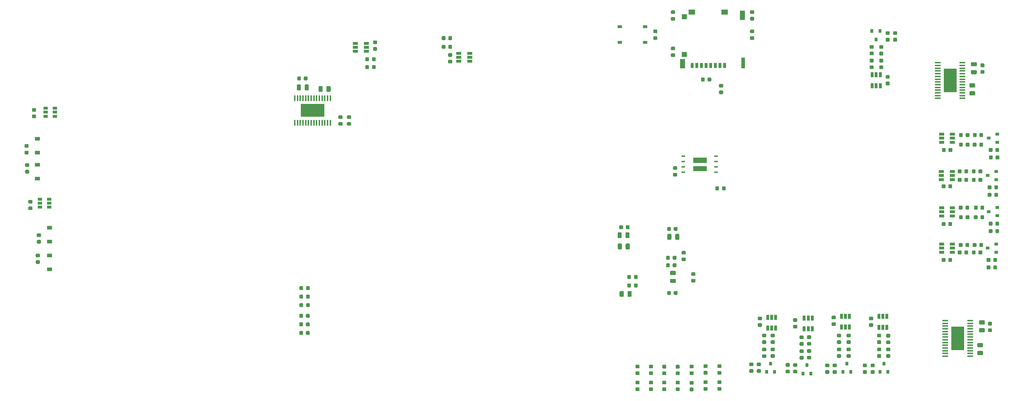
<source format=gbr>
G04 #@! TF.GenerationSoftware,KiCad,Pcbnew,(5.1.5-0-10_14)*
G04 #@! TF.CreationDate,2020-09-01T23:17:49-04:00*
G04 #@! TF.ProjectId,pressurization_series1,70726573-7375-4726-997a-6174696f6e5f,Rev 1*
G04 #@! TF.SameCoordinates,Original*
G04 #@! TF.FileFunction,Paste,Top*
G04 #@! TF.FilePolarity,Positive*
%FSLAX46Y46*%
G04 Gerber Fmt 4.6, Leading zero omitted, Abs format (unit mm)*
G04 Created by KiCad (PCBNEW (5.1.5-0-10_14)) date 2020-09-01 23:17:49*
%MOMM*%
%LPD*%
G04 APERTURE LIST*
%ADD10C,0.010000*%
%ADD11R,1.500000X1.150000*%
%ADD12R,1.150000X2.200000*%
%ADD13R,1.160000X1.200000*%
%ADD14R,1.160000X1.250000*%
%ADD15R,0.950000X2.500000*%
%ADD16R,0.800000X1.240000*%
%ADD17R,1.060000X0.650000*%
%ADD18C,0.100000*%
%ADD19R,0.650000X1.220000*%
%ADD20R,5.600000X3.100000*%
%ADD21R,0.450000X1.450000*%
%ADD22R,1.200000X0.900000*%
%ADD23R,0.800000X0.900000*%
%ADD24R,0.900000X0.800000*%
%ADD25R,1.000000X0.700000*%
%ADD26R,1.220000X0.650000*%
%ADD27R,3.100000X5.600000*%
%ADD28R,1.450000X0.450000*%
%ADD29R,0.940000X0.440000*%
G04 APERTURE END LIST*
D10*
G36*
X189825000Y-90326000D02*
G01*
X191425000Y-90326000D01*
X191425000Y-91476000D01*
X189825000Y-91476000D01*
X189825000Y-90326000D01*
G37*
X189825000Y-90326000D02*
X191425000Y-90326000D01*
X191425000Y-91476000D01*
X189825000Y-91476000D01*
X189825000Y-90326000D01*
G36*
X189825000Y-88356000D02*
G01*
X191425000Y-88356000D01*
X191425000Y-89506000D01*
X189825000Y-89506000D01*
X189825000Y-88356000D01*
G37*
X189825000Y-88356000D02*
X191425000Y-88356000D01*
X191425000Y-89506000D01*
X189825000Y-89506000D01*
X189825000Y-88356000D01*
G36*
X188305000Y-90326000D02*
G01*
X189905000Y-90326000D01*
X189905000Y-91476000D01*
X188305000Y-91476000D01*
X188305000Y-90326000D01*
G37*
X188305000Y-90326000D02*
X189905000Y-90326000D01*
X189905000Y-91476000D01*
X188305000Y-91476000D01*
X188305000Y-90326000D01*
G36*
X188305000Y-88356000D02*
G01*
X189905000Y-88356000D01*
X189905000Y-89506000D01*
X188305000Y-89506000D01*
X188305000Y-88356000D01*
G37*
X188305000Y-88356000D02*
X189905000Y-88356000D01*
X189905000Y-89506000D01*
X188305000Y-89506000D01*
X188305000Y-88356000D01*
D11*
X187973000Y-53671000D03*
X195753000Y-53671000D03*
D12*
X200058000Y-54466000D03*
D13*
X186173000Y-54796000D03*
D14*
X186173000Y-63796000D03*
D12*
X185768000Y-65946000D03*
D15*
X200158000Y-65796000D03*
D16*
X188113000Y-66426000D03*
X189213000Y-66426000D03*
X190313000Y-66426000D03*
X191413000Y-66426000D03*
X192513000Y-66426000D03*
X193613000Y-66426000D03*
X194713000Y-66426000D03*
X195813000Y-66426000D03*
D17*
X34503000Y-77531000D03*
X34503000Y-78481000D03*
X34503000Y-76581000D03*
X36703000Y-76581000D03*
X36703000Y-77531000D03*
X36703000Y-78481000D03*
D18*
G36*
X31138691Y-99944553D02*
G01*
X31159926Y-99947703D01*
X31180750Y-99952919D01*
X31200962Y-99960151D01*
X31220368Y-99969330D01*
X31238781Y-99980366D01*
X31256024Y-99993154D01*
X31271930Y-100007570D01*
X31286346Y-100023476D01*
X31299134Y-100040719D01*
X31310170Y-100059132D01*
X31319349Y-100078538D01*
X31326581Y-100098750D01*
X31331797Y-100119574D01*
X31334947Y-100140809D01*
X31336000Y-100162250D01*
X31336000Y-100599750D01*
X31334947Y-100621191D01*
X31331797Y-100642426D01*
X31326581Y-100663250D01*
X31319349Y-100683462D01*
X31310170Y-100702868D01*
X31299134Y-100721281D01*
X31286346Y-100738524D01*
X31271930Y-100754430D01*
X31256024Y-100768846D01*
X31238781Y-100781634D01*
X31220368Y-100792670D01*
X31200962Y-100801849D01*
X31180750Y-100809081D01*
X31159926Y-100814297D01*
X31138691Y-100817447D01*
X31117250Y-100818500D01*
X30604750Y-100818500D01*
X30583309Y-100817447D01*
X30562074Y-100814297D01*
X30541250Y-100809081D01*
X30521038Y-100801849D01*
X30501632Y-100792670D01*
X30483219Y-100781634D01*
X30465976Y-100768846D01*
X30450070Y-100754430D01*
X30435654Y-100738524D01*
X30422866Y-100721281D01*
X30411830Y-100702868D01*
X30402651Y-100683462D01*
X30395419Y-100663250D01*
X30390203Y-100642426D01*
X30387053Y-100621191D01*
X30386000Y-100599750D01*
X30386000Y-100162250D01*
X30387053Y-100140809D01*
X30390203Y-100119574D01*
X30395419Y-100098750D01*
X30402651Y-100078538D01*
X30411830Y-100059132D01*
X30422866Y-100040719D01*
X30435654Y-100023476D01*
X30450070Y-100007570D01*
X30465976Y-99993154D01*
X30483219Y-99980366D01*
X30501632Y-99969330D01*
X30521038Y-99960151D01*
X30541250Y-99952919D01*
X30562074Y-99947703D01*
X30583309Y-99944553D01*
X30604750Y-99943500D01*
X31117250Y-99943500D01*
X31138691Y-99944553D01*
G37*
G36*
X31138691Y-98369553D02*
G01*
X31159926Y-98372703D01*
X31180750Y-98377919D01*
X31200962Y-98385151D01*
X31220368Y-98394330D01*
X31238781Y-98405366D01*
X31256024Y-98418154D01*
X31271930Y-98432570D01*
X31286346Y-98448476D01*
X31299134Y-98465719D01*
X31310170Y-98484132D01*
X31319349Y-98503538D01*
X31326581Y-98523750D01*
X31331797Y-98544574D01*
X31334947Y-98565809D01*
X31336000Y-98587250D01*
X31336000Y-99024750D01*
X31334947Y-99046191D01*
X31331797Y-99067426D01*
X31326581Y-99088250D01*
X31319349Y-99108462D01*
X31310170Y-99127868D01*
X31299134Y-99146281D01*
X31286346Y-99163524D01*
X31271930Y-99179430D01*
X31256024Y-99193846D01*
X31238781Y-99206634D01*
X31220368Y-99217670D01*
X31200962Y-99226849D01*
X31180750Y-99234081D01*
X31159926Y-99239297D01*
X31138691Y-99242447D01*
X31117250Y-99243500D01*
X30604750Y-99243500D01*
X30583309Y-99242447D01*
X30562074Y-99239297D01*
X30541250Y-99234081D01*
X30521038Y-99226849D01*
X30501632Y-99217670D01*
X30483219Y-99206634D01*
X30465976Y-99193846D01*
X30450070Y-99179430D01*
X30435654Y-99163524D01*
X30422866Y-99146281D01*
X30411830Y-99127868D01*
X30402651Y-99108462D01*
X30395419Y-99088250D01*
X30390203Y-99067426D01*
X30387053Y-99046191D01*
X30386000Y-99024750D01*
X30386000Y-98587250D01*
X30387053Y-98565809D01*
X30390203Y-98544574D01*
X30395419Y-98523750D01*
X30402651Y-98503538D01*
X30411830Y-98484132D01*
X30422866Y-98465719D01*
X30435654Y-98448476D01*
X30450070Y-98432570D01*
X30465976Y-98418154D01*
X30483219Y-98405366D01*
X30501632Y-98394330D01*
X30521038Y-98385151D01*
X30541250Y-98377919D01*
X30562074Y-98372703D01*
X30583309Y-98369553D01*
X30604750Y-98368500D01*
X31117250Y-98368500D01*
X31138691Y-98369553D01*
G37*
D17*
X35347000Y-100137000D03*
X35347000Y-99187000D03*
X35347000Y-98237000D03*
X33147000Y-98237000D03*
X33147000Y-100137000D03*
X33147000Y-99187000D03*
D18*
G36*
X97039791Y-122970053D02*
G01*
X97061026Y-122973203D01*
X97081850Y-122978419D01*
X97102062Y-122985651D01*
X97121468Y-122994830D01*
X97139881Y-123005866D01*
X97157124Y-123018654D01*
X97173030Y-123033070D01*
X97187446Y-123048976D01*
X97200234Y-123066219D01*
X97211270Y-123084632D01*
X97220449Y-123104038D01*
X97227681Y-123124250D01*
X97232897Y-123145074D01*
X97236047Y-123166309D01*
X97237100Y-123187750D01*
X97237100Y-123700250D01*
X97236047Y-123721691D01*
X97232897Y-123742926D01*
X97227681Y-123763750D01*
X97220449Y-123783962D01*
X97211270Y-123803368D01*
X97200234Y-123821781D01*
X97187446Y-123839024D01*
X97173030Y-123854930D01*
X97157124Y-123869346D01*
X97139881Y-123882134D01*
X97121468Y-123893170D01*
X97102062Y-123902349D01*
X97081850Y-123909581D01*
X97061026Y-123914797D01*
X97039791Y-123917947D01*
X97018350Y-123919000D01*
X96580850Y-123919000D01*
X96559409Y-123917947D01*
X96538174Y-123914797D01*
X96517350Y-123909581D01*
X96497138Y-123902349D01*
X96477732Y-123893170D01*
X96459319Y-123882134D01*
X96442076Y-123869346D01*
X96426170Y-123854930D01*
X96411754Y-123839024D01*
X96398966Y-123821781D01*
X96387930Y-123803368D01*
X96378751Y-123783962D01*
X96371519Y-123763750D01*
X96366303Y-123742926D01*
X96363153Y-123721691D01*
X96362100Y-123700250D01*
X96362100Y-123187750D01*
X96363153Y-123166309D01*
X96366303Y-123145074D01*
X96371519Y-123124250D01*
X96378751Y-123104038D01*
X96387930Y-123084632D01*
X96398966Y-123066219D01*
X96411754Y-123048976D01*
X96426170Y-123033070D01*
X96442076Y-123018654D01*
X96459319Y-123005866D01*
X96477732Y-122994830D01*
X96497138Y-122985651D01*
X96517350Y-122978419D01*
X96538174Y-122973203D01*
X96559409Y-122970053D01*
X96580850Y-122969000D01*
X97018350Y-122969000D01*
X97039791Y-122970053D01*
G37*
G36*
X95464791Y-122970053D02*
G01*
X95486026Y-122973203D01*
X95506850Y-122978419D01*
X95527062Y-122985651D01*
X95546468Y-122994830D01*
X95564881Y-123005866D01*
X95582124Y-123018654D01*
X95598030Y-123033070D01*
X95612446Y-123048976D01*
X95625234Y-123066219D01*
X95636270Y-123084632D01*
X95645449Y-123104038D01*
X95652681Y-123124250D01*
X95657897Y-123145074D01*
X95661047Y-123166309D01*
X95662100Y-123187750D01*
X95662100Y-123700250D01*
X95661047Y-123721691D01*
X95657897Y-123742926D01*
X95652681Y-123763750D01*
X95645449Y-123783962D01*
X95636270Y-123803368D01*
X95625234Y-123821781D01*
X95612446Y-123839024D01*
X95598030Y-123854930D01*
X95582124Y-123869346D01*
X95564881Y-123882134D01*
X95546468Y-123893170D01*
X95527062Y-123902349D01*
X95506850Y-123909581D01*
X95486026Y-123914797D01*
X95464791Y-123917947D01*
X95443350Y-123919000D01*
X95005850Y-123919000D01*
X94984409Y-123917947D01*
X94963174Y-123914797D01*
X94942350Y-123909581D01*
X94922138Y-123902349D01*
X94902732Y-123893170D01*
X94884319Y-123882134D01*
X94867076Y-123869346D01*
X94851170Y-123854930D01*
X94836754Y-123839024D01*
X94823966Y-123821781D01*
X94812930Y-123803368D01*
X94803751Y-123783962D01*
X94796519Y-123763750D01*
X94791303Y-123742926D01*
X94788153Y-123721691D01*
X94787100Y-123700250D01*
X94787100Y-123187750D01*
X94788153Y-123166309D01*
X94791303Y-123145074D01*
X94796519Y-123124250D01*
X94803751Y-123104038D01*
X94812930Y-123084632D01*
X94823966Y-123066219D01*
X94836754Y-123048976D01*
X94851170Y-123033070D01*
X94867076Y-123018654D01*
X94884319Y-123005866D01*
X94902732Y-122994830D01*
X94922138Y-122985651D01*
X94942350Y-122978419D01*
X94963174Y-122973203D01*
X94984409Y-122970053D01*
X95005850Y-122969000D01*
X95443350Y-122969000D01*
X95464791Y-122970053D01*
G37*
G36*
X95439191Y-125510053D02*
G01*
X95460426Y-125513203D01*
X95481250Y-125518419D01*
X95501462Y-125525651D01*
X95520868Y-125534830D01*
X95539281Y-125545866D01*
X95556524Y-125558654D01*
X95572430Y-125573070D01*
X95586846Y-125588976D01*
X95599634Y-125606219D01*
X95610670Y-125624632D01*
X95619849Y-125644038D01*
X95627081Y-125664250D01*
X95632297Y-125685074D01*
X95635447Y-125706309D01*
X95636500Y-125727750D01*
X95636500Y-126240250D01*
X95635447Y-126261691D01*
X95632297Y-126282926D01*
X95627081Y-126303750D01*
X95619849Y-126323962D01*
X95610670Y-126343368D01*
X95599634Y-126361781D01*
X95586846Y-126379024D01*
X95572430Y-126394930D01*
X95556524Y-126409346D01*
X95539281Y-126422134D01*
X95520868Y-126433170D01*
X95501462Y-126442349D01*
X95481250Y-126449581D01*
X95460426Y-126454797D01*
X95439191Y-126457947D01*
X95417750Y-126459000D01*
X94980250Y-126459000D01*
X94958809Y-126457947D01*
X94937574Y-126454797D01*
X94916750Y-126449581D01*
X94896538Y-126442349D01*
X94877132Y-126433170D01*
X94858719Y-126422134D01*
X94841476Y-126409346D01*
X94825570Y-126394930D01*
X94811154Y-126379024D01*
X94798366Y-126361781D01*
X94787330Y-126343368D01*
X94778151Y-126323962D01*
X94770919Y-126303750D01*
X94765703Y-126282926D01*
X94762553Y-126261691D01*
X94761500Y-126240250D01*
X94761500Y-125727750D01*
X94762553Y-125706309D01*
X94765703Y-125685074D01*
X94770919Y-125664250D01*
X94778151Y-125644038D01*
X94787330Y-125624632D01*
X94798366Y-125606219D01*
X94811154Y-125588976D01*
X94825570Y-125573070D01*
X94841476Y-125558654D01*
X94858719Y-125545866D01*
X94877132Y-125534830D01*
X94896538Y-125525651D01*
X94916750Y-125518419D01*
X94937574Y-125513203D01*
X94958809Y-125510053D01*
X94980250Y-125509000D01*
X95417750Y-125509000D01*
X95439191Y-125510053D01*
G37*
G36*
X97014191Y-125510053D02*
G01*
X97035426Y-125513203D01*
X97056250Y-125518419D01*
X97076462Y-125525651D01*
X97095868Y-125534830D01*
X97114281Y-125545866D01*
X97131524Y-125558654D01*
X97147430Y-125573070D01*
X97161846Y-125588976D01*
X97174634Y-125606219D01*
X97185670Y-125624632D01*
X97194849Y-125644038D01*
X97202081Y-125664250D01*
X97207297Y-125685074D01*
X97210447Y-125706309D01*
X97211500Y-125727750D01*
X97211500Y-126240250D01*
X97210447Y-126261691D01*
X97207297Y-126282926D01*
X97202081Y-126303750D01*
X97194849Y-126323962D01*
X97185670Y-126343368D01*
X97174634Y-126361781D01*
X97161846Y-126379024D01*
X97147430Y-126394930D01*
X97131524Y-126409346D01*
X97114281Y-126422134D01*
X97095868Y-126433170D01*
X97076462Y-126442349D01*
X97056250Y-126449581D01*
X97035426Y-126454797D01*
X97014191Y-126457947D01*
X96992750Y-126459000D01*
X96555250Y-126459000D01*
X96533809Y-126457947D01*
X96512574Y-126454797D01*
X96491750Y-126449581D01*
X96471538Y-126442349D01*
X96452132Y-126433170D01*
X96433719Y-126422134D01*
X96416476Y-126409346D01*
X96400570Y-126394930D01*
X96386154Y-126379024D01*
X96373366Y-126361781D01*
X96362330Y-126343368D01*
X96353151Y-126323962D01*
X96345919Y-126303750D01*
X96340703Y-126282926D01*
X96337553Y-126261691D01*
X96336500Y-126240250D01*
X96336500Y-125727750D01*
X96337553Y-125706309D01*
X96340703Y-125685074D01*
X96345919Y-125664250D01*
X96353151Y-125644038D01*
X96362330Y-125624632D01*
X96373366Y-125606219D01*
X96386154Y-125588976D01*
X96400570Y-125573070D01*
X96416476Y-125558654D01*
X96433719Y-125545866D01*
X96452132Y-125534830D01*
X96471538Y-125525651D01*
X96491750Y-125518419D01*
X96512574Y-125513203D01*
X96533809Y-125510053D01*
X96555250Y-125509000D01*
X96992750Y-125509000D01*
X97014191Y-125510053D01*
G37*
G36*
X95439191Y-127542053D02*
G01*
X95460426Y-127545203D01*
X95481250Y-127550419D01*
X95501462Y-127557651D01*
X95520868Y-127566830D01*
X95539281Y-127577866D01*
X95556524Y-127590654D01*
X95572430Y-127605070D01*
X95586846Y-127620976D01*
X95599634Y-127638219D01*
X95610670Y-127656632D01*
X95619849Y-127676038D01*
X95627081Y-127696250D01*
X95632297Y-127717074D01*
X95635447Y-127738309D01*
X95636500Y-127759750D01*
X95636500Y-128272250D01*
X95635447Y-128293691D01*
X95632297Y-128314926D01*
X95627081Y-128335750D01*
X95619849Y-128355962D01*
X95610670Y-128375368D01*
X95599634Y-128393781D01*
X95586846Y-128411024D01*
X95572430Y-128426930D01*
X95556524Y-128441346D01*
X95539281Y-128454134D01*
X95520868Y-128465170D01*
X95501462Y-128474349D01*
X95481250Y-128481581D01*
X95460426Y-128486797D01*
X95439191Y-128489947D01*
X95417750Y-128491000D01*
X94980250Y-128491000D01*
X94958809Y-128489947D01*
X94937574Y-128486797D01*
X94916750Y-128481581D01*
X94896538Y-128474349D01*
X94877132Y-128465170D01*
X94858719Y-128454134D01*
X94841476Y-128441346D01*
X94825570Y-128426930D01*
X94811154Y-128411024D01*
X94798366Y-128393781D01*
X94787330Y-128375368D01*
X94778151Y-128355962D01*
X94770919Y-128335750D01*
X94765703Y-128314926D01*
X94762553Y-128293691D01*
X94761500Y-128272250D01*
X94761500Y-127759750D01*
X94762553Y-127738309D01*
X94765703Y-127717074D01*
X94770919Y-127696250D01*
X94778151Y-127676038D01*
X94787330Y-127656632D01*
X94798366Y-127638219D01*
X94811154Y-127620976D01*
X94825570Y-127605070D01*
X94841476Y-127590654D01*
X94858719Y-127577866D01*
X94877132Y-127566830D01*
X94896538Y-127557651D01*
X94916750Y-127550419D01*
X94937574Y-127545203D01*
X94958809Y-127542053D01*
X94980250Y-127541000D01*
X95417750Y-127541000D01*
X95439191Y-127542053D01*
G37*
G36*
X97014191Y-127542053D02*
G01*
X97035426Y-127545203D01*
X97056250Y-127550419D01*
X97076462Y-127557651D01*
X97095868Y-127566830D01*
X97114281Y-127577866D01*
X97131524Y-127590654D01*
X97147430Y-127605070D01*
X97161846Y-127620976D01*
X97174634Y-127638219D01*
X97185670Y-127656632D01*
X97194849Y-127676038D01*
X97202081Y-127696250D01*
X97207297Y-127717074D01*
X97210447Y-127738309D01*
X97211500Y-127759750D01*
X97211500Y-128272250D01*
X97210447Y-128293691D01*
X97207297Y-128314926D01*
X97202081Y-128335750D01*
X97194849Y-128355962D01*
X97185670Y-128375368D01*
X97174634Y-128393781D01*
X97161846Y-128411024D01*
X97147430Y-128426930D01*
X97131524Y-128441346D01*
X97114281Y-128454134D01*
X97095868Y-128465170D01*
X97076462Y-128474349D01*
X97056250Y-128481581D01*
X97035426Y-128486797D01*
X97014191Y-128489947D01*
X96992750Y-128491000D01*
X96555250Y-128491000D01*
X96533809Y-128489947D01*
X96512574Y-128486797D01*
X96491750Y-128481581D01*
X96471538Y-128474349D01*
X96452132Y-128465170D01*
X96433719Y-128454134D01*
X96416476Y-128441346D01*
X96400570Y-128426930D01*
X96386154Y-128411024D01*
X96373366Y-128393781D01*
X96362330Y-128375368D01*
X96353151Y-128355962D01*
X96345919Y-128335750D01*
X96340703Y-128314926D01*
X96337553Y-128293691D01*
X96336500Y-128272250D01*
X96336500Y-127759750D01*
X96337553Y-127738309D01*
X96340703Y-127717074D01*
X96345919Y-127696250D01*
X96353151Y-127676038D01*
X96362330Y-127656632D01*
X96373366Y-127638219D01*
X96386154Y-127620976D01*
X96400570Y-127605070D01*
X96416476Y-127590654D01*
X96433719Y-127577866D01*
X96452132Y-127566830D01*
X96471538Y-127557651D01*
X96491750Y-127550419D01*
X96512574Y-127545203D01*
X96533809Y-127542053D01*
X96555250Y-127541000D01*
X96992750Y-127541000D01*
X97014191Y-127542053D01*
G37*
G36*
X95439191Y-129574053D02*
G01*
X95460426Y-129577203D01*
X95481250Y-129582419D01*
X95501462Y-129589651D01*
X95520868Y-129598830D01*
X95539281Y-129609866D01*
X95556524Y-129622654D01*
X95572430Y-129637070D01*
X95586846Y-129652976D01*
X95599634Y-129670219D01*
X95610670Y-129688632D01*
X95619849Y-129708038D01*
X95627081Y-129728250D01*
X95632297Y-129749074D01*
X95635447Y-129770309D01*
X95636500Y-129791750D01*
X95636500Y-130304250D01*
X95635447Y-130325691D01*
X95632297Y-130346926D01*
X95627081Y-130367750D01*
X95619849Y-130387962D01*
X95610670Y-130407368D01*
X95599634Y-130425781D01*
X95586846Y-130443024D01*
X95572430Y-130458930D01*
X95556524Y-130473346D01*
X95539281Y-130486134D01*
X95520868Y-130497170D01*
X95501462Y-130506349D01*
X95481250Y-130513581D01*
X95460426Y-130518797D01*
X95439191Y-130521947D01*
X95417750Y-130523000D01*
X94980250Y-130523000D01*
X94958809Y-130521947D01*
X94937574Y-130518797D01*
X94916750Y-130513581D01*
X94896538Y-130506349D01*
X94877132Y-130497170D01*
X94858719Y-130486134D01*
X94841476Y-130473346D01*
X94825570Y-130458930D01*
X94811154Y-130443024D01*
X94798366Y-130425781D01*
X94787330Y-130407368D01*
X94778151Y-130387962D01*
X94770919Y-130367750D01*
X94765703Y-130346926D01*
X94762553Y-130325691D01*
X94761500Y-130304250D01*
X94761500Y-129791750D01*
X94762553Y-129770309D01*
X94765703Y-129749074D01*
X94770919Y-129728250D01*
X94778151Y-129708038D01*
X94787330Y-129688632D01*
X94798366Y-129670219D01*
X94811154Y-129652976D01*
X94825570Y-129637070D01*
X94841476Y-129622654D01*
X94858719Y-129609866D01*
X94877132Y-129598830D01*
X94896538Y-129589651D01*
X94916750Y-129582419D01*
X94937574Y-129577203D01*
X94958809Y-129574053D01*
X94980250Y-129573000D01*
X95417750Y-129573000D01*
X95439191Y-129574053D01*
G37*
G36*
X97014191Y-129574053D02*
G01*
X97035426Y-129577203D01*
X97056250Y-129582419D01*
X97076462Y-129589651D01*
X97095868Y-129598830D01*
X97114281Y-129609866D01*
X97131524Y-129622654D01*
X97147430Y-129637070D01*
X97161846Y-129652976D01*
X97174634Y-129670219D01*
X97185670Y-129688632D01*
X97194849Y-129708038D01*
X97202081Y-129728250D01*
X97207297Y-129749074D01*
X97210447Y-129770309D01*
X97211500Y-129791750D01*
X97211500Y-130304250D01*
X97210447Y-130325691D01*
X97207297Y-130346926D01*
X97202081Y-130367750D01*
X97194849Y-130387962D01*
X97185670Y-130407368D01*
X97174634Y-130425781D01*
X97161846Y-130443024D01*
X97147430Y-130458930D01*
X97131524Y-130473346D01*
X97114281Y-130486134D01*
X97095868Y-130497170D01*
X97076462Y-130506349D01*
X97056250Y-130513581D01*
X97035426Y-130518797D01*
X97014191Y-130521947D01*
X96992750Y-130523000D01*
X96555250Y-130523000D01*
X96533809Y-130521947D01*
X96512574Y-130518797D01*
X96491750Y-130513581D01*
X96471538Y-130506349D01*
X96452132Y-130497170D01*
X96433719Y-130486134D01*
X96416476Y-130473346D01*
X96400570Y-130458930D01*
X96386154Y-130443024D01*
X96373366Y-130425781D01*
X96362330Y-130407368D01*
X96353151Y-130387962D01*
X96345919Y-130367750D01*
X96340703Y-130346926D01*
X96337553Y-130325691D01*
X96336500Y-130304250D01*
X96336500Y-129791750D01*
X96337553Y-129770309D01*
X96340703Y-129749074D01*
X96345919Y-129728250D01*
X96353151Y-129708038D01*
X96362330Y-129688632D01*
X96373366Y-129670219D01*
X96386154Y-129652976D01*
X96400570Y-129637070D01*
X96416476Y-129622654D01*
X96433719Y-129609866D01*
X96452132Y-129598830D01*
X96471538Y-129589651D01*
X96491750Y-129582419D01*
X96512574Y-129577203D01*
X96533809Y-129574053D01*
X96555250Y-129573000D01*
X96992750Y-129573000D01*
X97014191Y-129574053D01*
G37*
G36*
X195222691Y-70785053D02*
G01*
X195243926Y-70788203D01*
X195264750Y-70793419D01*
X195284962Y-70800651D01*
X195304368Y-70809830D01*
X195322781Y-70820866D01*
X195340024Y-70833654D01*
X195355930Y-70848070D01*
X195370346Y-70863976D01*
X195383134Y-70881219D01*
X195394170Y-70899632D01*
X195403349Y-70919038D01*
X195410581Y-70939250D01*
X195415797Y-70960074D01*
X195418947Y-70981309D01*
X195420000Y-71002750D01*
X195420000Y-71440250D01*
X195418947Y-71461691D01*
X195415797Y-71482926D01*
X195410581Y-71503750D01*
X195403349Y-71523962D01*
X195394170Y-71543368D01*
X195383134Y-71561781D01*
X195370346Y-71579024D01*
X195355930Y-71594930D01*
X195340024Y-71609346D01*
X195322781Y-71622134D01*
X195304368Y-71633170D01*
X195284962Y-71642349D01*
X195264750Y-71649581D01*
X195243926Y-71654797D01*
X195222691Y-71657947D01*
X195201250Y-71659000D01*
X194688750Y-71659000D01*
X194667309Y-71657947D01*
X194646074Y-71654797D01*
X194625250Y-71649581D01*
X194605038Y-71642349D01*
X194585632Y-71633170D01*
X194567219Y-71622134D01*
X194549976Y-71609346D01*
X194534070Y-71594930D01*
X194519654Y-71579024D01*
X194506866Y-71561781D01*
X194495830Y-71543368D01*
X194486651Y-71523962D01*
X194479419Y-71503750D01*
X194474203Y-71482926D01*
X194471053Y-71461691D01*
X194470000Y-71440250D01*
X194470000Y-71002750D01*
X194471053Y-70981309D01*
X194474203Y-70960074D01*
X194479419Y-70939250D01*
X194486651Y-70919038D01*
X194495830Y-70899632D01*
X194506866Y-70881219D01*
X194519654Y-70863976D01*
X194534070Y-70848070D01*
X194549976Y-70833654D01*
X194567219Y-70820866D01*
X194585632Y-70809830D01*
X194605038Y-70800651D01*
X194625250Y-70793419D01*
X194646074Y-70788203D01*
X194667309Y-70785053D01*
X194688750Y-70784000D01*
X195201250Y-70784000D01*
X195222691Y-70785053D01*
G37*
G36*
X195222691Y-72360053D02*
G01*
X195243926Y-72363203D01*
X195264750Y-72368419D01*
X195284962Y-72375651D01*
X195304368Y-72384830D01*
X195322781Y-72395866D01*
X195340024Y-72408654D01*
X195355930Y-72423070D01*
X195370346Y-72438976D01*
X195383134Y-72456219D01*
X195394170Y-72474632D01*
X195403349Y-72494038D01*
X195410581Y-72514250D01*
X195415797Y-72535074D01*
X195418947Y-72556309D01*
X195420000Y-72577750D01*
X195420000Y-73015250D01*
X195418947Y-73036691D01*
X195415797Y-73057926D01*
X195410581Y-73078750D01*
X195403349Y-73098962D01*
X195394170Y-73118368D01*
X195383134Y-73136781D01*
X195370346Y-73154024D01*
X195355930Y-73169930D01*
X195340024Y-73184346D01*
X195322781Y-73197134D01*
X195304368Y-73208170D01*
X195284962Y-73217349D01*
X195264750Y-73224581D01*
X195243926Y-73229797D01*
X195222691Y-73232947D01*
X195201250Y-73234000D01*
X194688750Y-73234000D01*
X194667309Y-73232947D01*
X194646074Y-73229797D01*
X194625250Y-73224581D01*
X194605038Y-73217349D01*
X194585632Y-73208170D01*
X194567219Y-73197134D01*
X194549976Y-73184346D01*
X194534070Y-73169930D01*
X194519654Y-73154024D01*
X194506866Y-73136781D01*
X194495830Y-73118368D01*
X194486651Y-73098962D01*
X194479419Y-73078750D01*
X194474203Y-73057926D01*
X194471053Y-73036691D01*
X194470000Y-73015250D01*
X194470000Y-72577750D01*
X194471053Y-72556309D01*
X194474203Y-72535074D01*
X194479419Y-72514250D01*
X194486651Y-72494038D01*
X194495830Y-72474632D01*
X194506866Y-72456219D01*
X194519654Y-72438976D01*
X194534070Y-72423070D01*
X194549976Y-72408654D01*
X194567219Y-72395866D01*
X194585632Y-72384830D01*
X194605038Y-72375651D01*
X194625250Y-72368419D01*
X194646074Y-72363203D01*
X194667309Y-72360053D01*
X194688750Y-72359000D01*
X195201250Y-72359000D01*
X195222691Y-72360053D01*
G37*
G36*
X194270691Y-95157053D02*
G01*
X194291926Y-95160203D01*
X194312750Y-95165419D01*
X194332962Y-95172651D01*
X194352368Y-95181830D01*
X194370781Y-95192866D01*
X194388024Y-95205654D01*
X194403930Y-95220070D01*
X194418346Y-95235976D01*
X194431134Y-95253219D01*
X194442170Y-95271632D01*
X194451349Y-95291038D01*
X194458581Y-95311250D01*
X194463797Y-95332074D01*
X194466947Y-95353309D01*
X194468000Y-95374750D01*
X194468000Y-95887250D01*
X194466947Y-95908691D01*
X194463797Y-95929926D01*
X194458581Y-95950750D01*
X194451349Y-95970962D01*
X194442170Y-95990368D01*
X194431134Y-96008781D01*
X194418346Y-96026024D01*
X194403930Y-96041930D01*
X194388024Y-96056346D01*
X194370781Y-96069134D01*
X194352368Y-96080170D01*
X194332962Y-96089349D01*
X194312750Y-96096581D01*
X194291926Y-96101797D01*
X194270691Y-96104947D01*
X194249250Y-96106000D01*
X193811750Y-96106000D01*
X193790309Y-96104947D01*
X193769074Y-96101797D01*
X193748250Y-96096581D01*
X193728038Y-96089349D01*
X193708632Y-96080170D01*
X193690219Y-96069134D01*
X193672976Y-96056346D01*
X193657070Y-96041930D01*
X193642654Y-96026024D01*
X193629866Y-96008781D01*
X193618830Y-95990368D01*
X193609651Y-95970962D01*
X193602419Y-95950750D01*
X193597203Y-95929926D01*
X193594053Y-95908691D01*
X193593000Y-95887250D01*
X193593000Y-95374750D01*
X193594053Y-95353309D01*
X193597203Y-95332074D01*
X193602419Y-95311250D01*
X193609651Y-95291038D01*
X193618830Y-95271632D01*
X193629866Y-95253219D01*
X193642654Y-95235976D01*
X193657070Y-95220070D01*
X193672976Y-95205654D01*
X193690219Y-95192866D01*
X193708632Y-95181830D01*
X193728038Y-95172651D01*
X193748250Y-95165419D01*
X193769074Y-95160203D01*
X193790309Y-95157053D01*
X193811750Y-95156000D01*
X194249250Y-95156000D01*
X194270691Y-95157053D01*
G37*
G36*
X195845691Y-95157053D02*
G01*
X195866926Y-95160203D01*
X195887750Y-95165419D01*
X195907962Y-95172651D01*
X195927368Y-95181830D01*
X195945781Y-95192866D01*
X195963024Y-95205654D01*
X195978930Y-95220070D01*
X195993346Y-95235976D01*
X196006134Y-95253219D01*
X196017170Y-95271632D01*
X196026349Y-95291038D01*
X196033581Y-95311250D01*
X196038797Y-95332074D01*
X196041947Y-95353309D01*
X196043000Y-95374750D01*
X196043000Y-95887250D01*
X196041947Y-95908691D01*
X196038797Y-95929926D01*
X196033581Y-95950750D01*
X196026349Y-95970962D01*
X196017170Y-95990368D01*
X196006134Y-96008781D01*
X195993346Y-96026024D01*
X195978930Y-96041930D01*
X195963024Y-96056346D01*
X195945781Y-96069134D01*
X195927368Y-96080170D01*
X195907962Y-96089349D01*
X195887750Y-96096581D01*
X195866926Y-96101797D01*
X195845691Y-96104947D01*
X195824250Y-96106000D01*
X195386750Y-96106000D01*
X195365309Y-96104947D01*
X195344074Y-96101797D01*
X195323250Y-96096581D01*
X195303038Y-96089349D01*
X195283632Y-96080170D01*
X195265219Y-96069134D01*
X195247976Y-96056346D01*
X195232070Y-96041930D01*
X195217654Y-96026024D01*
X195204866Y-96008781D01*
X195193830Y-95990368D01*
X195184651Y-95970962D01*
X195177419Y-95950750D01*
X195172203Y-95929926D01*
X195169053Y-95908691D01*
X195168000Y-95887250D01*
X195168000Y-95374750D01*
X195169053Y-95353309D01*
X195172203Y-95332074D01*
X195177419Y-95311250D01*
X195184651Y-95291038D01*
X195193830Y-95271632D01*
X195204866Y-95253219D01*
X195217654Y-95235976D01*
X195232070Y-95220070D01*
X195247976Y-95205654D01*
X195265219Y-95192866D01*
X195283632Y-95181830D01*
X195303038Y-95172651D01*
X195323250Y-95165419D01*
X195344074Y-95160203D01*
X195365309Y-95157053D01*
X195386750Y-95156000D01*
X195824250Y-95156000D01*
X195845691Y-95157053D01*
G37*
D19*
X232425200Y-126096400D03*
X233375200Y-126096400D03*
X234325200Y-126096400D03*
X234325200Y-128716400D03*
X233375200Y-128716400D03*
X232425200Y-128716400D03*
D18*
G36*
X32916691Y-112746153D02*
G01*
X32937926Y-112749303D01*
X32958750Y-112754519D01*
X32978962Y-112761751D01*
X32998368Y-112770930D01*
X33016781Y-112781966D01*
X33034024Y-112794754D01*
X33049930Y-112809170D01*
X33064346Y-112825076D01*
X33077134Y-112842319D01*
X33088170Y-112860732D01*
X33097349Y-112880138D01*
X33104581Y-112900350D01*
X33109797Y-112921174D01*
X33112947Y-112942409D01*
X33114000Y-112963850D01*
X33114000Y-113401350D01*
X33112947Y-113422791D01*
X33109797Y-113444026D01*
X33104581Y-113464850D01*
X33097349Y-113485062D01*
X33088170Y-113504468D01*
X33077134Y-113522881D01*
X33064346Y-113540124D01*
X33049930Y-113556030D01*
X33034024Y-113570446D01*
X33016781Y-113583234D01*
X32998368Y-113594270D01*
X32978962Y-113603449D01*
X32958750Y-113610681D01*
X32937926Y-113615897D01*
X32916691Y-113619047D01*
X32895250Y-113620100D01*
X32382750Y-113620100D01*
X32361309Y-113619047D01*
X32340074Y-113615897D01*
X32319250Y-113610681D01*
X32299038Y-113603449D01*
X32279632Y-113594270D01*
X32261219Y-113583234D01*
X32243976Y-113570446D01*
X32228070Y-113556030D01*
X32213654Y-113540124D01*
X32200866Y-113522881D01*
X32189830Y-113504468D01*
X32180651Y-113485062D01*
X32173419Y-113464850D01*
X32168203Y-113444026D01*
X32165053Y-113422791D01*
X32164000Y-113401350D01*
X32164000Y-112963850D01*
X32165053Y-112942409D01*
X32168203Y-112921174D01*
X32173419Y-112900350D01*
X32180651Y-112880138D01*
X32189830Y-112860732D01*
X32200866Y-112842319D01*
X32213654Y-112825076D01*
X32228070Y-112809170D01*
X32243976Y-112794754D01*
X32261219Y-112781966D01*
X32279632Y-112770930D01*
X32299038Y-112761751D01*
X32319250Y-112754519D01*
X32340074Y-112749303D01*
X32361309Y-112746153D01*
X32382750Y-112745100D01*
X32895250Y-112745100D01*
X32916691Y-112746153D01*
G37*
G36*
X32916691Y-111171153D02*
G01*
X32937926Y-111174303D01*
X32958750Y-111179519D01*
X32978962Y-111186751D01*
X32998368Y-111195930D01*
X33016781Y-111206966D01*
X33034024Y-111219754D01*
X33049930Y-111234170D01*
X33064346Y-111250076D01*
X33077134Y-111267319D01*
X33088170Y-111285732D01*
X33097349Y-111305138D01*
X33104581Y-111325350D01*
X33109797Y-111346174D01*
X33112947Y-111367409D01*
X33114000Y-111388850D01*
X33114000Y-111826350D01*
X33112947Y-111847791D01*
X33109797Y-111869026D01*
X33104581Y-111889850D01*
X33097349Y-111910062D01*
X33088170Y-111929468D01*
X33077134Y-111947881D01*
X33064346Y-111965124D01*
X33049930Y-111981030D01*
X33034024Y-111995446D01*
X33016781Y-112008234D01*
X32998368Y-112019270D01*
X32978962Y-112028449D01*
X32958750Y-112035681D01*
X32937926Y-112040897D01*
X32916691Y-112044047D01*
X32895250Y-112045100D01*
X32382750Y-112045100D01*
X32361309Y-112044047D01*
X32340074Y-112040897D01*
X32319250Y-112035681D01*
X32299038Y-112028449D01*
X32279632Y-112019270D01*
X32261219Y-112008234D01*
X32243976Y-111995446D01*
X32228070Y-111981030D01*
X32213654Y-111965124D01*
X32200866Y-111947881D01*
X32189830Y-111929468D01*
X32180651Y-111910062D01*
X32173419Y-111889850D01*
X32168203Y-111869026D01*
X32165053Y-111847791D01*
X32164000Y-111826350D01*
X32164000Y-111388850D01*
X32165053Y-111367409D01*
X32168203Y-111346174D01*
X32173419Y-111325350D01*
X32180651Y-111305138D01*
X32189830Y-111285732D01*
X32200866Y-111267319D01*
X32213654Y-111250076D01*
X32228070Y-111234170D01*
X32243976Y-111219754D01*
X32261219Y-111206966D01*
X32279632Y-111195930D01*
X32299038Y-111186751D01*
X32319250Y-111179519D01*
X32340074Y-111174303D01*
X32361309Y-111171153D01*
X32382750Y-111170100D01*
X32895250Y-111170100D01*
X32916691Y-111171153D01*
G37*
G36*
X30376691Y-89657253D02*
G01*
X30397926Y-89660403D01*
X30418750Y-89665619D01*
X30438962Y-89672851D01*
X30458368Y-89682030D01*
X30476781Y-89693066D01*
X30494024Y-89705854D01*
X30509930Y-89720270D01*
X30524346Y-89736176D01*
X30537134Y-89753419D01*
X30548170Y-89771832D01*
X30557349Y-89791238D01*
X30564581Y-89811450D01*
X30569797Y-89832274D01*
X30572947Y-89853509D01*
X30574000Y-89874950D01*
X30574000Y-90312450D01*
X30572947Y-90333891D01*
X30569797Y-90355126D01*
X30564581Y-90375950D01*
X30557349Y-90396162D01*
X30548170Y-90415568D01*
X30537134Y-90433981D01*
X30524346Y-90451224D01*
X30509930Y-90467130D01*
X30494024Y-90481546D01*
X30476781Y-90494334D01*
X30458368Y-90505370D01*
X30438962Y-90514549D01*
X30418750Y-90521781D01*
X30397926Y-90526997D01*
X30376691Y-90530147D01*
X30355250Y-90531200D01*
X29842750Y-90531200D01*
X29821309Y-90530147D01*
X29800074Y-90526997D01*
X29779250Y-90521781D01*
X29759038Y-90514549D01*
X29739632Y-90505370D01*
X29721219Y-90494334D01*
X29703976Y-90481546D01*
X29688070Y-90467130D01*
X29673654Y-90451224D01*
X29660866Y-90433981D01*
X29649830Y-90415568D01*
X29640651Y-90396162D01*
X29633419Y-90375950D01*
X29628203Y-90355126D01*
X29625053Y-90333891D01*
X29624000Y-90312450D01*
X29624000Y-89874950D01*
X29625053Y-89853509D01*
X29628203Y-89832274D01*
X29633419Y-89811450D01*
X29640651Y-89791238D01*
X29649830Y-89771832D01*
X29660866Y-89753419D01*
X29673654Y-89736176D01*
X29688070Y-89720270D01*
X29703976Y-89705854D01*
X29721219Y-89693066D01*
X29739632Y-89682030D01*
X29759038Y-89672851D01*
X29779250Y-89665619D01*
X29800074Y-89660403D01*
X29821309Y-89657253D01*
X29842750Y-89656200D01*
X30355250Y-89656200D01*
X30376691Y-89657253D01*
G37*
G36*
X30376691Y-91232253D02*
G01*
X30397926Y-91235403D01*
X30418750Y-91240619D01*
X30438962Y-91247851D01*
X30458368Y-91257030D01*
X30476781Y-91268066D01*
X30494024Y-91280854D01*
X30509930Y-91295270D01*
X30524346Y-91311176D01*
X30537134Y-91328419D01*
X30548170Y-91346832D01*
X30557349Y-91366238D01*
X30564581Y-91386450D01*
X30569797Y-91407274D01*
X30572947Y-91428509D01*
X30574000Y-91449950D01*
X30574000Y-91887450D01*
X30572947Y-91908891D01*
X30569797Y-91930126D01*
X30564581Y-91950950D01*
X30557349Y-91971162D01*
X30548170Y-91990568D01*
X30537134Y-92008981D01*
X30524346Y-92026224D01*
X30509930Y-92042130D01*
X30494024Y-92056546D01*
X30476781Y-92069334D01*
X30458368Y-92080370D01*
X30438962Y-92089549D01*
X30418750Y-92096781D01*
X30397926Y-92101997D01*
X30376691Y-92105147D01*
X30355250Y-92106200D01*
X29842750Y-92106200D01*
X29821309Y-92105147D01*
X29800074Y-92101997D01*
X29779250Y-92096781D01*
X29759038Y-92089549D01*
X29739632Y-92080370D01*
X29721219Y-92069334D01*
X29703976Y-92056546D01*
X29688070Y-92042130D01*
X29673654Y-92026224D01*
X29660866Y-92008981D01*
X29649830Y-91990568D01*
X29640651Y-91971162D01*
X29633419Y-91950950D01*
X29628203Y-91930126D01*
X29625053Y-91908891D01*
X29624000Y-91887450D01*
X29624000Y-91449950D01*
X29625053Y-91428509D01*
X29628203Y-91407274D01*
X29633419Y-91386450D01*
X29640651Y-91366238D01*
X29649830Y-91346832D01*
X29660866Y-91328419D01*
X29673654Y-91311176D01*
X29688070Y-91295270D01*
X29703976Y-91280854D01*
X29721219Y-91268066D01*
X29739632Y-91257030D01*
X29759038Y-91247851D01*
X29779250Y-91240619D01*
X29800074Y-91235403D01*
X29821309Y-91232253D01*
X29842750Y-91231200D01*
X30355250Y-91231200D01*
X30376691Y-91232253D01*
G37*
G36*
X100094242Y-71310174D02*
G01*
X100117903Y-71313684D01*
X100141107Y-71319496D01*
X100163629Y-71327554D01*
X100185253Y-71337782D01*
X100205770Y-71350079D01*
X100224983Y-71364329D01*
X100242707Y-71380393D01*
X100258771Y-71398117D01*
X100273021Y-71417330D01*
X100285318Y-71437847D01*
X100295546Y-71459471D01*
X100303604Y-71481993D01*
X100309416Y-71505197D01*
X100312926Y-71528858D01*
X100314100Y-71552750D01*
X100314100Y-72465250D01*
X100312926Y-72489142D01*
X100309416Y-72512803D01*
X100303604Y-72536007D01*
X100295546Y-72558529D01*
X100285318Y-72580153D01*
X100273021Y-72600670D01*
X100258771Y-72619883D01*
X100242707Y-72637607D01*
X100224983Y-72653671D01*
X100205770Y-72667921D01*
X100185253Y-72680218D01*
X100163629Y-72690446D01*
X100141107Y-72698504D01*
X100117903Y-72704316D01*
X100094242Y-72707826D01*
X100070350Y-72709000D01*
X99582850Y-72709000D01*
X99558958Y-72707826D01*
X99535297Y-72704316D01*
X99512093Y-72698504D01*
X99489571Y-72690446D01*
X99467947Y-72680218D01*
X99447430Y-72667921D01*
X99428217Y-72653671D01*
X99410493Y-72637607D01*
X99394429Y-72619883D01*
X99380179Y-72600670D01*
X99367882Y-72580153D01*
X99357654Y-72558529D01*
X99349596Y-72536007D01*
X99343784Y-72512803D01*
X99340274Y-72489142D01*
X99339100Y-72465250D01*
X99339100Y-71552750D01*
X99340274Y-71528858D01*
X99343784Y-71505197D01*
X99349596Y-71481993D01*
X99357654Y-71459471D01*
X99367882Y-71437847D01*
X99380179Y-71417330D01*
X99394429Y-71398117D01*
X99410493Y-71380393D01*
X99428217Y-71364329D01*
X99447430Y-71350079D01*
X99467947Y-71337782D01*
X99489571Y-71327554D01*
X99512093Y-71319496D01*
X99535297Y-71313684D01*
X99558958Y-71310174D01*
X99582850Y-71309000D01*
X100070350Y-71309000D01*
X100094242Y-71310174D01*
G37*
G36*
X101969242Y-71310174D02*
G01*
X101992903Y-71313684D01*
X102016107Y-71319496D01*
X102038629Y-71327554D01*
X102060253Y-71337782D01*
X102080770Y-71350079D01*
X102099983Y-71364329D01*
X102117707Y-71380393D01*
X102133771Y-71398117D01*
X102148021Y-71417330D01*
X102160318Y-71437847D01*
X102170546Y-71459471D01*
X102178604Y-71481993D01*
X102184416Y-71505197D01*
X102187926Y-71528858D01*
X102189100Y-71552750D01*
X102189100Y-72465250D01*
X102187926Y-72489142D01*
X102184416Y-72512803D01*
X102178604Y-72536007D01*
X102170546Y-72558529D01*
X102160318Y-72580153D01*
X102148021Y-72600670D01*
X102133771Y-72619883D01*
X102117707Y-72637607D01*
X102099983Y-72653671D01*
X102080770Y-72667921D01*
X102060253Y-72680218D01*
X102038629Y-72690446D01*
X102016107Y-72698504D01*
X101992903Y-72704316D01*
X101969242Y-72707826D01*
X101945350Y-72709000D01*
X101457850Y-72709000D01*
X101433958Y-72707826D01*
X101410297Y-72704316D01*
X101387093Y-72698504D01*
X101364571Y-72690446D01*
X101342947Y-72680218D01*
X101322430Y-72667921D01*
X101303217Y-72653671D01*
X101285493Y-72637607D01*
X101269429Y-72619883D01*
X101255179Y-72600670D01*
X101242882Y-72580153D01*
X101232654Y-72558529D01*
X101224596Y-72536007D01*
X101218784Y-72512803D01*
X101215274Y-72489142D01*
X101214100Y-72465250D01*
X101214100Y-71552750D01*
X101215274Y-71528858D01*
X101218784Y-71505197D01*
X101224596Y-71481993D01*
X101232654Y-71459471D01*
X101242882Y-71437847D01*
X101255179Y-71417330D01*
X101269429Y-71398117D01*
X101285493Y-71380393D01*
X101303217Y-71364329D01*
X101322430Y-71350079D01*
X101342947Y-71337782D01*
X101364571Y-71327554D01*
X101387093Y-71319496D01*
X101410297Y-71313684D01*
X101433958Y-71310174D01*
X101457850Y-71309000D01*
X101945350Y-71309000D01*
X101969242Y-71310174D01*
G37*
G36*
X94912642Y-70929174D02*
G01*
X94936303Y-70932684D01*
X94959507Y-70938496D01*
X94982029Y-70946554D01*
X95003653Y-70956782D01*
X95024170Y-70969079D01*
X95043383Y-70983329D01*
X95061107Y-70999393D01*
X95077171Y-71017117D01*
X95091421Y-71036330D01*
X95103718Y-71056847D01*
X95113946Y-71078471D01*
X95122004Y-71100993D01*
X95127816Y-71124197D01*
X95131326Y-71147858D01*
X95132500Y-71171750D01*
X95132500Y-72084250D01*
X95131326Y-72108142D01*
X95127816Y-72131803D01*
X95122004Y-72155007D01*
X95113946Y-72177529D01*
X95103718Y-72199153D01*
X95091421Y-72219670D01*
X95077171Y-72238883D01*
X95061107Y-72256607D01*
X95043383Y-72272671D01*
X95024170Y-72286921D01*
X95003653Y-72299218D01*
X94982029Y-72309446D01*
X94959507Y-72317504D01*
X94936303Y-72323316D01*
X94912642Y-72326826D01*
X94888750Y-72328000D01*
X94401250Y-72328000D01*
X94377358Y-72326826D01*
X94353697Y-72323316D01*
X94330493Y-72317504D01*
X94307971Y-72309446D01*
X94286347Y-72299218D01*
X94265830Y-72286921D01*
X94246617Y-72272671D01*
X94228893Y-72256607D01*
X94212829Y-72238883D01*
X94198579Y-72219670D01*
X94186282Y-72199153D01*
X94176054Y-72177529D01*
X94167996Y-72155007D01*
X94162184Y-72131803D01*
X94158674Y-72108142D01*
X94157500Y-72084250D01*
X94157500Y-71171750D01*
X94158674Y-71147858D01*
X94162184Y-71124197D01*
X94167996Y-71100993D01*
X94176054Y-71078471D01*
X94186282Y-71056847D01*
X94198579Y-71036330D01*
X94212829Y-71017117D01*
X94228893Y-70999393D01*
X94246617Y-70983329D01*
X94265830Y-70969079D01*
X94286347Y-70956782D01*
X94307971Y-70946554D01*
X94330493Y-70938496D01*
X94353697Y-70932684D01*
X94377358Y-70929174D01*
X94401250Y-70928000D01*
X94888750Y-70928000D01*
X94912642Y-70929174D01*
G37*
G36*
X96787642Y-70929174D02*
G01*
X96811303Y-70932684D01*
X96834507Y-70938496D01*
X96857029Y-70946554D01*
X96878653Y-70956782D01*
X96899170Y-70969079D01*
X96918383Y-70983329D01*
X96936107Y-70999393D01*
X96952171Y-71017117D01*
X96966421Y-71036330D01*
X96978718Y-71056847D01*
X96988946Y-71078471D01*
X96997004Y-71100993D01*
X97002816Y-71124197D01*
X97006326Y-71147858D01*
X97007500Y-71171750D01*
X97007500Y-72084250D01*
X97006326Y-72108142D01*
X97002816Y-72131803D01*
X96997004Y-72155007D01*
X96988946Y-72177529D01*
X96978718Y-72199153D01*
X96966421Y-72219670D01*
X96952171Y-72238883D01*
X96936107Y-72256607D01*
X96918383Y-72272671D01*
X96899170Y-72286921D01*
X96878653Y-72299218D01*
X96857029Y-72309446D01*
X96834507Y-72317504D01*
X96811303Y-72323316D01*
X96787642Y-72326826D01*
X96763750Y-72328000D01*
X96276250Y-72328000D01*
X96252358Y-72326826D01*
X96228697Y-72323316D01*
X96205493Y-72317504D01*
X96182971Y-72309446D01*
X96161347Y-72299218D01*
X96140830Y-72286921D01*
X96121617Y-72272671D01*
X96103893Y-72256607D01*
X96087829Y-72238883D01*
X96073579Y-72219670D01*
X96061282Y-72199153D01*
X96051054Y-72177529D01*
X96042996Y-72155007D01*
X96037184Y-72131803D01*
X96033674Y-72108142D01*
X96032500Y-72084250D01*
X96032500Y-71171750D01*
X96033674Y-71147858D01*
X96037184Y-71124197D01*
X96042996Y-71100993D01*
X96051054Y-71078471D01*
X96061282Y-71056847D01*
X96073579Y-71036330D01*
X96087829Y-71017117D01*
X96103893Y-70999393D01*
X96121617Y-70983329D01*
X96140830Y-70969079D01*
X96161347Y-70956782D01*
X96182971Y-70946554D01*
X96205493Y-70938496D01*
X96228697Y-70932684D01*
X96252358Y-70929174D01*
X96276250Y-70928000D01*
X96763750Y-70928000D01*
X96787642Y-70929174D01*
G37*
G36*
X256969342Y-134334574D02*
G01*
X256993003Y-134338084D01*
X257016207Y-134343896D01*
X257038729Y-134351954D01*
X257060353Y-134362182D01*
X257080870Y-134374479D01*
X257100083Y-134388729D01*
X257117807Y-134404793D01*
X257133871Y-134422517D01*
X257148121Y-134441730D01*
X257160418Y-134462247D01*
X257170646Y-134483871D01*
X257178704Y-134506393D01*
X257184516Y-134529597D01*
X257188026Y-134553258D01*
X257189200Y-134577150D01*
X257189200Y-135064650D01*
X257188026Y-135088542D01*
X257184516Y-135112203D01*
X257178704Y-135135407D01*
X257170646Y-135157929D01*
X257160418Y-135179553D01*
X257148121Y-135200070D01*
X257133871Y-135219283D01*
X257117807Y-135237007D01*
X257100083Y-135253071D01*
X257080870Y-135267321D01*
X257060353Y-135279618D01*
X257038729Y-135289846D01*
X257016207Y-135297904D01*
X256993003Y-135303716D01*
X256969342Y-135307226D01*
X256945450Y-135308400D01*
X256032950Y-135308400D01*
X256009058Y-135307226D01*
X255985397Y-135303716D01*
X255962193Y-135297904D01*
X255939671Y-135289846D01*
X255918047Y-135279618D01*
X255897530Y-135267321D01*
X255878317Y-135253071D01*
X255860593Y-135237007D01*
X255844529Y-135219283D01*
X255830279Y-135200070D01*
X255817982Y-135179553D01*
X255807754Y-135157929D01*
X255799696Y-135135407D01*
X255793884Y-135112203D01*
X255790374Y-135088542D01*
X255789200Y-135064650D01*
X255789200Y-134577150D01*
X255790374Y-134553258D01*
X255793884Y-134529597D01*
X255799696Y-134506393D01*
X255807754Y-134483871D01*
X255817982Y-134462247D01*
X255830279Y-134441730D01*
X255844529Y-134422517D01*
X255860593Y-134404793D01*
X255878317Y-134388729D01*
X255897530Y-134374479D01*
X255918047Y-134362182D01*
X255939671Y-134351954D01*
X255962193Y-134343896D01*
X255985397Y-134338084D01*
X256009058Y-134334574D01*
X256032950Y-134333400D01*
X256945450Y-134333400D01*
X256969342Y-134334574D01*
G37*
G36*
X256969342Y-132459574D02*
G01*
X256993003Y-132463084D01*
X257016207Y-132468896D01*
X257038729Y-132476954D01*
X257060353Y-132487182D01*
X257080870Y-132499479D01*
X257100083Y-132513729D01*
X257117807Y-132529793D01*
X257133871Y-132547517D01*
X257148121Y-132566730D01*
X257160418Y-132587247D01*
X257170646Y-132608871D01*
X257178704Y-132631393D01*
X257184516Y-132654597D01*
X257188026Y-132678258D01*
X257189200Y-132702150D01*
X257189200Y-133189650D01*
X257188026Y-133213542D01*
X257184516Y-133237203D01*
X257178704Y-133260407D01*
X257170646Y-133282929D01*
X257160418Y-133304553D01*
X257148121Y-133325070D01*
X257133871Y-133344283D01*
X257117807Y-133362007D01*
X257100083Y-133378071D01*
X257080870Y-133392321D01*
X257060353Y-133404618D01*
X257038729Y-133414846D01*
X257016207Y-133422904D01*
X256993003Y-133428716D01*
X256969342Y-133432226D01*
X256945450Y-133433400D01*
X256032950Y-133433400D01*
X256009058Y-133432226D01*
X255985397Y-133428716D01*
X255962193Y-133422904D01*
X255939671Y-133414846D01*
X255918047Y-133404618D01*
X255897530Y-133392321D01*
X255878317Y-133378071D01*
X255860593Y-133362007D01*
X255844529Y-133344283D01*
X255830279Y-133325070D01*
X255817982Y-133304553D01*
X255807754Y-133282929D01*
X255799696Y-133260407D01*
X255793884Y-133237203D01*
X255790374Y-133213542D01*
X255789200Y-133189650D01*
X255789200Y-132702150D01*
X255790374Y-132678258D01*
X255793884Y-132654597D01*
X255799696Y-132631393D01*
X255807754Y-132608871D01*
X255817982Y-132587247D01*
X255830279Y-132566730D01*
X255844529Y-132547517D01*
X255860593Y-132529793D01*
X255878317Y-132513729D01*
X255897530Y-132499479D01*
X255918047Y-132487182D01*
X255939671Y-132476954D01*
X255962193Y-132468896D01*
X255985397Y-132463084D01*
X256009058Y-132459574D01*
X256032950Y-132458400D01*
X256945450Y-132458400D01*
X256969342Y-132459574D01*
G37*
G36*
X255089742Y-72536374D02*
G01*
X255113403Y-72539884D01*
X255136607Y-72545696D01*
X255159129Y-72553754D01*
X255180753Y-72563982D01*
X255201270Y-72576279D01*
X255220483Y-72590529D01*
X255238207Y-72606593D01*
X255254271Y-72624317D01*
X255268521Y-72643530D01*
X255280818Y-72664047D01*
X255291046Y-72685671D01*
X255299104Y-72708193D01*
X255304916Y-72731397D01*
X255308426Y-72755058D01*
X255309600Y-72778950D01*
X255309600Y-73266450D01*
X255308426Y-73290342D01*
X255304916Y-73314003D01*
X255299104Y-73337207D01*
X255291046Y-73359729D01*
X255280818Y-73381353D01*
X255268521Y-73401870D01*
X255254271Y-73421083D01*
X255238207Y-73438807D01*
X255220483Y-73454871D01*
X255201270Y-73469121D01*
X255180753Y-73481418D01*
X255159129Y-73491646D01*
X255136607Y-73499704D01*
X255113403Y-73505516D01*
X255089742Y-73509026D01*
X255065850Y-73510200D01*
X254153350Y-73510200D01*
X254129458Y-73509026D01*
X254105797Y-73505516D01*
X254082593Y-73499704D01*
X254060071Y-73491646D01*
X254038447Y-73481418D01*
X254017930Y-73469121D01*
X253998717Y-73454871D01*
X253980993Y-73438807D01*
X253964929Y-73421083D01*
X253950679Y-73401870D01*
X253938382Y-73381353D01*
X253928154Y-73359729D01*
X253920096Y-73337207D01*
X253914284Y-73314003D01*
X253910774Y-73290342D01*
X253909600Y-73266450D01*
X253909600Y-72778950D01*
X253910774Y-72755058D01*
X253914284Y-72731397D01*
X253920096Y-72708193D01*
X253928154Y-72685671D01*
X253938382Y-72664047D01*
X253950679Y-72643530D01*
X253964929Y-72624317D01*
X253980993Y-72606593D01*
X253998717Y-72590529D01*
X254017930Y-72576279D01*
X254038447Y-72563982D01*
X254060071Y-72553754D01*
X254082593Y-72545696D01*
X254105797Y-72539884D01*
X254129458Y-72536374D01*
X254153350Y-72535200D01*
X255065850Y-72535200D01*
X255089742Y-72536374D01*
G37*
G36*
X255089742Y-70661374D02*
G01*
X255113403Y-70664884D01*
X255136607Y-70670696D01*
X255159129Y-70678754D01*
X255180753Y-70688982D01*
X255201270Y-70701279D01*
X255220483Y-70715529D01*
X255238207Y-70731593D01*
X255254271Y-70749317D01*
X255268521Y-70768530D01*
X255280818Y-70789047D01*
X255291046Y-70810671D01*
X255299104Y-70833193D01*
X255304916Y-70856397D01*
X255308426Y-70880058D01*
X255309600Y-70903950D01*
X255309600Y-71391450D01*
X255308426Y-71415342D01*
X255304916Y-71439003D01*
X255299104Y-71462207D01*
X255291046Y-71484729D01*
X255280818Y-71506353D01*
X255268521Y-71526870D01*
X255254271Y-71546083D01*
X255238207Y-71563807D01*
X255220483Y-71579871D01*
X255201270Y-71594121D01*
X255180753Y-71606418D01*
X255159129Y-71616646D01*
X255136607Y-71624704D01*
X255113403Y-71630516D01*
X255089742Y-71634026D01*
X255065850Y-71635200D01*
X254153350Y-71635200D01*
X254129458Y-71634026D01*
X254105797Y-71630516D01*
X254082593Y-71624704D01*
X254060071Y-71616646D01*
X254038447Y-71606418D01*
X254017930Y-71594121D01*
X253998717Y-71579871D01*
X253980993Y-71563807D01*
X253964929Y-71546083D01*
X253950679Y-71526870D01*
X253938382Y-71506353D01*
X253928154Y-71484729D01*
X253920096Y-71462207D01*
X253914284Y-71439003D01*
X253910774Y-71415342D01*
X253909600Y-71391450D01*
X253909600Y-70903950D01*
X253910774Y-70880058D01*
X253914284Y-70856397D01*
X253920096Y-70833193D01*
X253928154Y-70810671D01*
X253938382Y-70789047D01*
X253950679Y-70768530D01*
X253964929Y-70749317D01*
X253980993Y-70731593D01*
X253998717Y-70715529D01*
X254017930Y-70701279D01*
X254038447Y-70688982D01*
X254060071Y-70678754D01*
X254082593Y-70670696D01*
X254105797Y-70664884D01*
X254129458Y-70661374D01*
X254153350Y-70660200D01*
X255065850Y-70660200D01*
X255089742Y-70661374D01*
G37*
G36*
X257401142Y-128926674D02*
G01*
X257424803Y-128930184D01*
X257448007Y-128935996D01*
X257470529Y-128944054D01*
X257492153Y-128954282D01*
X257512670Y-128966579D01*
X257531883Y-128980829D01*
X257549607Y-128996893D01*
X257565671Y-129014617D01*
X257579921Y-129033830D01*
X257592218Y-129054347D01*
X257602446Y-129075971D01*
X257610504Y-129098493D01*
X257616316Y-129121697D01*
X257619826Y-129145358D01*
X257621000Y-129169250D01*
X257621000Y-129656750D01*
X257619826Y-129680642D01*
X257616316Y-129704303D01*
X257610504Y-129727507D01*
X257602446Y-129750029D01*
X257592218Y-129771653D01*
X257579921Y-129792170D01*
X257565671Y-129811383D01*
X257549607Y-129829107D01*
X257531883Y-129845171D01*
X257512670Y-129859421D01*
X257492153Y-129871718D01*
X257470529Y-129881946D01*
X257448007Y-129890004D01*
X257424803Y-129895816D01*
X257401142Y-129899326D01*
X257377250Y-129900500D01*
X256464750Y-129900500D01*
X256440858Y-129899326D01*
X256417197Y-129895816D01*
X256393993Y-129890004D01*
X256371471Y-129881946D01*
X256349847Y-129871718D01*
X256329330Y-129859421D01*
X256310117Y-129845171D01*
X256292393Y-129829107D01*
X256276329Y-129811383D01*
X256262079Y-129792170D01*
X256249782Y-129771653D01*
X256239554Y-129750029D01*
X256231496Y-129727507D01*
X256225684Y-129704303D01*
X256222174Y-129680642D01*
X256221000Y-129656750D01*
X256221000Y-129169250D01*
X256222174Y-129145358D01*
X256225684Y-129121697D01*
X256231496Y-129098493D01*
X256239554Y-129075971D01*
X256249782Y-129054347D01*
X256262079Y-129033830D01*
X256276329Y-129014617D01*
X256292393Y-128996893D01*
X256310117Y-128980829D01*
X256329330Y-128966579D01*
X256349847Y-128954282D01*
X256371471Y-128944054D01*
X256393993Y-128935996D01*
X256417197Y-128930184D01*
X256440858Y-128926674D01*
X256464750Y-128925500D01*
X257377250Y-128925500D01*
X257401142Y-128926674D01*
G37*
G36*
X257401142Y-127051674D02*
G01*
X257424803Y-127055184D01*
X257448007Y-127060996D01*
X257470529Y-127069054D01*
X257492153Y-127079282D01*
X257512670Y-127091579D01*
X257531883Y-127105829D01*
X257549607Y-127121893D01*
X257565671Y-127139617D01*
X257579921Y-127158830D01*
X257592218Y-127179347D01*
X257602446Y-127200971D01*
X257610504Y-127223493D01*
X257616316Y-127246697D01*
X257619826Y-127270358D01*
X257621000Y-127294250D01*
X257621000Y-127781750D01*
X257619826Y-127805642D01*
X257616316Y-127829303D01*
X257610504Y-127852507D01*
X257602446Y-127875029D01*
X257592218Y-127896653D01*
X257579921Y-127917170D01*
X257565671Y-127936383D01*
X257549607Y-127954107D01*
X257531883Y-127970171D01*
X257512670Y-127984421D01*
X257492153Y-127996718D01*
X257470529Y-128006946D01*
X257448007Y-128015004D01*
X257424803Y-128020816D01*
X257401142Y-128024326D01*
X257377250Y-128025500D01*
X256464750Y-128025500D01*
X256440858Y-128024326D01*
X256417197Y-128020816D01*
X256393993Y-128015004D01*
X256371471Y-128006946D01*
X256349847Y-127996718D01*
X256329330Y-127984421D01*
X256310117Y-127970171D01*
X256292393Y-127954107D01*
X256276329Y-127936383D01*
X256262079Y-127917170D01*
X256249782Y-127896653D01*
X256239554Y-127875029D01*
X256231496Y-127852507D01*
X256225684Y-127829303D01*
X256222174Y-127805642D01*
X256221000Y-127781750D01*
X256221000Y-127294250D01*
X256222174Y-127270358D01*
X256225684Y-127246697D01*
X256231496Y-127223493D01*
X256239554Y-127200971D01*
X256249782Y-127179347D01*
X256262079Y-127158830D01*
X256276329Y-127139617D01*
X256292393Y-127121893D01*
X256310117Y-127105829D01*
X256329330Y-127091579D01*
X256349847Y-127079282D01*
X256371471Y-127069054D01*
X256393993Y-127060996D01*
X256417197Y-127055184D01*
X256440858Y-127051674D01*
X256464750Y-127050500D01*
X257377250Y-127050500D01*
X257401142Y-127051674D01*
G37*
G36*
X255470742Y-65629874D02*
G01*
X255494403Y-65633384D01*
X255517607Y-65639196D01*
X255540129Y-65647254D01*
X255561753Y-65657482D01*
X255582270Y-65669779D01*
X255601483Y-65684029D01*
X255619207Y-65700093D01*
X255635271Y-65717817D01*
X255649521Y-65737030D01*
X255661818Y-65757547D01*
X255672046Y-65779171D01*
X255680104Y-65801693D01*
X255685916Y-65824897D01*
X255689426Y-65848558D01*
X255690600Y-65872450D01*
X255690600Y-66359950D01*
X255689426Y-66383842D01*
X255685916Y-66407503D01*
X255680104Y-66430707D01*
X255672046Y-66453229D01*
X255661818Y-66474853D01*
X255649521Y-66495370D01*
X255635271Y-66514583D01*
X255619207Y-66532307D01*
X255601483Y-66548371D01*
X255582270Y-66562621D01*
X255561753Y-66574918D01*
X255540129Y-66585146D01*
X255517607Y-66593204D01*
X255494403Y-66599016D01*
X255470742Y-66602526D01*
X255446850Y-66603700D01*
X254534350Y-66603700D01*
X254510458Y-66602526D01*
X254486797Y-66599016D01*
X254463593Y-66593204D01*
X254441071Y-66585146D01*
X254419447Y-66574918D01*
X254398930Y-66562621D01*
X254379717Y-66548371D01*
X254361993Y-66532307D01*
X254345929Y-66514583D01*
X254331679Y-66495370D01*
X254319382Y-66474853D01*
X254309154Y-66453229D01*
X254301096Y-66430707D01*
X254295284Y-66407503D01*
X254291774Y-66383842D01*
X254290600Y-66359950D01*
X254290600Y-65872450D01*
X254291774Y-65848558D01*
X254295284Y-65824897D01*
X254301096Y-65801693D01*
X254309154Y-65779171D01*
X254319382Y-65757547D01*
X254331679Y-65737030D01*
X254345929Y-65717817D01*
X254361993Y-65700093D01*
X254379717Y-65684029D01*
X254398930Y-65669779D01*
X254419447Y-65657482D01*
X254441071Y-65647254D01*
X254463593Y-65639196D01*
X254486797Y-65633384D01*
X254510458Y-65629874D01*
X254534350Y-65628700D01*
X255446850Y-65628700D01*
X255470742Y-65629874D01*
G37*
G36*
X255470742Y-67504874D02*
G01*
X255494403Y-67508384D01*
X255517607Y-67514196D01*
X255540129Y-67522254D01*
X255561753Y-67532482D01*
X255582270Y-67544779D01*
X255601483Y-67559029D01*
X255619207Y-67575093D01*
X255635271Y-67592817D01*
X255649521Y-67612030D01*
X255661818Y-67632547D01*
X255672046Y-67654171D01*
X255680104Y-67676693D01*
X255685916Y-67699897D01*
X255689426Y-67723558D01*
X255690600Y-67747450D01*
X255690600Y-68234950D01*
X255689426Y-68258842D01*
X255685916Y-68282503D01*
X255680104Y-68305707D01*
X255672046Y-68328229D01*
X255661818Y-68349853D01*
X255649521Y-68370370D01*
X255635271Y-68389583D01*
X255619207Y-68407307D01*
X255601483Y-68423371D01*
X255582270Y-68437621D01*
X255561753Y-68449918D01*
X255540129Y-68460146D01*
X255517607Y-68468204D01*
X255494403Y-68474016D01*
X255470742Y-68477526D01*
X255446850Y-68478700D01*
X254534350Y-68478700D01*
X254510458Y-68477526D01*
X254486797Y-68474016D01*
X254463593Y-68468204D01*
X254441071Y-68460146D01*
X254419447Y-68449918D01*
X254398930Y-68437621D01*
X254379717Y-68423371D01*
X254361993Y-68407307D01*
X254345929Y-68389583D01*
X254331679Y-68370370D01*
X254319382Y-68349853D01*
X254309154Y-68328229D01*
X254301096Y-68305707D01*
X254295284Y-68282503D01*
X254291774Y-68258842D01*
X254290600Y-68234950D01*
X254290600Y-67747450D01*
X254291774Y-67723558D01*
X254295284Y-67699897D01*
X254301096Y-67676693D01*
X254309154Y-67654171D01*
X254319382Y-67632547D01*
X254331679Y-67612030D01*
X254345929Y-67592817D01*
X254361993Y-67575093D01*
X254379717Y-67559029D01*
X254398930Y-67544779D01*
X254419447Y-67532482D01*
X254441071Y-67522254D01*
X254463593Y-67514196D01*
X254486797Y-67508384D01*
X254510458Y-67504874D01*
X254534350Y-67503700D01*
X255446850Y-67503700D01*
X255470742Y-67504874D01*
G37*
G36*
X172987642Y-106108174D02*
G01*
X173011303Y-106111684D01*
X173034507Y-106117496D01*
X173057029Y-106125554D01*
X173078653Y-106135782D01*
X173099170Y-106148079D01*
X173118383Y-106162329D01*
X173136107Y-106178393D01*
X173152171Y-106196117D01*
X173166421Y-106215330D01*
X173178718Y-106235847D01*
X173188946Y-106257471D01*
X173197004Y-106279993D01*
X173202816Y-106303197D01*
X173206326Y-106326858D01*
X173207500Y-106350750D01*
X173207500Y-107263250D01*
X173206326Y-107287142D01*
X173202816Y-107310803D01*
X173197004Y-107334007D01*
X173188946Y-107356529D01*
X173178718Y-107378153D01*
X173166421Y-107398670D01*
X173152171Y-107417883D01*
X173136107Y-107435607D01*
X173118383Y-107451671D01*
X173099170Y-107465921D01*
X173078653Y-107478218D01*
X173057029Y-107488446D01*
X173034507Y-107496504D01*
X173011303Y-107502316D01*
X172987642Y-107505826D01*
X172963750Y-107507000D01*
X172476250Y-107507000D01*
X172452358Y-107505826D01*
X172428697Y-107502316D01*
X172405493Y-107496504D01*
X172382971Y-107488446D01*
X172361347Y-107478218D01*
X172340830Y-107465921D01*
X172321617Y-107451671D01*
X172303893Y-107435607D01*
X172287829Y-107417883D01*
X172273579Y-107398670D01*
X172261282Y-107378153D01*
X172251054Y-107356529D01*
X172242996Y-107334007D01*
X172237184Y-107310803D01*
X172233674Y-107287142D01*
X172232500Y-107263250D01*
X172232500Y-106350750D01*
X172233674Y-106326858D01*
X172237184Y-106303197D01*
X172242996Y-106279993D01*
X172251054Y-106257471D01*
X172261282Y-106235847D01*
X172273579Y-106215330D01*
X172287829Y-106196117D01*
X172303893Y-106178393D01*
X172321617Y-106162329D01*
X172340830Y-106148079D01*
X172361347Y-106135782D01*
X172382971Y-106125554D01*
X172405493Y-106117496D01*
X172428697Y-106111684D01*
X172452358Y-106108174D01*
X172476250Y-106107000D01*
X172963750Y-106107000D01*
X172987642Y-106108174D01*
G37*
G36*
X171112642Y-106108174D02*
G01*
X171136303Y-106111684D01*
X171159507Y-106117496D01*
X171182029Y-106125554D01*
X171203653Y-106135782D01*
X171224170Y-106148079D01*
X171243383Y-106162329D01*
X171261107Y-106178393D01*
X171277171Y-106196117D01*
X171291421Y-106215330D01*
X171303718Y-106235847D01*
X171313946Y-106257471D01*
X171322004Y-106279993D01*
X171327816Y-106303197D01*
X171331326Y-106326858D01*
X171332500Y-106350750D01*
X171332500Y-107263250D01*
X171331326Y-107287142D01*
X171327816Y-107310803D01*
X171322004Y-107334007D01*
X171313946Y-107356529D01*
X171303718Y-107378153D01*
X171291421Y-107398670D01*
X171277171Y-107417883D01*
X171261107Y-107435607D01*
X171243383Y-107451671D01*
X171224170Y-107465921D01*
X171203653Y-107478218D01*
X171182029Y-107488446D01*
X171159507Y-107496504D01*
X171136303Y-107502316D01*
X171112642Y-107505826D01*
X171088750Y-107507000D01*
X170601250Y-107507000D01*
X170577358Y-107505826D01*
X170553697Y-107502316D01*
X170530493Y-107496504D01*
X170507971Y-107488446D01*
X170486347Y-107478218D01*
X170465830Y-107465921D01*
X170446617Y-107451671D01*
X170428893Y-107435607D01*
X170412829Y-107417883D01*
X170398579Y-107398670D01*
X170386282Y-107378153D01*
X170376054Y-107356529D01*
X170367996Y-107334007D01*
X170362184Y-107310803D01*
X170358674Y-107287142D01*
X170357500Y-107263250D01*
X170357500Y-106350750D01*
X170358674Y-106326858D01*
X170362184Y-106303197D01*
X170367996Y-106279993D01*
X170376054Y-106257471D01*
X170386282Y-106235847D01*
X170398579Y-106215330D01*
X170412829Y-106196117D01*
X170428893Y-106178393D01*
X170446617Y-106162329D01*
X170465830Y-106148079D01*
X170486347Y-106135782D01*
X170507971Y-106125554D01*
X170530493Y-106117496D01*
X170553697Y-106111684D01*
X170577358Y-106108174D01*
X170601250Y-106107000D01*
X171088750Y-106107000D01*
X171112642Y-106108174D01*
G37*
G36*
X184798642Y-106489174D02*
G01*
X184822303Y-106492684D01*
X184845507Y-106498496D01*
X184868029Y-106506554D01*
X184889653Y-106516782D01*
X184910170Y-106529079D01*
X184929383Y-106543329D01*
X184947107Y-106559393D01*
X184963171Y-106577117D01*
X184977421Y-106596330D01*
X184989718Y-106616847D01*
X184999946Y-106638471D01*
X185008004Y-106660993D01*
X185013816Y-106684197D01*
X185017326Y-106707858D01*
X185018500Y-106731750D01*
X185018500Y-107644250D01*
X185017326Y-107668142D01*
X185013816Y-107691803D01*
X185008004Y-107715007D01*
X184999946Y-107737529D01*
X184989718Y-107759153D01*
X184977421Y-107779670D01*
X184963171Y-107798883D01*
X184947107Y-107816607D01*
X184929383Y-107832671D01*
X184910170Y-107846921D01*
X184889653Y-107859218D01*
X184868029Y-107869446D01*
X184845507Y-107877504D01*
X184822303Y-107883316D01*
X184798642Y-107886826D01*
X184774750Y-107888000D01*
X184287250Y-107888000D01*
X184263358Y-107886826D01*
X184239697Y-107883316D01*
X184216493Y-107877504D01*
X184193971Y-107869446D01*
X184172347Y-107859218D01*
X184151830Y-107846921D01*
X184132617Y-107832671D01*
X184114893Y-107816607D01*
X184098829Y-107798883D01*
X184084579Y-107779670D01*
X184072282Y-107759153D01*
X184062054Y-107737529D01*
X184053996Y-107715007D01*
X184048184Y-107691803D01*
X184044674Y-107668142D01*
X184043500Y-107644250D01*
X184043500Y-106731750D01*
X184044674Y-106707858D01*
X184048184Y-106684197D01*
X184053996Y-106660993D01*
X184062054Y-106638471D01*
X184072282Y-106616847D01*
X184084579Y-106596330D01*
X184098829Y-106577117D01*
X184114893Y-106559393D01*
X184132617Y-106543329D01*
X184151830Y-106529079D01*
X184172347Y-106516782D01*
X184193971Y-106506554D01*
X184216493Y-106498496D01*
X184239697Y-106492684D01*
X184263358Y-106489174D01*
X184287250Y-106488000D01*
X184774750Y-106488000D01*
X184798642Y-106489174D01*
G37*
G36*
X182923642Y-106489174D02*
G01*
X182947303Y-106492684D01*
X182970507Y-106498496D01*
X182993029Y-106506554D01*
X183014653Y-106516782D01*
X183035170Y-106529079D01*
X183054383Y-106543329D01*
X183072107Y-106559393D01*
X183088171Y-106577117D01*
X183102421Y-106596330D01*
X183114718Y-106616847D01*
X183124946Y-106638471D01*
X183133004Y-106660993D01*
X183138816Y-106684197D01*
X183142326Y-106707858D01*
X183143500Y-106731750D01*
X183143500Y-107644250D01*
X183142326Y-107668142D01*
X183138816Y-107691803D01*
X183133004Y-107715007D01*
X183124946Y-107737529D01*
X183114718Y-107759153D01*
X183102421Y-107779670D01*
X183088171Y-107798883D01*
X183072107Y-107816607D01*
X183054383Y-107832671D01*
X183035170Y-107846921D01*
X183014653Y-107859218D01*
X182993029Y-107869446D01*
X182970507Y-107877504D01*
X182947303Y-107883316D01*
X182923642Y-107886826D01*
X182899750Y-107888000D01*
X182412250Y-107888000D01*
X182388358Y-107886826D01*
X182364697Y-107883316D01*
X182341493Y-107877504D01*
X182318971Y-107869446D01*
X182297347Y-107859218D01*
X182276830Y-107846921D01*
X182257617Y-107832671D01*
X182239893Y-107816607D01*
X182223829Y-107798883D01*
X182209579Y-107779670D01*
X182197282Y-107759153D01*
X182187054Y-107737529D01*
X182178996Y-107715007D01*
X182173184Y-107691803D01*
X182169674Y-107668142D01*
X182168500Y-107644250D01*
X182168500Y-106731750D01*
X182169674Y-106707858D01*
X182173184Y-106684197D01*
X182178996Y-106660993D01*
X182187054Y-106638471D01*
X182197282Y-106616847D01*
X182209579Y-106596330D01*
X182223829Y-106577117D01*
X182239893Y-106559393D01*
X182257617Y-106543329D01*
X182276830Y-106529079D01*
X182297347Y-106516782D01*
X182318971Y-106506554D01*
X182341493Y-106498496D01*
X182364697Y-106492684D01*
X182388358Y-106489174D01*
X182412250Y-106488000D01*
X182899750Y-106488000D01*
X182923642Y-106489174D01*
G37*
G36*
X183995142Y-115289174D02*
G01*
X184018803Y-115292684D01*
X184042007Y-115298496D01*
X184064529Y-115306554D01*
X184086153Y-115316782D01*
X184106670Y-115329079D01*
X184125883Y-115343329D01*
X184143607Y-115359393D01*
X184159671Y-115377117D01*
X184173921Y-115396330D01*
X184186218Y-115416847D01*
X184196446Y-115438471D01*
X184204504Y-115460993D01*
X184210316Y-115484197D01*
X184213826Y-115507858D01*
X184215000Y-115531750D01*
X184215000Y-116019250D01*
X184213826Y-116043142D01*
X184210316Y-116066803D01*
X184204504Y-116090007D01*
X184196446Y-116112529D01*
X184186218Y-116134153D01*
X184173921Y-116154670D01*
X184159671Y-116173883D01*
X184143607Y-116191607D01*
X184125883Y-116207671D01*
X184106670Y-116221921D01*
X184086153Y-116234218D01*
X184064529Y-116244446D01*
X184042007Y-116252504D01*
X184018803Y-116258316D01*
X183995142Y-116261826D01*
X183971250Y-116263000D01*
X183058750Y-116263000D01*
X183034858Y-116261826D01*
X183011197Y-116258316D01*
X182987993Y-116252504D01*
X182965471Y-116244446D01*
X182943847Y-116234218D01*
X182923330Y-116221921D01*
X182904117Y-116207671D01*
X182886393Y-116191607D01*
X182870329Y-116173883D01*
X182856079Y-116154670D01*
X182843782Y-116134153D01*
X182833554Y-116112529D01*
X182825496Y-116090007D01*
X182819684Y-116066803D01*
X182816174Y-116043142D01*
X182815000Y-116019250D01*
X182815000Y-115531750D01*
X182816174Y-115507858D01*
X182819684Y-115484197D01*
X182825496Y-115460993D01*
X182833554Y-115438471D01*
X182843782Y-115416847D01*
X182856079Y-115396330D01*
X182870329Y-115377117D01*
X182886393Y-115359393D01*
X182904117Y-115343329D01*
X182923330Y-115329079D01*
X182943847Y-115316782D01*
X182965471Y-115306554D01*
X182987993Y-115298496D01*
X183011197Y-115292684D01*
X183034858Y-115289174D01*
X183058750Y-115288000D01*
X183971250Y-115288000D01*
X183995142Y-115289174D01*
G37*
G36*
X183995142Y-117164174D02*
G01*
X184018803Y-117167684D01*
X184042007Y-117173496D01*
X184064529Y-117181554D01*
X184086153Y-117191782D01*
X184106670Y-117204079D01*
X184125883Y-117218329D01*
X184143607Y-117234393D01*
X184159671Y-117252117D01*
X184173921Y-117271330D01*
X184186218Y-117291847D01*
X184196446Y-117313471D01*
X184204504Y-117335993D01*
X184210316Y-117359197D01*
X184213826Y-117382858D01*
X184215000Y-117406750D01*
X184215000Y-117894250D01*
X184213826Y-117918142D01*
X184210316Y-117941803D01*
X184204504Y-117965007D01*
X184196446Y-117987529D01*
X184186218Y-118009153D01*
X184173921Y-118029670D01*
X184159671Y-118048883D01*
X184143607Y-118066607D01*
X184125883Y-118082671D01*
X184106670Y-118096921D01*
X184086153Y-118109218D01*
X184064529Y-118119446D01*
X184042007Y-118127504D01*
X184018803Y-118133316D01*
X183995142Y-118136826D01*
X183971250Y-118138000D01*
X183058750Y-118138000D01*
X183034858Y-118136826D01*
X183011197Y-118133316D01*
X182987993Y-118127504D01*
X182965471Y-118119446D01*
X182943847Y-118109218D01*
X182923330Y-118096921D01*
X182904117Y-118082671D01*
X182886393Y-118066607D01*
X182870329Y-118048883D01*
X182856079Y-118029670D01*
X182843782Y-118009153D01*
X182833554Y-117987529D01*
X182825496Y-117965007D01*
X182819684Y-117941803D01*
X182816174Y-117918142D01*
X182815000Y-117894250D01*
X182815000Y-117406750D01*
X182816174Y-117382858D01*
X182819684Y-117359197D01*
X182825496Y-117335993D01*
X182833554Y-117313471D01*
X182843782Y-117291847D01*
X182856079Y-117271330D01*
X182870329Y-117252117D01*
X182886393Y-117234393D01*
X182904117Y-117218329D01*
X182923330Y-117204079D01*
X182943847Y-117191782D01*
X182965471Y-117181554D01*
X182987993Y-117173496D01*
X183011197Y-117167684D01*
X183034858Y-117164174D01*
X183058750Y-117163000D01*
X183971250Y-117163000D01*
X183995142Y-117164174D01*
G37*
G36*
X192416691Y-69249053D02*
G01*
X192437926Y-69252203D01*
X192458750Y-69257419D01*
X192478962Y-69264651D01*
X192498368Y-69273830D01*
X192516781Y-69284866D01*
X192534024Y-69297654D01*
X192549930Y-69312070D01*
X192564346Y-69327976D01*
X192577134Y-69345219D01*
X192588170Y-69363632D01*
X192597349Y-69383038D01*
X192604581Y-69403250D01*
X192609797Y-69424074D01*
X192612947Y-69445309D01*
X192614000Y-69466750D01*
X192614000Y-69979250D01*
X192612947Y-70000691D01*
X192609797Y-70021926D01*
X192604581Y-70042750D01*
X192597349Y-70062962D01*
X192588170Y-70082368D01*
X192577134Y-70100781D01*
X192564346Y-70118024D01*
X192549930Y-70133930D01*
X192534024Y-70148346D01*
X192516781Y-70161134D01*
X192498368Y-70172170D01*
X192478962Y-70181349D01*
X192458750Y-70188581D01*
X192437926Y-70193797D01*
X192416691Y-70196947D01*
X192395250Y-70198000D01*
X191957750Y-70198000D01*
X191936309Y-70196947D01*
X191915074Y-70193797D01*
X191894250Y-70188581D01*
X191874038Y-70181349D01*
X191854632Y-70172170D01*
X191836219Y-70161134D01*
X191818976Y-70148346D01*
X191803070Y-70133930D01*
X191788654Y-70118024D01*
X191775866Y-70100781D01*
X191764830Y-70082368D01*
X191755651Y-70062962D01*
X191748419Y-70042750D01*
X191743203Y-70021926D01*
X191740053Y-70000691D01*
X191739000Y-69979250D01*
X191739000Y-69466750D01*
X191740053Y-69445309D01*
X191743203Y-69424074D01*
X191748419Y-69403250D01*
X191755651Y-69383038D01*
X191764830Y-69363632D01*
X191775866Y-69345219D01*
X191788654Y-69327976D01*
X191803070Y-69312070D01*
X191818976Y-69297654D01*
X191836219Y-69284866D01*
X191854632Y-69273830D01*
X191874038Y-69264651D01*
X191894250Y-69257419D01*
X191915074Y-69252203D01*
X191936309Y-69249053D01*
X191957750Y-69248000D01*
X192395250Y-69248000D01*
X192416691Y-69249053D01*
G37*
G36*
X190841691Y-69249053D02*
G01*
X190862926Y-69252203D01*
X190883750Y-69257419D01*
X190903962Y-69264651D01*
X190923368Y-69273830D01*
X190941781Y-69284866D01*
X190959024Y-69297654D01*
X190974930Y-69312070D01*
X190989346Y-69327976D01*
X191002134Y-69345219D01*
X191013170Y-69363632D01*
X191022349Y-69383038D01*
X191029581Y-69403250D01*
X191034797Y-69424074D01*
X191037947Y-69445309D01*
X191039000Y-69466750D01*
X191039000Y-69979250D01*
X191037947Y-70000691D01*
X191034797Y-70021926D01*
X191029581Y-70042750D01*
X191022349Y-70062962D01*
X191013170Y-70082368D01*
X191002134Y-70100781D01*
X190989346Y-70118024D01*
X190974930Y-70133930D01*
X190959024Y-70148346D01*
X190941781Y-70161134D01*
X190923368Y-70172170D01*
X190903962Y-70181349D01*
X190883750Y-70188581D01*
X190862926Y-70193797D01*
X190841691Y-70196947D01*
X190820250Y-70198000D01*
X190382750Y-70198000D01*
X190361309Y-70196947D01*
X190340074Y-70193797D01*
X190319250Y-70188581D01*
X190299038Y-70181349D01*
X190279632Y-70172170D01*
X190261219Y-70161134D01*
X190243976Y-70148346D01*
X190228070Y-70133930D01*
X190213654Y-70118024D01*
X190200866Y-70100781D01*
X190189830Y-70082368D01*
X190180651Y-70062962D01*
X190173419Y-70042750D01*
X190168203Y-70021926D01*
X190165053Y-70000691D01*
X190164000Y-69979250D01*
X190164000Y-69466750D01*
X190165053Y-69445309D01*
X190168203Y-69424074D01*
X190173419Y-69403250D01*
X190180651Y-69383038D01*
X190189830Y-69363632D01*
X190200866Y-69345219D01*
X190213654Y-69327976D01*
X190228070Y-69312070D01*
X190243976Y-69297654D01*
X190261219Y-69284866D01*
X190279632Y-69273830D01*
X190299038Y-69264651D01*
X190319250Y-69257419D01*
X190340074Y-69252203D01*
X190361309Y-69249053D01*
X190382750Y-69248000D01*
X190820250Y-69248000D01*
X190841691Y-69249053D01*
G37*
G36*
X184300691Y-90368553D02*
G01*
X184321926Y-90371703D01*
X184342750Y-90376919D01*
X184362962Y-90384151D01*
X184382368Y-90393330D01*
X184400781Y-90404366D01*
X184418024Y-90417154D01*
X184433930Y-90431570D01*
X184448346Y-90447476D01*
X184461134Y-90464719D01*
X184472170Y-90483132D01*
X184481349Y-90502538D01*
X184488581Y-90522750D01*
X184493797Y-90543574D01*
X184496947Y-90564809D01*
X184498000Y-90586250D01*
X184498000Y-91023750D01*
X184496947Y-91045191D01*
X184493797Y-91066426D01*
X184488581Y-91087250D01*
X184481349Y-91107462D01*
X184472170Y-91126868D01*
X184461134Y-91145281D01*
X184448346Y-91162524D01*
X184433930Y-91178430D01*
X184418024Y-91192846D01*
X184400781Y-91205634D01*
X184382368Y-91216670D01*
X184362962Y-91225849D01*
X184342750Y-91233081D01*
X184321926Y-91238297D01*
X184300691Y-91241447D01*
X184279250Y-91242500D01*
X183766750Y-91242500D01*
X183745309Y-91241447D01*
X183724074Y-91238297D01*
X183703250Y-91233081D01*
X183683038Y-91225849D01*
X183663632Y-91216670D01*
X183645219Y-91205634D01*
X183627976Y-91192846D01*
X183612070Y-91178430D01*
X183597654Y-91162524D01*
X183584866Y-91145281D01*
X183573830Y-91126868D01*
X183564651Y-91107462D01*
X183557419Y-91087250D01*
X183552203Y-91066426D01*
X183549053Y-91045191D01*
X183548000Y-91023750D01*
X183548000Y-90586250D01*
X183549053Y-90564809D01*
X183552203Y-90543574D01*
X183557419Y-90522750D01*
X183564651Y-90502538D01*
X183573830Y-90483132D01*
X183584866Y-90464719D01*
X183597654Y-90447476D01*
X183612070Y-90431570D01*
X183627976Y-90417154D01*
X183645219Y-90404366D01*
X183663632Y-90393330D01*
X183683038Y-90384151D01*
X183703250Y-90376919D01*
X183724074Y-90371703D01*
X183745309Y-90368553D01*
X183766750Y-90367500D01*
X184279250Y-90367500D01*
X184300691Y-90368553D01*
G37*
G36*
X184300691Y-91943553D02*
G01*
X184321926Y-91946703D01*
X184342750Y-91951919D01*
X184362962Y-91959151D01*
X184382368Y-91968330D01*
X184400781Y-91979366D01*
X184418024Y-91992154D01*
X184433930Y-92006570D01*
X184448346Y-92022476D01*
X184461134Y-92039719D01*
X184472170Y-92058132D01*
X184481349Y-92077538D01*
X184488581Y-92097750D01*
X184493797Y-92118574D01*
X184496947Y-92139809D01*
X184498000Y-92161250D01*
X184498000Y-92598750D01*
X184496947Y-92620191D01*
X184493797Y-92641426D01*
X184488581Y-92662250D01*
X184481349Y-92682462D01*
X184472170Y-92701868D01*
X184461134Y-92720281D01*
X184448346Y-92737524D01*
X184433930Y-92753430D01*
X184418024Y-92767846D01*
X184400781Y-92780634D01*
X184382368Y-92791670D01*
X184362962Y-92800849D01*
X184342750Y-92808081D01*
X184321926Y-92813297D01*
X184300691Y-92816447D01*
X184279250Y-92817500D01*
X183766750Y-92817500D01*
X183745309Y-92816447D01*
X183724074Y-92813297D01*
X183703250Y-92808081D01*
X183683038Y-92800849D01*
X183663632Y-92791670D01*
X183645219Y-92780634D01*
X183627976Y-92767846D01*
X183612070Y-92753430D01*
X183597654Y-92737524D01*
X183584866Y-92720281D01*
X183573830Y-92701868D01*
X183564651Y-92682462D01*
X183557419Y-92662250D01*
X183552203Y-92641426D01*
X183549053Y-92620191D01*
X183548000Y-92598750D01*
X183548000Y-92161250D01*
X183549053Y-92139809D01*
X183552203Y-92118574D01*
X183557419Y-92097750D01*
X183564651Y-92077538D01*
X183573830Y-92058132D01*
X183584866Y-92039719D01*
X183597654Y-92022476D01*
X183612070Y-92006570D01*
X183627976Y-91992154D01*
X183645219Y-91979366D01*
X183663632Y-91968330D01*
X183683038Y-91959151D01*
X183703250Y-91951919D01*
X183724074Y-91946703D01*
X183745309Y-91943553D01*
X183766750Y-91942500D01*
X184279250Y-91942500D01*
X184300691Y-91943553D01*
G37*
G36*
X94931191Y-68995053D02*
G01*
X94952426Y-68998203D01*
X94973250Y-69003419D01*
X94993462Y-69010651D01*
X95012868Y-69019830D01*
X95031281Y-69030866D01*
X95048524Y-69043654D01*
X95064430Y-69058070D01*
X95078846Y-69073976D01*
X95091634Y-69091219D01*
X95102670Y-69109632D01*
X95111849Y-69129038D01*
X95119081Y-69149250D01*
X95124297Y-69170074D01*
X95127447Y-69191309D01*
X95128500Y-69212750D01*
X95128500Y-69725250D01*
X95127447Y-69746691D01*
X95124297Y-69767926D01*
X95119081Y-69788750D01*
X95111849Y-69808962D01*
X95102670Y-69828368D01*
X95091634Y-69846781D01*
X95078846Y-69864024D01*
X95064430Y-69879930D01*
X95048524Y-69894346D01*
X95031281Y-69907134D01*
X95012868Y-69918170D01*
X94993462Y-69927349D01*
X94973250Y-69934581D01*
X94952426Y-69939797D01*
X94931191Y-69942947D01*
X94909750Y-69944000D01*
X94472250Y-69944000D01*
X94450809Y-69942947D01*
X94429574Y-69939797D01*
X94408750Y-69934581D01*
X94388538Y-69927349D01*
X94369132Y-69918170D01*
X94350719Y-69907134D01*
X94333476Y-69894346D01*
X94317570Y-69879930D01*
X94303154Y-69864024D01*
X94290366Y-69846781D01*
X94279330Y-69828368D01*
X94270151Y-69808962D01*
X94262919Y-69788750D01*
X94257703Y-69767926D01*
X94254553Y-69746691D01*
X94253500Y-69725250D01*
X94253500Y-69212750D01*
X94254553Y-69191309D01*
X94257703Y-69170074D01*
X94262919Y-69149250D01*
X94270151Y-69129038D01*
X94279330Y-69109632D01*
X94290366Y-69091219D01*
X94303154Y-69073976D01*
X94317570Y-69058070D01*
X94333476Y-69043654D01*
X94350719Y-69030866D01*
X94369132Y-69019830D01*
X94388538Y-69010651D01*
X94408750Y-69003419D01*
X94429574Y-68998203D01*
X94450809Y-68995053D01*
X94472250Y-68994000D01*
X94909750Y-68994000D01*
X94931191Y-68995053D01*
G37*
G36*
X96506191Y-68995053D02*
G01*
X96527426Y-68998203D01*
X96548250Y-69003419D01*
X96568462Y-69010651D01*
X96587868Y-69019830D01*
X96606281Y-69030866D01*
X96623524Y-69043654D01*
X96639430Y-69058070D01*
X96653846Y-69073976D01*
X96666634Y-69091219D01*
X96677670Y-69109632D01*
X96686849Y-69129038D01*
X96694081Y-69149250D01*
X96699297Y-69170074D01*
X96702447Y-69191309D01*
X96703500Y-69212750D01*
X96703500Y-69725250D01*
X96702447Y-69746691D01*
X96699297Y-69767926D01*
X96694081Y-69788750D01*
X96686849Y-69808962D01*
X96677670Y-69828368D01*
X96666634Y-69846781D01*
X96653846Y-69864024D01*
X96639430Y-69879930D01*
X96623524Y-69894346D01*
X96606281Y-69907134D01*
X96587868Y-69918170D01*
X96568462Y-69927349D01*
X96548250Y-69934581D01*
X96527426Y-69939797D01*
X96506191Y-69942947D01*
X96484750Y-69944000D01*
X96047250Y-69944000D01*
X96025809Y-69942947D01*
X96004574Y-69939797D01*
X95983750Y-69934581D01*
X95963538Y-69927349D01*
X95944132Y-69918170D01*
X95925719Y-69907134D01*
X95908476Y-69894346D01*
X95892570Y-69879930D01*
X95878154Y-69864024D01*
X95865366Y-69846781D01*
X95854330Y-69828368D01*
X95845151Y-69808962D01*
X95837919Y-69788750D01*
X95832703Y-69767926D01*
X95829553Y-69746691D01*
X95828500Y-69725250D01*
X95828500Y-69212750D01*
X95829553Y-69191309D01*
X95832703Y-69170074D01*
X95837919Y-69149250D01*
X95845151Y-69129038D01*
X95854330Y-69109632D01*
X95865366Y-69091219D01*
X95878154Y-69073976D01*
X95892570Y-69058070D01*
X95908476Y-69043654D01*
X95925719Y-69030866D01*
X95944132Y-69019830D01*
X95963538Y-69010651D01*
X95983750Y-69003419D01*
X96004574Y-68998203D01*
X96025809Y-68995053D01*
X96047250Y-68994000D01*
X96484750Y-68994000D01*
X96506191Y-68995053D01*
G37*
G36*
X259103691Y-128976553D02*
G01*
X259124926Y-128979703D01*
X259145750Y-128984919D01*
X259165962Y-128992151D01*
X259185368Y-129001330D01*
X259203781Y-129012366D01*
X259221024Y-129025154D01*
X259236930Y-129039570D01*
X259251346Y-129055476D01*
X259264134Y-129072719D01*
X259275170Y-129091132D01*
X259284349Y-129110538D01*
X259291581Y-129130750D01*
X259296797Y-129151574D01*
X259299947Y-129172809D01*
X259301000Y-129194250D01*
X259301000Y-129631750D01*
X259299947Y-129653191D01*
X259296797Y-129674426D01*
X259291581Y-129695250D01*
X259284349Y-129715462D01*
X259275170Y-129734868D01*
X259264134Y-129753281D01*
X259251346Y-129770524D01*
X259236930Y-129786430D01*
X259221024Y-129800846D01*
X259203781Y-129813634D01*
X259185368Y-129824670D01*
X259165962Y-129833849D01*
X259145750Y-129841081D01*
X259124926Y-129846297D01*
X259103691Y-129849447D01*
X259082250Y-129850500D01*
X258569750Y-129850500D01*
X258548309Y-129849447D01*
X258527074Y-129846297D01*
X258506250Y-129841081D01*
X258486038Y-129833849D01*
X258466632Y-129824670D01*
X258448219Y-129813634D01*
X258430976Y-129800846D01*
X258415070Y-129786430D01*
X258400654Y-129770524D01*
X258387866Y-129753281D01*
X258376830Y-129734868D01*
X258367651Y-129715462D01*
X258360419Y-129695250D01*
X258355203Y-129674426D01*
X258352053Y-129653191D01*
X258351000Y-129631750D01*
X258351000Y-129194250D01*
X258352053Y-129172809D01*
X258355203Y-129151574D01*
X258360419Y-129130750D01*
X258367651Y-129110538D01*
X258376830Y-129091132D01*
X258387866Y-129072719D01*
X258400654Y-129055476D01*
X258415070Y-129039570D01*
X258430976Y-129025154D01*
X258448219Y-129012366D01*
X258466632Y-129001330D01*
X258486038Y-128992151D01*
X258506250Y-128984919D01*
X258527074Y-128979703D01*
X258548309Y-128976553D01*
X258569750Y-128975500D01*
X259082250Y-128975500D01*
X259103691Y-128976553D01*
G37*
G36*
X259103691Y-127401553D02*
G01*
X259124926Y-127404703D01*
X259145750Y-127409919D01*
X259165962Y-127417151D01*
X259185368Y-127426330D01*
X259203781Y-127437366D01*
X259221024Y-127450154D01*
X259236930Y-127464570D01*
X259251346Y-127480476D01*
X259264134Y-127497719D01*
X259275170Y-127516132D01*
X259284349Y-127535538D01*
X259291581Y-127555750D01*
X259296797Y-127576574D01*
X259299947Y-127597809D01*
X259301000Y-127619250D01*
X259301000Y-128056750D01*
X259299947Y-128078191D01*
X259296797Y-128099426D01*
X259291581Y-128120250D01*
X259284349Y-128140462D01*
X259275170Y-128159868D01*
X259264134Y-128178281D01*
X259251346Y-128195524D01*
X259236930Y-128211430D01*
X259221024Y-128225846D01*
X259203781Y-128238634D01*
X259185368Y-128249670D01*
X259165962Y-128258849D01*
X259145750Y-128266081D01*
X259124926Y-128271297D01*
X259103691Y-128274447D01*
X259082250Y-128275500D01*
X258569750Y-128275500D01*
X258548309Y-128274447D01*
X258527074Y-128271297D01*
X258506250Y-128266081D01*
X258486038Y-128258849D01*
X258466632Y-128249670D01*
X258448219Y-128238634D01*
X258430976Y-128225846D01*
X258415070Y-128211430D01*
X258400654Y-128195524D01*
X258387866Y-128178281D01*
X258376830Y-128159868D01*
X258367651Y-128140462D01*
X258360419Y-128120250D01*
X258355203Y-128099426D01*
X258352053Y-128078191D01*
X258351000Y-128056750D01*
X258351000Y-127619250D01*
X258352053Y-127597809D01*
X258355203Y-127576574D01*
X258360419Y-127555750D01*
X258367651Y-127535538D01*
X258376830Y-127516132D01*
X258387866Y-127497719D01*
X258400654Y-127480476D01*
X258415070Y-127464570D01*
X258430976Y-127450154D01*
X258448219Y-127437366D01*
X258466632Y-127426330D01*
X258486038Y-127417151D01*
X258506250Y-127409919D01*
X258527074Y-127404703D01*
X258548309Y-127401553D01*
X258569750Y-127400500D01*
X259082250Y-127400500D01*
X259103691Y-127401553D01*
G37*
G36*
X257300291Y-65933753D02*
G01*
X257321526Y-65936903D01*
X257342350Y-65942119D01*
X257362562Y-65949351D01*
X257381968Y-65958530D01*
X257400381Y-65969566D01*
X257417624Y-65982354D01*
X257433530Y-65996770D01*
X257447946Y-66012676D01*
X257460734Y-66029919D01*
X257471770Y-66048332D01*
X257480949Y-66067738D01*
X257488181Y-66087950D01*
X257493397Y-66108774D01*
X257496547Y-66130009D01*
X257497600Y-66151450D01*
X257497600Y-66588950D01*
X257496547Y-66610391D01*
X257493397Y-66631626D01*
X257488181Y-66652450D01*
X257480949Y-66672662D01*
X257471770Y-66692068D01*
X257460734Y-66710481D01*
X257447946Y-66727724D01*
X257433530Y-66743630D01*
X257417624Y-66758046D01*
X257400381Y-66770834D01*
X257381968Y-66781870D01*
X257362562Y-66791049D01*
X257342350Y-66798281D01*
X257321526Y-66803497D01*
X257300291Y-66806647D01*
X257278850Y-66807700D01*
X256766350Y-66807700D01*
X256744909Y-66806647D01*
X256723674Y-66803497D01*
X256702850Y-66798281D01*
X256682638Y-66791049D01*
X256663232Y-66781870D01*
X256644819Y-66770834D01*
X256627576Y-66758046D01*
X256611670Y-66743630D01*
X256597254Y-66727724D01*
X256584466Y-66710481D01*
X256573430Y-66692068D01*
X256564251Y-66672662D01*
X256557019Y-66652450D01*
X256551803Y-66631626D01*
X256548653Y-66610391D01*
X256547600Y-66588950D01*
X256547600Y-66151450D01*
X256548653Y-66130009D01*
X256551803Y-66108774D01*
X256557019Y-66087950D01*
X256564251Y-66067738D01*
X256573430Y-66048332D01*
X256584466Y-66029919D01*
X256597254Y-66012676D01*
X256611670Y-65996770D01*
X256627576Y-65982354D01*
X256644819Y-65969566D01*
X256663232Y-65958530D01*
X256682638Y-65949351D01*
X256702850Y-65942119D01*
X256723674Y-65936903D01*
X256744909Y-65933753D01*
X256766350Y-65932700D01*
X257278850Y-65932700D01*
X257300291Y-65933753D01*
G37*
G36*
X257300291Y-67508753D02*
G01*
X257321526Y-67511903D01*
X257342350Y-67517119D01*
X257362562Y-67524351D01*
X257381968Y-67533530D01*
X257400381Y-67544566D01*
X257417624Y-67557354D01*
X257433530Y-67571770D01*
X257447946Y-67587676D01*
X257460734Y-67604919D01*
X257471770Y-67623332D01*
X257480949Y-67642738D01*
X257488181Y-67662950D01*
X257493397Y-67683774D01*
X257496547Y-67705009D01*
X257497600Y-67726450D01*
X257497600Y-68163950D01*
X257496547Y-68185391D01*
X257493397Y-68206626D01*
X257488181Y-68227450D01*
X257480949Y-68247662D01*
X257471770Y-68267068D01*
X257460734Y-68285481D01*
X257447946Y-68302724D01*
X257433530Y-68318630D01*
X257417624Y-68333046D01*
X257400381Y-68345834D01*
X257381968Y-68356870D01*
X257362562Y-68366049D01*
X257342350Y-68373281D01*
X257321526Y-68378497D01*
X257300291Y-68381647D01*
X257278850Y-68382700D01*
X256766350Y-68382700D01*
X256744909Y-68381647D01*
X256723674Y-68378497D01*
X256702850Y-68373281D01*
X256682638Y-68366049D01*
X256663232Y-68356870D01*
X256644819Y-68345834D01*
X256627576Y-68333046D01*
X256611670Y-68318630D01*
X256597254Y-68302724D01*
X256584466Y-68285481D01*
X256573430Y-68267068D01*
X256564251Y-68247662D01*
X256557019Y-68227450D01*
X256551803Y-68206626D01*
X256548653Y-68185391D01*
X256547600Y-68163950D01*
X256547600Y-67726450D01*
X256548653Y-67705009D01*
X256551803Y-67683774D01*
X256557019Y-67662950D01*
X256564251Y-67642738D01*
X256573430Y-67623332D01*
X256584466Y-67604919D01*
X256597254Y-67587676D01*
X256611670Y-67571770D01*
X256627576Y-67557354D01*
X256644819Y-67544566D01*
X256663232Y-67533530D01*
X256682638Y-67524351D01*
X256702850Y-67517119D01*
X256723674Y-67511903D01*
X256744909Y-67508753D01*
X256766350Y-67507700D01*
X257278850Y-67507700D01*
X257300291Y-67508753D01*
G37*
G36*
X32027691Y-78100553D02*
G01*
X32048926Y-78103703D01*
X32069750Y-78108919D01*
X32089962Y-78116151D01*
X32109368Y-78125330D01*
X32127781Y-78136366D01*
X32145024Y-78149154D01*
X32160930Y-78163570D01*
X32175346Y-78179476D01*
X32188134Y-78196719D01*
X32199170Y-78215132D01*
X32208349Y-78234538D01*
X32215581Y-78254750D01*
X32220797Y-78275574D01*
X32223947Y-78296809D01*
X32225000Y-78318250D01*
X32225000Y-78755750D01*
X32223947Y-78777191D01*
X32220797Y-78798426D01*
X32215581Y-78819250D01*
X32208349Y-78839462D01*
X32199170Y-78858868D01*
X32188134Y-78877281D01*
X32175346Y-78894524D01*
X32160930Y-78910430D01*
X32145024Y-78924846D01*
X32127781Y-78937634D01*
X32109368Y-78948670D01*
X32089962Y-78957849D01*
X32069750Y-78965081D01*
X32048926Y-78970297D01*
X32027691Y-78973447D01*
X32006250Y-78974500D01*
X31493750Y-78974500D01*
X31472309Y-78973447D01*
X31451074Y-78970297D01*
X31430250Y-78965081D01*
X31410038Y-78957849D01*
X31390632Y-78948670D01*
X31372219Y-78937634D01*
X31354976Y-78924846D01*
X31339070Y-78910430D01*
X31324654Y-78894524D01*
X31311866Y-78877281D01*
X31300830Y-78858868D01*
X31291651Y-78839462D01*
X31284419Y-78819250D01*
X31279203Y-78798426D01*
X31276053Y-78777191D01*
X31275000Y-78755750D01*
X31275000Y-78318250D01*
X31276053Y-78296809D01*
X31279203Y-78275574D01*
X31284419Y-78254750D01*
X31291651Y-78234538D01*
X31300830Y-78215132D01*
X31311866Y-78196719D01*
X31324654Y-78179476D01*
X31339070Y-78163570D01*
X31354976Y-78149154D01*
X31372219Y-78136366D01*
X31390632Y-78125330D01*
X31410038Y-78116151D01*
X31430250Y-78108919D01*
X31451074Y-78103703D01*
X31472309Y-78100553D01*
X31493750Y-78099500D01*
X32006250Y-78099500D01*
X32027691Y-78100553D01*
G37*
G36*
X32027691Y-76525553D02*
G01*
X32048926Y-76528703D01*
X32069750Y-76533919D01*
X32089962Y-76541151D01*
X32109368Y-76550330D01*
X32127781Y-76561366D01*
X32145024Y-76574154D01*
X32160930Y-76588570D01*
X32175346Y-76604476D01*
X32188134Y-76621719D01*
X32199170Y-76640132D01*
X32208349Y-76659538D01*
X32215581Y-76679750D01*
X32220797Y-76700574D01*
X32223947Y-76721809D01*
X32225000Y-76743250D01*
X32225000Y-77180750D01*
X32223947Y-77202191D01*
X32220797Y-77223426D01*
X32215581Y-77244250D01*
X32208349Y-77264462D01*
X32199170Y-77283868D01*
X32188134Y-77302281D01*
X32175346Y-77319524D01*
X32160930Y-77335430D01*
X32145024Y-77349846D01*
X32127781Y-77362634D01*
X32109368Y-77373670D01*
X32089962Y-77382849D01*
X32069750Y-77390081D01*
X32048926Y-77395297D01*
X32027691Y-77398447D01*
X32006250Y-77399500D01*
X31493750Y-77399500D01*
X31472309Y-77398447D01*
X31451074Y-77395297D01*
X31430250Y-77390081D01*
X31410038Y-77382849D01*
X31390632Y-77373670D01*
X31372219Y-77362634D01*
X31354976Y-77349846D01*
X31339070Y-77335430D01*
X31324654Y-77319524D01*
X31311866Y-77302281D01*
X31300830Y-77283868D01*
X31291651Y-77264462D01*
X31284419Y-77244250D01*
X31279203Y-77223426D01*
X31276053Y-77202191D01*
X31275000Y-77180750D01*
X31275000Y-76743250D01*
X31276053Y-76721809D01*
X31279203Y-76700574D01*
X31284419Y-76679750D01*
X31291651Y-76659538D01*
X31300830Y-76640132D01*
X31311866Y-76621719D01*
X31324654Y-76604476D01*
X31339070Y-76588570D01*
X31354976Y-76574154D01*
X31372219Y-76561366D01*
X31390632Y-76550330D01*
X31410038Y-76541151D01*
X31430250Y-76533919D01*
X31451074Y-76528703D01*
X31472309Y-76525553D01*
X31493750Y-76524500D01*
X32006250Y-76524500D01*
X32027691Y-76525553D01*
G37*
G36*
X248093391Y-86038453D02*
G01*
X248114626Y-86041603D01*
X248135450Y-86046819D01*
X248155662Y-86054051D01*
X248175068Y-86063230D01*
X248193481Y-86074266D01*
X248210724Y-86087054D01*
X248226630Y-86101470D01*
X248241046Y-86117376D01*
X248253834Y-86134619D01*
X248264870Y-86153032D01*
X248274049Y-86172438D01*
X248281281Y-86192650D01*
X248286497Y-86213474D01*
X248289647Y-86234709D01*
X248290700Y-86256150D01*
X248290700Y-86768650D01*
X248289647Y-86790091D01*
X248286497Y-86811326D01*
X248281281Y-86832150D01*
X248274049Y-86852362D01*
X248264870Y-86871768D01*
X248253834Y-86890181D01*
X248241046Y-86907424D01*
X248226630Y-86923330D01*
X248210724Y-86937746D01*
X248193481Y-86950534D01*
X248175068Y-86961570D01*
X248155662Y-86970749D01*
X248135450Y-86977981D01*
X248114626Y-86983197D01*
X248093391Y-86986347D01*
X248071950Y-86987400D01*
X247634450Y-86987400D01*
X247613009Y-86986347D01*
X247591774Y-86983197D01*
X247570950Y-86977981D01*
X247550738Y-86970749D01*
X247531332Y-86961570D01*
X247512919Y-86950534D01*
X247495676Y-86937746D01*
X247479770Y-86923330D01*
X247465354Y-86907424D01*
X247452566Y-86890181D01*
X247441530Y-86871768D01*
X247432351Y-86852362D01*
X247425119Y-86832150D01*
X247419903Y-86811326D01*
X247416753Y-86790091D01*
X247415700Y-86768650D01*
X247415700Y-86256150D01*
X247416753Y-86234709D01*
X247419903Y-86213474D01*
X247425119Y-86192650D01*
X247432351Y-86172438D01*
X247441530Y-86153032D01*
X247452566Y-86134619D01*
X247465354Y-86117376D01*
X247479770Y-86101470D01*
X247495676Y-86087054D01*
X247512919Y-86074266D01*
X247531332Y-86063230D01*
X247550738Y-86054051D01*
X247570950Y-86046819D01*
X247591774Y-86041603D01*
X247613009Y-86038453D01*
X247634450Y-86037400D01*
X248071950Y-86037400D01*
X248093391Y-86038453D01*
G37*
G36*
X249668391Y-86038453D02*
G01*
X249689626Y-86041603D01*
X249710450Y-86046819D01*
X249730662Y-86054051D01*
X249750068Y-86063230D01*
X249768481Y-86074266D01*
X249785724Y-86087054D01*
X249801630Y-86101470D01*
X249816046Y-86117376D01*
X249828834Y-86134619D01*
X249839870Y-86153032D01*
X249849049Y-86172438D01*
X249856281Y-86192650D01*
X249861497Y-86213474D01*
X249864647Y-86234709D01*
X249865700Y-86256150D01*
X249865700Y-86768650D01*
X249864647Y-86790091D01*
X249861497Y-86811326D01*
X249856281Y-86832150D01*
X249849049Y-86852362D01*
X249839870Y-86871768D01*
X249828834Y-86890181D01*
X249816046Y-86907424D01*
X249801630Y-86923330D01*
X249785724Y-86937746D01*
X249768481Y-86950534D01*
X249750068Y-86961570D01*
X249730662Y-86970749D01*
X249710450Y-86977981D01*
X249689626Y-86983197D01*
X249668391Y-86986347D01*
X249646950Y-86987400D01*
X249209450Y-86987400D01*
X249188009Y-86986347D01*
X249166774Y-86983197D01*
X249145950Y-86977981D01*
X249125738Y-86970749D01*
X249106332Y-86961570D01*
X249087919Y-86950534D01*
X249070676Y-86937746D01*
X249054770Y-86923330D01*
X249040354Y-86907424D01*
X249027566Y-86890181D01*
X249016530Y-86871768D01*
X249007351Y-86852362D01*
X249000119Y-86832150D01*
X248994903Y-86811326D01*
X248991753Y-86790091D01*
X248990700Y-86768650D01*
X248990700Y-86256150D01*
X248991753Y-86234709D01*
X248994903Y-86213474D01*
X249000119Y-86192650D01*
X249007351Y-86172438D01*
X249016530Y-86153032D01*
X249027566Y-86134619D01*
X249040354Y-86117376D01*
X249054770Y-86101470D01*
X249070676Y-86087054D01*
X249087919Y-86074266D01*
X249106332Y-86063230D01*
X249125738Y-86054051D01*
X249145950Y-86046819D01*
X249166774Y-86041603D01*
X249188009Y-86038453D01*
X249209450Y-86037400D01*
X249646950Y-86037400D01*
X249668391Y-86038453D01*
G37*
G36*
X248042391Y-94674453D02*
G01*
X248063626Y-94677603D01*
X248084450Y-94682819D01*
X248104662Y-94690051D01*
X248124068Y-94699230D01*
X248142481Y-94710266D01*
X248159724Y-94723054D01*
X248175630Y-94737470D01*
X248190046Y-94753376D01*
X248202834Y-94770619D01*
X248213870Y-94789032D01*
X248223049Y-94808438D01*
X248230281Y-94828650D01*
X248235497Y-94849474D01*
X248238647Y-94870709D01*
X248239700Y-94892150D01*
X248239700Y-95404650D01*
X248238647Y-95426091D01*
X248235497Y-95447326D01*
X248230281Y-95468150D01*
X248223049Y-95488362D01*
X248213870Y-95507768D01*
X248202834Y-95526181D01*
X248190046Y-95543424D01*
X248175630Y-95559330D01*
X248159724Y-95573746D01*
X248142481Y-95586534D01*
X248124068Y-95597570D01*
X248104662Y-95606749D01*
X248084450Y-95613981D01*
X248063626Y-95619197D01*
X248042391Y-95622347D01*
X248020950Y-95623400D01*
X247583450Y-95623400D01*
X247562009Y-95622347D01*
X247540774Y-95619197D01*
X247519950Y-95613981D01*
X247499738Y-95606749D01*
X247480332Y-95597570D01*
X247461919Y-95586534D01*
X247444676Y-95573746D01*
X247428770Y-95559330D01*
X247414354Y-95543424D01*
X247401566Y-95526181D01*
X247390530Y-95507768D01*
X247381351Y-95488362D01*
X247374119Y-95468150D01*
X247368903Y-95447326D01*
X247365753Y-95426091D01*
X247364700Y-95404650D01*
X247364700Y-94892150D01*
X247365753Y-94870709D01*
X247368903Y-94849474D01*
X247374119Y-94828650D01*
X247381351Y-94808438D01*
X247390530Y-94789032D01*
X247401566Y-94770619D01*
X247414354Y-94753376D01*
X247428770Y-94737470D01*
X247444676Y-94723054D01*
X247461919Y-94710266D01*
X247480332Y-94699230D01*
X247499738Y-94690051D01*
X247519950Y-94682819D01*
X247540774Y-94677603D01*
X247562009Y-94674453D01*
X247583450Y-94673400D01*
X248020950Y-94673400D01*
X248042391Y-94674453D01*
G37*
G36*
X249617391Y-94674453D02*
G01*
X249638626Y-94677603D01*
X249659450Y-94682819D01*
X249679662Y-94690051D01*
X249699068Y-94699230D01*
X249717481Y-94710266D01*
X249734724Y-94723054D01*
X249750630Y-94737470D01*
X249765046Y-94753376D01*
X249777834Y-94770619D01*
X249788870Y-94789032D01*
X249798049Y-94808438D01*
X249805281Y-94828650D01*
X249810497Y-94849474D01*
X249813647Y-94870709D01*
X249814700Y-94892150D01*
X249814700Y-95404650D01*
X249813647Y-95426091D01*
X249810497Y-95447326D01*
X249805281Y-95468150D01*
X249798049Y-95488362D01*
X249788870Y-95507768D01*
X249777834Y-95526181D01*
X249765046Y-95543424D01*
X249750630Y-95559330D01*
X249734724Y-95573746D01*
X249717481Y-95586534D01*
X249699068Y-95597570D01*
X249679662Y-95606749D01*
X249659450Y-95613981D01*
X249638626Y-95619197D01*
X249617391Y-95622347D01*
X249595950Y-95623400D01*
X249158450Y-95623400D01*
X249137009Y-95622347D01*
X249115774Y-95619197D01*
X249094950Y-95613981D01*
X249074738Y-95606749D01*
X249055332Y-95597570D01*
X249036919Y-95586534D01*
X249019676Y-95573746D01*
X249003770Y-95559330D01*
X248989354Y-95543424D01*
X248976566Y-95526181D01*
X248965530Y-95507768D01*
X248956351Y-95488362D01*
X248949119Y-95468150D01*
X248943903Y-95447326D01*
X248940753Y-95426091D01*
X248939700Y-95404650D01*
X248939700Y-94892150D01*
X248940753Y-94870709D01*
X248943903Y-94849474D01*
X248949119Y-94828650D01*
X248956351Y-94808438D01*
X248965530Y-94789032D01*
X248976566Y-94770619D01*
X248989354Y-94753376D01*
X249003770Y-94737470D01*
X249019676Y-94723054D01*
X249036919Y-94710266D01*
X249055332Y-94699230D01*
X249074738Y-94690051D01*
X249094950Y-94682819D01*
X249115774Y-94677603D01*
X249137009Y-94674453D01*
X249158450Y-94673400D01*
X249595950Y-94673400D01*
X249617391Y-94674453D01*
G37*
G36*
X248042391Y-103666053D02*
G01*
X248063626Y-103669203D01*
X248084450Y-103674419D01*
X248104662Y-103681651D01*
X248124068Y-103690830D01*
X248142481Y-103701866D01*
X248159724Y-103714654D01*
X248175630Y-103729070D01*
X248190046Y-103744976D01*
X248202834Y-103762219D01*
X248213870Y-103780632D01*
X248223049Y-103800038D01*
X248230281Y-103820250D01*
X248235497Y-103841074D01*
X248238647Y-103862309D01*
X248239700Y-103883750D01*
X248239700Y-104396250D01*
X248238647Y-104417691D01*
X248235497Y-104438926D01*
X248230281Y-104459750D01*
X248223049Y-104479962D01*
X248213870Y-104499368D01*
X248202834Y-104517781D01*
X248190046Y-104535024D01*
X248175630Y-104550930D01*
X248159724Y-104565346D01*
X248142481Y-104578134D01*
X248124068Y-104589170D01*
X248104662Y-104598349D01*
X248084450Y-104605581D01*
X248063626Y-104610797D01*
X248042391Y-104613947D01*
X248020950Y-104615000D01*
X247583450Y-104615000D01*
X247562009Y-104613947D01*
X247540774Y-104610797D01*
X247519950Y-104605581D01*
X247499738Y-104598349D01*
X247480332Y-104589170D01*
X247461919Y-104578134D01*
X247444676Y-104565346D01*
X247428770Y-104550930D01*
X247414354Y-104535024D01*
X247401566Y-104517781D01*
X247390530Y-104499368D01*
X247381351Y-104479962D01*
X247374119Y-104459750D01*
X247368903Y-104438926D01*
X247365753Y-104417691D01*
X247364700Y-104396250D01*
X247364700Y-103883750D01*
X247365753Y-103862309D01*
X247368903Y-103841074D01*
X247374119Y-103820250D01*
X247381351Y-103800038D01*
X247390530Y-103780632D01*
X247401566Y-103762219D01*
X247414354Y-103744976D01*
X247428770Y-103729070D01*
X247444676Y-103714654D01*
X247461919Y-103701866D01*
X247480332Y-103690830D01*
X247499738Y-103681651D01*
X247519950Y-103674419D01*
X247540774Y-103669203D01*
X247562009Y-103666053D01*
X247583450Y-103665000D01*
X248020950Y-103665000D01*
X248042391Y-103666053D01*
G37*
G36*
X249617391Y-103666053D02*
G01*
X249638626Y-103669203D01*
X249659450Y-103674419D01*
X249679662Y-103681651D01*
X249699068Y-103690830D01*
X249717481Y-103701866D01*
X249734724Y-103714654D01*
X249750630Y-103729070D01*
X249765046Y-103744976D01*
X249777834Y-103762219D01*
X249788870Y-103780632D01*
X249798049Y-103800038D01*
X249805281Y-103820250D01*
X249810497Y-103841074D01*
X249813647Y-103862309D01*
X249814700Y-103883750D01*
X249814700Y-104396250D01*
X249813647Y-104417691D01*
X249810497Y-104438926D01*
X249805281Y-104459750D01*
X249798049Y-104479962D01*
X249788870Y-104499368D01*
X249777834Y-104517781D01*
X249765046Y-104535024D01*
X249750630Y-104550930D01*
X249734724Y-104565346D01*
X249717481Y-104578134D01*
X249699068Y-104589170D01*
X249679662Y-104598349D01*
X249659450Y-104605581D01*
X249638626Y-104610797D01*
X249617391Y-104613947D01*
X249595950Y-104615000D01*
X249158450Y-104615000D01*
X249137009Y-104613947D01*
X249115774Y-104610797D01*
X249094950Y-104605581D01*
X249074738Y-104598349D01*
X249055332Y-104589170D01*
X249036919Y-104578134D01*
X249019676Y-104565346D01*
X249003770Y-104550930D01*
X248989354Y-104535024D01*
X248976566Y-104517781D01*
X248965530Y-104499368D01*
X248956351Y-104479962D01*
X248949119Y-104459750D01*
X248943903Y-104438926D01*
X248940753Y-104417691D01*
X248939700Y-104396250D01*
X248939700Y-103883750D01*
X248940753Y-103862309D01*
X248943903Y-103841074D01*
X248949119Y-103820250D01*
X248956351Y-103800038D01*
X248965530Y-103780632D01*
X248976566Y-103762219D01*
X248989354Y-103744976D01*
X249003770Y-103729070D01*
X249019676Y-103714654D01*
X249036919Y-103701866D01*
X249055332Y-103690830D01*
X249074738Y-103681651D01*
X249094950Y-103674419D01*
X249115774Y-103669203D01*
X249137009Y-103666053D01*
X249158450Y-103665000D01*
X249595950Y-103665000D01*
X249617391Y-103666053D01*
G37*
G36*
X248042391Y-112200453D02*
G01*
X248063626Y-112203603D01*
X248084450Y-112208819D01*
X248104662Y-112216051D01*
X248124068Y-112225230D01*
X248142481Y-112236266D01*
X248159724Y-112249054D01*
X248175630Y-112263470D01*
X248190046Y-112279376D01*
X248202834Y-112296619D01*
X248213870Y-112315032D01*
X248223049Y-112334438D01*
X248230281Y-112354650D01*
X248235497Y-112375474D01*
X248238647Y-112396709D01*
X248239700Y-112418150D01*
X248239700Y-112930650D01*
X248238647Y-112952091D01*
X248235497Y-112973326D01*
X248230281Y-112994150D01*
X248223049Y-113014362D01*
X248213870Y-113033768D01*
X248202834Y-113052181D01*
X248190046Y-113069424D01*
X248175630Y-113085330D01*
X248159724Y-113099746D01*
X248142481Y-113112534D01*
X248124068Y-113123570D01*
X248104662Y-113132749D01*
X248084450Y-113139981D01*
X248063626Y-113145197D01*
X248042391Y-113148347D01*
X248020950Y-113149400D01*
X247583450Y-113149400D01*
X247562009Y-113148347D01*
X247540774Y-113145197D01*
X247519950Y-113139981D01*
X247499738Y-113132749D01*
X247480332Y-113123570D01*
X247461919Y-113112534D01*
X247444676Y-113099746D01*
X247428770Y-113085330D01*
X247414354Y-113069424D01*
X247401566Y-113052181D01*
X247390530Y-113033768D01*
X247381351Y-113014362D01*
X247374119Y-112994150D01*
X247368903Y-112973326D01*
X247365753Y-112952091D01*
X247364700Y-112930650D01*
X247364700Y-112418150D01*
X247365753Y-112396709D01*
X247368903Y-112375474D01*
X247374119Y-112354650D01*
X247381351Y-112334438D01*
X247390530Y-112315032D01*
X247401566Y-112296619D01*
X247414354Y-112279376D01*
X247428770Y-112263470D01*
X247444676Y-112249054D01*
X247461919Y-112236266D01*
X247480332Y-112225230D01*
X247499738Y-112216051D01*
X247519950Y-112208819D01*
X247540774Y-112203603D01*
X247562009Y-112200453D01*
X247583450Y-112199400D01*
X248020950Y-112199400D01*
X248042391Y-112200453D01*
G37*
G36*
X249617391Y-112200453D02*
G01*
X249638626Y-112203603D01*
X249659450Y-112208819D01*
X249679662Y-112216051D01*
X249699068Y-112225230D01*
X249717481Y-112236266D01*
X249734724Y-112249054D01*
X249750630Y-112263470D01*
X249765046Y-112279376D01*
X249777834Y-112296619D01*
X249788870Y-112315032D01*
X249798049Y-112334438D01*
X249805281Y-112354650D01*
X249810497Y-112375474D01*
X249813647Y-112396709D01*
X249814700Y-112418150D01*
X249814700Y-112930650D01*
X249813647Y-112952091D01*
X249810497Y-112973326D01*
X249805281Y-112994150D01*
X249798049Y-113014362D01*
X249788870Y-113033768D01*
X249777834Y-113052181D01*
X249765046Y-113069424D01*
X249750630Y-113085330D01*
X249734724Y-113099746D01*
X249717481Y-113112534D01*
X249699068Y-113123570D01*
X249679662Y-113132749D01*
X249659450Y-113139981D01*
X249638626Y-113145197D01*
X249617391Y-113148347D01*
X249595950Y-113149400D01*
X249158450Y-113149400D01*
X249137009Y-113148347D01*
X249115774Y-113145197D01*
X249094950Y-113139981D01*
X249074738Y-113132749D01*
X249055332Y-113123570D01*
X249036919Y-113112534D01*
X249019676Y-113099746D01*
X249003770Y-113085330D01*
X248989354Y-113069424D01*
X248976566Y-113052181D01*
X248965530Y-113033768D01*
X248956351Y-113014362D01*
X248949119Y-112994150D01*
X248943903Y-112973326D01*
X248940753Y-112952091D01*
X248939700Y-112930650D01*
X248939700Y-112418150D01*
X248940753Y-112396709D01*
X248943903Y-112375474D01*
X248949119Y-112354650D01*
X248956351Y-112334438D01*
X248965530Y-112315032D01*
X248976566Y-112296619D01*
X248989354Y-112279376D01*
X249003770Y-112263470D01*
X249019676Y-112249054D01*
X249036919Y-112236266D01*
X249055332Y-112225230D01*
X249074738Y-112216051D01*
X249094950Y-112208819D01*
X249115774Y-112203603D01*
X249137009Y-112200453D01*
X249158450Y-112199400D01*
X249595950Y-112199400D01*
X249617391Y-112200453D01*
G37*
G36*
X230858891Y-126156953D02*
G01*
X230880126Y-126160103D01*
X230900950Y-126165319D01*
X230921162Y-126172551D01*
X230940568Y-126181730D01*
X230958981Y-126192766D01*
X230976224Y-126205554D01*
X230992130Y-126219970D01*
X231006546Y-126235876D01*
X231019334Y-126253119D01*
X231030370Y-126271532D01*
X231039549Y-126290938D01*
X231046781Y-126311150D01*
X231051997Y-126331974D01*
X231055147Y-126353209D01*
X231056200Y-126374650D01*
X231056200Y-126812150D01*
X231055147Y-126833591D01*
X231051997Y-126854826D01*
X231046781Y-126875650D01*
X231039549Y-126895862D01*
X231030370Y-126915268D01*
X231019334Y-126933681D01*
X231006546Y-126950924D01*
X230992130Y-126966830D01*
X230976224Y-126981246D01*
X230958981Y-126994034D01*
X230940568Y-127005070D01*
X230921162Y-127014249D01*
X230900950Y-127021481D01*
X230880126Y-127026697D01*
X230858891Y-127029847D01*
X230837450Y-127030900D01*
X230324950Y-127030900D01*
X230303509Y-127029847D01*
X230282274Y-127026697D01*
X230261450Y-127021481D01*
X230241238Y-127014249D01*
X230221832Y-127005070D01*
X230203419Y-126994034D01*
X230186176Y-126981246D01*
X230170270Y-126966830D01*
X230155854Y-126950924D01*
X230143066Y-126933681D01*
X230132030Y-126915268D01*
X230122851Y-126895862D01*
X230115619Y-126875650D01*
X230110403Y-126854826D01*
X230107253Y-126833591D01*
X230106200Y-126812150D01*
X230106200Y-126374650D01*
X230107253Y-126353209D01*
X230110403Y-126331974D01*
X230115619Y-126311150D01*
X230122851Y-126290938D01*
X230132030Y-126271532D01*
X230143066Y-126253119D01*
X230155854Y-126235876D01*
X230170270Y-126219970D01*
X230186176Y-126205554D01*
X230203419Y-126192766D01*
X230221832Y-126181730D01*
X230241238Y-126172551D01*
X230261450Y-126165319D01*
X230282274Y-126160103D01*
X230303509Y-126156953D01*
X230324950Y-126155900D01*
X230837450Y-126155900D01*
X230858891Y-126156953D01*
G37*
G36*
X230858891Y-127731953D02*
G01*
X230880126Y-127735103D01*
X230900950Y-127740319D01*
X230921162Y-127747551D01*
X230940568Y-127756730D01*
X230958981Y-127767766D01*
X230976224Y-127780554D01*
X230992130Y-127794970D01*
X231006546Y-127810876D01*
X231019334Y-127828119D01*
X231030370Y-127846532D01*
X231039549Y-127865938D01*
X231046781Y-127886150D01*
X231051997Y-127906974D01*
X231055147Y-127928209D01*
X231056200Y-127949650D01*
X231056200Y-128387150D01*
X231055147Y-128408591D01*
X231051997Y-128429826D01*
X231046781Y-128450650D01*
X231039549Y-128470862D01*
X231030370Y-128490268D01*
X231019334Y-128508681D01*
X231006546Y-128525924D01*
X230992130Y-128541830D01*
X230976224Y-128556246D01*
X230958981Y-128569034D01*
X230940568Y-128580070D01*
X230921162Y-128589249D01*
X230900950Y-128596481D01*
X230880126Y-128601697D01*
X230858891Y-128604847D01*
X230837450Y-128605900D01*
X230324950Y-128605900D01*
X230303509Y-128604847D01*
X230282274Y-128601697D01*
X230261450Y-128596481D01*
X230241238Y-128589249D01*
X230221832Y-128580070D01*
X230203419Y-128569034D01*
X230186176Y-128556246D01*
X230170270Y-128541830D01*
X230155854Y-128525924D01*
X230143066Y-128508681D01*
X230132030Y-128490268D01*
X230122851Y-128470862D01*
X230115619Y-128450650D01*
X230110403Y-128429826D01*
X230107253Y-128408591D01*
X230106200Y-128387150D01*
X230106200Y-127949650D01*
X230107253Y-127928209D01*
X230110403Y-127906974D01*
X230115619Y-127886150D01*
X230122851Y-127865938D01*
X230132030Y-127846532D01*
X230143066Y-127828119D01*
X230155854Y-127810876D01*
X230170270Y-127794970D01*
X230186176Y-127780554D01*
X230203419Y-127767766D01*
X230221832Y-127756730D01*
X230241238Y-127747551D01*
X230261450Y-127740319D01*
X230282274Y-127735103D01*
X230303509Y-127731953D01*
X230324950Y-127730900D01*
X230837450Y-127730900D01*
X230858891Y-127731953D01*
G37*
G36*
X221968891Y-125928453D02*
G01*
X221990126Y-125931603D01*
X222010950Y-125936819D01*
X222031162Y-125944051D01*
X222050568Y-125953230D01*
X222068981Y-125964266D01*
X222086224Y-125977054D01*
X222102130Y-125991470D01*
X222116546Y-126007376D01*
X222129334Y-126024619D01*
X222140370Y-126043032D01*
X222149549Y-126062438D01*
X222156781Y-126082650D01*
X222161997Y-126103474D01*
X222165147Y-126124709D01*
X222166200Y-126146150D01*
X222166200Y-126583650D01*
X222165147Y-126605091D01*
X222161997Y-126626326D01*
X222156781Y-126647150D01*
X222149549Y-126667362D01*
X222140370Y-126686768D01*
X222129334Y-126705181D01*
X222116546Y-126722424D01*
X222102130Y-126738330D01*
X222086224Y-126752746D01*
X222068981Y-126765534D01*
X222050568Y-126776570D01*
X222031162Y-126785749D01*
X222010950Y-126792981D01*
X221990126Y-126798197D01*
X221968891Y-126801347D01*
X221947450Y-126802400D01*
X221434950Y-126802400D01*
X221413509Y-126801347D01*
X221392274Y-126798197D01*
X221371450Y-126792981D01*
X221351238Y-126785749D01*
X221331832Y-126776570D01*
X221313419Y-126765534D01*
X221296176Y-126752746D01*
X221280270Y-126738330D01*
X221265854Y-126722424D01*
X221253066Y-126705181D01*
X221242030Y-126686768D01*
X221232851Y-126667362D01*
X221225619Y-126647150D01*
X221220403Y-126626326D01*
X221217253Y-126605091D01*
X221216200Y-126583650D01*
X221216200Y-126146150D01*
X221217253Y-126124709D01*
X221220403Y-126103474D01*
X221225619Y-126082650D01*
X221232851Y-126062438D01*
X221242030Y-126043032D01*
X221253066Y-126024619D01*
X221265854Y-126007376D01*
X221280270Y-125991470D01*
X221296176Y-125977054D01*
X221313419Y-125964266D01*
X221331832Y-125953230D01*
X221351238Y-125944051D01*
X221371450Y-125936819D01*
X221392274Y-125931603D01*
X221413509Y-125928453D01*
X221434950Y-125927400D01*
X221947450Y-125927400D01*
X221968891Y-125928453D01*
G37*
G36*
X221968891Y-127503453D02*
G01*
X221990126Y-127506603D01*
X222010950Y-127511819D01*
X222031162Y-127519051D01*
X222050568Y-127528230D01*
X222068981Y-127539266D01*
X222086224Y-127552054D01*
X222102130Y-127566470D01*
X222116546Y-127582376D01*
X222129334Y-127599619D01*
X222140370Y-127618032D01*
X222149549Y-127637438D01*
X222156781Y-127657650D01*
X222161997Y-127678474D01*
X222165147Y-127699709D01*
X222166200Y-127721150D01*
X222166200Y-128158650D01*
X222165147Y-128180091D01*
X222161997Y-128201326D01*
X222156781Y-128222150D01*
X222149549Y-128242362D01*
X222140370Y-128261768D01*
X222129334Y-128280181D01*
X222116546Y-128297424D01*
X222102130Y-128313330D01*
X222086224Y-128327746D01*
X222068981Y-128340534D01*
X222050568Y-128351570D01*
X222031162Y-128360749D01*
X222010950Y-128367981D01*
X221990126Y-128373197D01*
X221968891Y-128376347D01*
X221947450Y-128377400D01*
X221434950Y-128377400D01*
X221413509Y-128376347D01*
X221392274Y-128373197D01*
X221371450Y-128367981D01*
X221351238Y-128360749D01*
X221331832Y-128351570D01*
X221313419Y-128340534D01*
X221296176Y-128327746D01*
X221280270Y-128313330D01*
X221265854Y-128297424D01*
X221253066Y-128280181D01*
X221242030Y-128261768D01*
X221232851Y-128242362D01*
X221225619Y-128222150D01*
X221220403Y-128201326D01*
X221217253Y-128180091D01*
X221216200Y-128158650D01*
X221216200Y-127721150D01*
X221217253Y-127699709D01*
X221220403Y-127678474D01*
X221225619Y-127657650D01*
X221232851Y-127637438D01*
X221242030Y-127618032D01*
X221253066Y-127599619D01*
X221265854Y-127582376D01*
X221280270Y-127566470D01*
X221296176Y-127552054D01*
X221313419Y-127539266D01*
X221331832Y-127528230D01*
X221351238Y-127519051D01*
X221371450Y-127511819D01*
X221392274Y-127506603D01*
X221413509Y-127503453D01*
X221434950Y-127502400D01*
X221947450Y-127502400D01*
X221968891Y-127503453D01*
G37*
G36*
X212824891Y-126537953D02*
G01*
X212846126Y-126541103D01*
X212866950Y-126546319D01*
X212887162Y-126553551D01*
X212906568Y-126562730D01*
X212924981Y-126573766D01*
X212942224Y-126586554D01*
X212958130Y-126600970D01*
X212972546Y-126616876D01*
X212985334Y-126634119D01*
X212996370Y-126652532D01*
X213005549Y-126671938D01*
X213012781Y-126692150D01*
X213017997Y-126712974D01*
X213021147Y-126734209D01*
X213022200Y-126755650D01*
X213022200Y-127193150D01*
X213021147Y-127214591D01*
X213017997Y-127235826D01*
X213012781Y-127256650D01*
X213005549Y-127276862D01*
X212996370Y-127296268D01*
X212985334Y-127314681D01*
X212972546Y-127331924D01*
X212958130Y-127347830D01*
X212942224Y-127362246D01*
X212924981Y-127375034D01*
X212906568Y-127386070D01*
X212887162Y-127395249D01*
X212866950Y-127402481D01*
X212846126Y-127407697D01*
X212824891Y-127410847D01*
X212803450Y-127411900D01*
X212290950Y-127411900D01*
X212269509Y-127410847D01*
X212248274Y-127407697D01*
X212227450Y-127402481D01*
X212207238Y-127395249D01*
X212187832Y-127386070D01*
X212169419Y-127375034D01*
X212152176Y-127362246D01*
X212136270Y-127347830D01*
X212121854Y-127331924D01*
X212109066Y-127314681D01*
X212098030Y-127296268D01*
X212088851Y-127276862D01*
X212081619Y-127256650D01*
X212076403Y-127235826D01*
X212073253Y-127214591D01*
X212072200Y-127193150D01*
X212072200Y-126755650D01*
X212073253Y-126734209D01*
X212076403Y-126712974D01*
X212081619Y-126692150D01*
X212088851Y-126671938D01*
X212098030Y-126652532D01*
X212109066Y-126634119D01*
X212121854Y-126616876D01*
X212136270Y-126600970D01*
X212152176Y-126586554D01*
X212169419Y-126573766D01*
X212187832Y-126562730D01*
X212207238Y-126553551D01*
X212227450Y-126546319D01*
X212248274Y-126541103D01*
X212269509Y-126537953D01*
X212290950Y-126536900D01*
X212803450Y-126536900D01*
X212824891Y-126537953D01*
G37*
G36*
X212824891Y-128112953D02*
G01*
X212846126Y-128116103D01*
X212866950Y-128121319D01*
X212887162Y-128128551D01*
X212906568Y-128137730D01*
X212924981Y-128148766D01*
X212942224Y-128161554D01*
X212958130Y-128175970D01*
X212972546Y-128191876D01*
X212985334Y-128209119D01*
X212996370Y-128227532D01*
X213005549Y-128246938D01*
X213012781Y-128267150D01*
X213017997Y-128287974D01*
X213021147Y-128309209D01*
X213022200Y-128330650D01*
X213022200Y-128768150D01*
X213021147Y-128789591D01*
X213017997Y-128810826D01*
X213012781Y-128831650D01*
X213005549Y-128851862D01*
X212996370Y-128871268D01*
X212985334Y-128889681D01*
X212972546Y-128906924D01*
X212958130Y-128922830D01*
X212942224Y-128937246D01*
X212924981Y-128950034D01*
X212906568Y-128961070D01*
X212887162Y-128970249D01*
X212866950Y-128977481D01*
X212846126Y-128982697D01*
X212824891Y-128985847D01*
X212803450Y-128986900D01*
X212290950Y-128986900D01*
X212269509Y-128985847D01*
X212248274Y-128982697D01*
X212227450Y-128977481D01*
X212207238Y-128970249D01*
X212187832Y-128961070D01*
X212169419Y-128950034D01*
X212152176Y-128937246D01*
X212136270Y-128922830D01*
X212121854Y-128906924D01*
X212109066Y-128889681D01*
X212098030Y-128871268D01*
X212088851Y-128851862D01*
X212081619Y-128831650D01*
X212076403Y-128810826D01*
X212073253Y-128789591D01*
X212072200Y-128768150D01*
X212072200Y-128330650D01*
X212073253Y-128309209D01*
X212076403Y-128287974D01*
X212081619Y-128267150D01*
X212088851Y-128246938D01*
X212098030Y-128227532D01*
X212109066Y-128209119D01*
X212121854Y-128191876D01*
X212136270Y-128175970D01*
X212152176Y-128161554D01*
X212169419Y-128148766D01*
X212187832Y-128137730D01*
X212207238Y-128128551D01*
X212227450Y-128121319D01*
X212248274Y-128116103D01*
X212269509Y-128112953D01*
X212290950Y-128111900D01*
X212803450Y-128111900D01*
X212824891Y-128112953D01*
G37*
G36*
X204442891Y-126156953D02*
G01*
X204464126Y-126160103D01*
X204484950Y-126165319D01*
X204505162Y-126172551D01*
X204524568Y-126181730D01*
X204542981Y-126192766D01*
X204560224Y-126205554D01*
X204576130Y-126219970D01*
X204590546Y-126235876D01*
X204603334Y-126253119D01*
X204614370Y-126271532D01*
X204623549Y-126290938D01*
X204630781Y-126311150D01*
X204635997Y-126331974D01*
X204639147Y-126353209D01*
X204640200Y-126374650D01*
X204640200Y-126812150D01*
X204639147Y-126833591D01*
X204635997Y-126854826D01*
X204630781Y-126875650D01*
X204623549Y-126895862D01*
X204614370Y-126915268D01*
X204603334Y-126933681D01*
X204590546Y-126950924D01*
X204576130Y-126966830D01*
X204560224Y-126981246D01*
X204542981Y-126994034D01*
X204524568Y-127005070D01*
X204505162Y-127014249D01*
X204484950Y-127021481D01*
X204464126Y-127026697D01*
X204442891Y-127029847D01*
X204421450Y-127030900D01*
X203908950Y-127030900D01*
X203887509Y-127029847D01*
X203866274Y-127026697D01*
X203845450Y-127021481D01*
X203825238Y-127014249D01*
X203805832Y-127005070D01*
X203787419Y-126994034D01*
X203770176Y-126981246D01*
X203754270Y-126966830D01*
X203739854Y-126950924D01*
X203727066Y-126933681D01*
X203716030Y-126915268D01*
X203706851Y-126895862D01*
X203699619Y-126875650D01*
X203694403Y-126854826D01*
X203691253Y-126833591D01*
X203690200Y-126812150D01*
X203690200Y-126374650D01*
X203691253Y-126353209D01*
X203694403Y-126331974D01*
X203699619Y-126311150D01*
X203706851Y-126290938D01*
X203716030Y-126271532D01*
X203727066Y-126253119D01*
X203739854Y-126235876D01*
X203754270Y-126219970D01*
X203770176Y-126205554D01*
X203787419Y-126192766D01*
X203805832Y-126181730D01*
X203825238Y-126172551D01*
X203845450Y-126165319D01*
X203866274Y-126160103D01*
X203887509Y-126156953D01*
X203908950Y-126155900D01*
X204421450Y-126155900D01*
X204442891Y-126156953D01*
G37*
G36*
X204442891Y-127731953D02*
G01*
X204464126Y-127735103D01*
X204484950Y-127740319D01*
X204505162Y-127747551D01*
X204524568Y-127756730D01*
X204542981Y-127767766D01*
X204560224Y-127780554D01*
X204576130Y-127794970D01*
X204590546Y-127810876D01*
X204603334Y-127828119D01*
X204614370Y-127846532D01*
X204623549Y-127865938D01*
X204630781Y-127886150D01*
X204635997Y-127906974D01*
X204639147Y-127928209D01*
X204640200Y-127949650D01*
X204640200Y-128387150D01*
X204639147Y-128408591D01*
X204635997Y-128429826D01*
X204630781Y-128450650D01*
X204623549Y-128470862D01*
X204614370Y-128490268D01*
X204603334Y-128508681D01*
X204590546Y-128525924D01*
X204576130Y-128541830D01*
X204560224Y-128556246D01*
X204542981Y-128569034D01*
X204524568Y-128580070D01*
X204505162Y-128589249D01*
X204484950Y-128596481D01*
X204464126Y-128601697D01*
X204442891Y-128604847D01*
X204421450Y-128605900D01*
X203908950Y-128605900D01*
X203887509Y-128604847D01*
X203866274Y-128601697D01*
X203845450Y-128596481D01*
X203825238Y-128589249D01*
X203805832Y-128580070D01*
X203787419Y-128569034D01*
X203770176Y-128556246D01*
X203754270Y-128541830D01*
X203739854Y-128525924D01*
X203727066Y-128508681D01*
X203716030Y-128490268D01*
X203706851Y-128470862D01*
X203699619Y-128450650D01*
X203694403Y-128429826D01*
X203691253Y-128408591D01*
X203690200Y-128387150D01*
X203690200Y-127949650D01*
X203691253Y-127928209D01*
X203694403Y-127906974D01*
X203699619Y-127886150D01*
X203706851Y-127865938D01*
X203716030Y-127846532D01*
X203727066Y-127828119D01*
X203739854Y-127810876D01*
X203754270Y-127794970D01*
X203770176Y-127780554D01*
X203787419Y-127767766D01*
X203805832Y-127756730D01*
X203825238Y-127747551D01*
X203845450Y-127740319D01*
X203866274Y-127735103D01*
X203887509Y-127731953D01*
X203908950Y-127730900D01*
X204421450Y-127730900D01*
X204442891Y-127731953D01*
G37*
G36*
X234795891Y-70251953D02*
G01*
X234817126Y-70255103D01*
X234837950Y-70260319D01*
X234858162Y-70267551D01*
X234877568Y-70276730D01*
X234895981Y-70287766D01*
X234913224Y-70300554D01*
X234929130Y-70314970D01*
X234943546Y-70330876D01*
X234956334Y-70348119D01*
X234967370Y-70366532D01*
X234976549Y-70385938D01*
X234983781Y-70406150D01*
X234988997Y-70426974D01*
X234992147Y-70448209D01*
X234993200Y-70469650D01*
X234993200Y-70907150D01*
X234992147Y-70928591D01*
X234988997Y-70949826D01*
X234983781Y-70970650D01*
X234976549Y-70990862D01*
X234967370Y-71010268D01*
X234956334Y-71028681D01*
X234943546Y-71045924D01*
X234929130Y-71061830D01*
X234913224Y-71076246D01*
X234895981Y-71089034D01*
X234877568Y-71100070D01*
X234858162Y-71109249D01*
X234837950Y-71116481D01*
X234817126Y-71121697D01*
X234795891Y-71124847D01*
X234774450Y-71125900D01*
X234261950Y-71125900D01*
X234240509Y-71124847D01*
X234219274Y-71121697D01*
X234198450Y-71116481D01*
X234178238Y-71109249D01*
X234158832Y-71100070D01*
X234140419Y-71089034D01*
X234123176Y-71076246D01*
X234107270Y-71061830D01*
X234092854Y-71045924D01*
X234080066Y-71028681D01*
X234069030Y-71010268D01*
X234059851Y-70990862D01*
X234052619Y-70970650D01*
X234047403Y-70949826D01*
X234044253Y-70928591D01*
X234043200Y-70907150D01*
X234043200Y-70469650D01*
X234044253Y-70448209D01*
X234047403Y-70426974D01*
X234052619Y-70406150D01*
X234059851Y-70385938D01*
X234069030Y-70366532D01*
X234080066Y-70348119D01*
X234092854Y-70330876D01*
X234107270Y-70314970D01*
X234123176Y-70300554D01*
X234140419Y-70287766D01*
X234158832Y-70276730D01*
X234178238Y-70267551D01*
X234198450Y-70260319D01*
X234219274Y-70255103D01*
X234240509Y-70251953D01*
X234261950Y-70250900D01*
X234774450Y-70250900D01*
X234795891Y-70251953D01*
G37*
G36*
X234795891Y-68676953D02*
G01*
X234817126Y-68680103D01*
X234837950Y-68685319D01*
X234858162Y-68692551D01*
X234877568Y-68701730D01*
X234895981Y-68712766D01*
X234913224Y-68725554D01*
X234929130Y-68739970D01*
X234943546Y-68755876D01*
X234956334Y-68773119D01*
X234967370Y-68791532D01*
X234976549Y-68810938D01*
X234983781Y-68831150D01*
X234988997Y-68851974D01*
X234992147Y-68873209D01*
X234993200Y-68894650D01*
X234993200Y-69332150D01*
X234992147Y-69353591D01*
X234988997Y-69374826D01*
X234983781Y-69395650D01*
X234976549Y-69415862D01*
X234967370Y-69435268D01*
X234956334Y-69453681D01*
X234943546Y-69470924D01*
X234929130Y-69486830D01*
X234913224Y-69501246D01*
X234895981Y-69514034D01*
X234877568Y-69525070D01*
X234858162Y-69534249D01*
X234837950Y-69541481D01*
X234817126Y-69546697D01*
X234795891Y-69549847D01*
X234774450Y-69550900D01*
X234261950Y-69550900D01*
X234240509Y-69549847D01*
X234219274Y-69546697D01*
X234198450Y-69541481D01*
X234178238Y-69534249D01*
X234158832Y-69525070D01*
X234140419Y-69514034D01*
X234123176Y-69501246D01*
X234107270Y-69486830D01*
X234092854Y-69470924D01*
X234080066Y-69453681D01*
X234069030Y-69435268D01*
X234059851Y-69415862D01*
X234052619Y-69395650D01*
X234047403Y-69374826D01*
X234044253Y-69353591D01*
X234043200Y-69332150D01*
X234043200Y-68894650D01*
X234044253Y-68873209D01*
X234047403Y-68851974D01*
X234052619Y-68831150D01*
X234059851Y-68810938D01*
X234069030Y-68791532D01*
X234080066Y-68773119D01*
X234092854Y-68755876D01*
X234107270Y-68739970D01*
X234123176Y-68725554D01*
X234140419Y-68712766D01*
X234158832Y-68701730D01*
X234178238Y-68692551D01*
X234198450Y-68685319D01*
X234219274Y-68680103D01*
X234240509Y-68676953D01*
X234261950Y-68675900D01*
X234774450Y-68675900D01*
X234795891Y-68676953D01*
G37*
G36*
X130861631Y-65044753D02*
G01*
X130882866Y-65047903D01*
X130903690Y-65053119D01*
X130923902Y-65060351D01*
X130943308Y-65069530D01*
X130961721Y-65080566D01*
X130978964Y-65093354D01*
X130994870Y-65107770D01*
X131009286Y-65123676D01*
X131022074Y-65140919D01*
X131033110Y-65159332D01*
X131042289Y-65178738D01*
X131049521Y-65198950D01*
X131054737Y-65219774D01*
X131057887Y-65241009D01*
X131058940Y-65262450D01*
X131058940Y-65699950D01*
X131057887Y-65721391D01*
X131054737Y-65742626D01*
X131049521Y-65763450D01*
X131042289Y-65783662D01*
X131033110Y-65803068D01*
X131022074Y-65821481D01*
X131009286Y-65838724D01*
X130994870Y-65854630D01*
X130978964Y-65869046D01*
X130961721Y-65881834D01*
X130943308Y-65892870D01*
X130923902Y-65902049D01*
X130903690Y-65909281D01*
X130882866Y-65914497D01*
X130861631Y-65917647D01*
X130840190Y-65918700D01*
X130327690Y-65918700D01*
X130306249Y-65917647D01*
X130285014Y-65914497D01*
X130264190Y-65909281D01*
X130243978Y-65902049D01*
X130224572Y-65892870D01*
X130206159Y-65881834D01*
X130188916Y-65869046D01*
X130173010Y-65854630D01*
X130158594Y-65838724D01*
X130145806Y-65821481D01*
X130134770Y-65803068D01*
X130125591Y-65783662D01*
X130118359Y-65763450D01*
X130113143Y-65742626D01*
X130109993Y-65721391D01*
X130108940Y-65699950D01*
X130108940Y-65262450D01*
X130109993Y-65241009D01*
X130113143Y-65219774D01*
X130118359Y-65198950D01*
X130125591Y-65178738D01*
X130134770Y-65159332D01*
X130145806Y-65140919D01*
X130158594Y-65123676D01*
X130173010Y-65107770D01*
X130188916Y-65093354D01*
X130206159Y-65080566D01*
X130224572Y-65069530D01*
X130243978Y-65060351D01*
X130264190Y-65053119D01*
X130285014Y-65047903D01*
X130306249Y-65044753D01*
X130327690Y-65043700D01*
X130840190Y-65043700D01*
X130861631Y-65044753D01*
G37*
G36*
X130861631Y-63469753D02*
G01*
X130882866Y-63472903D01*
X130903690Y-63478119D01*
X130923902Y-63485351D01*
X130943308Y-63494530D01*
X130961721Y-63505566D01*
X130978964Y-63518354D01*
X130994870Y-63532770D01*
X131009286Y-63548676D01*
X131022074Y-63565919D01*
X131033110Y-63584332D01*
X131042289Y-63603738D01*
X131049521Y-63623950D01*
X131054737Y-63644774D01*
X131057887Y-63666009D01*
X131058940Y-63687450D01*
X131058940Y-64124950D01*
X131057887Y-64146391D01*
X131054737Y-64167626D01*
X131049521Y-64188450D01*
X131042289Y-64208662D01*
X131033110Y-64228068D01*
X131022074Y-64246481D01*
X131009286Y-64263724D01*
X130994870Y-64279630D01*
X130978964Y-64294046D01*
X130961721Y-64306834D01*
X130943308Y-64317870D01*
X130923902Y-64327049D01*
X130903690Y-64334281D01*
X130882866Y-64339497D01*
X130861631Y-64342647D01*
X130840190Y-64343700D01*
X130327690Y-64343700D01*
X130306249Y-64342647D01*
X130285014Y-64339497D01*
X130264190Y-64334281D01*
X130243978Y-64327049D01*
X130224572Y-64317870D01*
X130206159Y-64306834D01*
X130188916Y-64294046D01*
X130173010Y-64279630D01*
X130158594Y-64263724D01*
X130145806Y-64246481D01*
X130134770Y-64228068D01*
X130125591Y-64208662D01*
X130118359Y-64188450D01*
X130113143Y-64167626D01*
X130109993Y-64146391D01*
X130108940Y-64124950D01*
X130108940Y-63687450D01*
X130109993Y-63666009D01*
X130113143Y-63644774D01*
X130118359Y-63623950D01*
X130125591Y-63603738D01*
X130134770Y-63584332D01*
X130145806Y-63565919D01*
X130158594Y-63548676D01*
X130173010Y-63532770D01*
X130188916Y-63518354D01*
X130206159Y-63505566D01*
X130224572Y-63494530D01*
X130243978Y-63485351D01*
X130264190Y-63478119D01*
X130285014Y-63472903D01*
X130306249Y-63469753D01*
X130327690Y-63468700D01*
X130840190Y-63468700D01*
X130861631Y-63469753D01*
G37*
G36*
X113025751Y-60447353D02*
G01*
X113046986Y-60450503D01*
X113067810Y-60455719D01*
X113088022Y-60462951D01*
X113107428Y-60472130D01*
X113125841Y-60483166D01*
X113143084Y-60495954D01*
X113158990Y-60510370D01*
X113173406Y-60526276D01*
X113186194Y-60543519D01*
X113197230Y-60561932D01*
X113206409Y-60581338D01*
X113213641Y-60601550D01*
X113218857Y-60622374D01*
X113222007Y-60643609D01*
X113223060Y-60665050D01*
X113223060Y-61102550D01*
X113222007Y-61123991D01*
X113218857Y-61145226D01*
X113213641Y-61166050D01*
X113206409Y-61186262D01*
X113197230Y-61205668D01*
X113186194Y-61224081D01*
X113173406Y-61241324D01*
X113158990Y-61257230D01*
X113143084Y-61271646D01*
X113125841Y-61284434D01*
X113107428Y-61295470D01*
X113088022Y-61304649D01*
X113067810Y-61311881D01*
X113046986Y-61317097D01*
X113025751Y-61320247D01*
X113004310Y-61321300D01*
X112491810Y-61321300D01*
X112470369Y-61320247D01*
X112449134Y-61317097D01*
X112428310Y-61311881D01*
X112408098Y-61304649D01*
X112388692Y-61295470D01*
X112370279Y-61284434D01*
X112353036Y-61271646D01*
X112337130Y-61257230D01*
X112322714Y-61241324D01*
X112309926Y-61224081D01*
X112298890Y-61205668D01*
X112289711Y-61186262D01*
X112282479Y-61166050D01*
X112277263Y-61145226D01*
X112274113Y-61123991D01*
X112273060Y-61102550D01*
X112273060Y-60665050D01*
X112274113Y-60643609D01*
X112277263Y-60622374D01*
X112282479Y-60601550D01*
X112289711Y-60581338D01*
X112298890Y-60561932D01*
X112309926Y-60543519D01*
X112322714Y-60526276D01*
X112337130Y-60510370D01*
X112353036Y-60495954D01*
X112370279Y-60483166D01*
X112388692Y-60472130D01*
X112408098Y-60462951D01*
X112428310Y-60455719D01*
X112449134Y-60450503D01*
X112470369Y-60447353D01*
X112491810Y-60446300D01*
X113004310Y-60446300D01*
X113025751Y-60447353D01*
G37*
G36*
X113025751Y-62022353D02*
G01*
X113046986Y-62025503D01*
X113067810Y-62030719D01*
X113088022Y-62037951D01*
X113107428Y-62047130D01*
X113125841Y-62058166D01*
X113143084Y-62070954D01*
X113158990Y-62085370D01*
X113173406Y-62101276D01*
X113186194Y-62118519D01*
X113197230Y-62136932D01*
X113206409Y-62156338D01*
X113213641Y-62176550D01*
X113218857Y-62197374D01*
X113222007Y-62218609D01*
X113223060Y-62240050D01*
X113223060Y-62677550D01*
X113222007Y-62698991D01*
X113218857Y-62720226D01*
X113213641Y-62741050D01*
X113206409Y-62761262D01*
X113197230Y-62780668D01*
X113186194Y-62799081D01*
X113173406Y-62816324D01*
X113158990Y-62832230D01*
X113143084Y-62846646D01*
X113125841Y-62859434D01*
X113107428Y-62870470D01*
X113088022Y-62879649D01*
X113067810Y-62886881D01*
X113046986Y-62892097D01*
X113025751Y-62895247D01*
X113004310Y-62896300D01*
X112491810Y-62896300D01*
X112470369Y-62895247D01*
X112449134Y-62892097D01*
X112428310Y-62886881D01*
X112408098Y-62879649D01*
X112388692Y-62870470D01*
X112370279Y-62859434D01*
X112353036Y-62846646D01*
X112337130Y-62832230D01*
X112322714Y-62816324D01*
X112309926Y-62799081D01*
X112298890Y-62780668D01*
X112289711Y-62761262D01*
X112282479Y-62741050D01*
X112277263Y-62720226D01*
X112274113Y-62698991D01*
X112273060Y-62677550D01*
X112273060Y-62240050D01*
X112274113Y-62218609D01*
X112277263Y-62197374D01*
X112282479Y-62176550D01*
X112289711Y-62156338D01*
X112298890Y-62136932D01*
X112309926Y-62118519D01*
X112322714Y-62101276D01*
X112337130Y-62085370D01*
X112353036Y-62070954D01*
X112370279Y-62058166D01*
X112388692Y-62047130D01*
X112408098Y-62037951D01*
X112428310Y-62030719D01*
X112449134Y-62025503D01*
X112470369Y-62022353D01*
X112491810Y-62021300D01*
X113004310Y-62021300D01*
X113025751Y-62022353D01*
G37*
G36*
X184390191Y-104809053D02*
G01*
X184411426Y-104812203D01*
X184432250Y-104817419D01*
X184452462Y-104824651D01*
X184471868Y-104833830D01*
X184490281Y-104844866D01*
X184507524Y-104857654D01*
X184523430Y-104872070D01*
X184537846Y-104887976D01*
X184550634Y-104905219D01*
X184561670Y-104923632D01*
X184570849Y-104943038D01*
X184578081Y-104963250D01*
X184583297Y-104984074D01*
X184586447Y-105005309D01*
X184587500Y-105026750D01*
X184587500Y-105539250D01*
X184586447Y-105560691D01*
X184583297Y-105581926D01*
X184578081Y-105602750D01*
X184570849Y-105622962D01*
X184561670Y-105642368D01*
X184550634Y-105660781D01*
X184537846Y-105678024D01*
X184523430Y-105693930D01*
X184507524Y-105708346D01*
X184490281Y-105721134D01*
X184471868Y-105732170D01*
X184452462Y-105741349D01*
X184432250Y-105748581D01*
X184411426Y-105753797D01*
X184390191Y-105756947D01*
X184368750Y-105758000D01*
X183931250Y-105758000D01*
X183909809Y-105756947D01*
X183888574Y-105753797D01*
X183867750Y-105748581D01*
X183847538Y-105741349D01*
X183828132Y-105732170D01*
X183809719Y-105721134D01*
X183792476Y-105708346D01*
X183776570Y-105693930D01*
X183762154Y-105678024D01*
X183749366Y-105660781D01*
X183738330Y-105642368D01*
X183729151Y-105622962D01*
X183721919Y-105602750D01*
X183716703Y-105581926D01*
X183713553Y-105560691D01*
X183712500Y-105539250D01*
X183712500Y-105026750D01*
X183713553Y-105005309D01*
X183716703Y-104984074D01*
X183721919Y-104963250D01*
X183729151Y-104943038D01*
X183738330Y-104923632D01*
X183749366Y-104905219D01*
X183762154Y-104887976D01*
X183776570Y-104872070D01*
X183792476Y-104857654D01*
X183809719Y-104844866D01*
X183828132Y-104833830D01*
X183847538Y-104824651D01*
X183867750Y-104817419D01*
X183888574Y-104812203D01*
X183909809Y-104809053D01*
X183931250Y-104808000D01*
X184368750Y-104808000D01*
X184390191Y-104809053D01*
G37*
G36*
X182815191Y-104809053D02*
G01*
X182836426Y-104812203D01*
X182857250Y-104817419D01*
X182877462Y-104824651D01*
X182896868Y-104833830D01*
X182915281Y-104844866D01*
X182932524Y-104857654D01*
X182948430Y-104872070D01*
X182962846Y-104887976D01*
X182975634Y-104905219D01*
X182986670Y-104923632D01*
X182995849Y-104943038D01*
X183003081Y-104963250D01*
X183008297Y-104984074D01*
X183011447Y-105005309D01*
X183012500Y-105026750D01*
X183012500Y-105539250D01*
X183011447Y-105560691D01*
X183008297Y-105581926D01*
X183003081Y-105602750D01*
X182995849Y-105622962D01*
X182986670Y-105642368D01*
X182975634Y-105660781D01*
X182962846Y-105678024D01*
X182948430Y-105693930D01*
X182932524Y-105708346D01*
X182915281Y-105721134D01*
X182896868Y-105732170D01*
X182877462Y-105741349D01*
X182857250Y-105748581D01*
X182836426Y-105753797D01*
X182815191Y-105756947D01*
X182793750Y-105758000D01*
X182356250Y-105758000D01*
X182334809Y-105756947D01*
X182313574Y-105753797D01*
X182292750Y-105748581D01*
X182272538Y-105741349D01*
X182253132Y-105732170D01*
X182234719Y-105721134D01*
X182217476Y-105708346D01*
X182201570Y-105693930D01*
X182187154Y-105678024D01*
X182174366Y-105660781D01*
X182163330Y-105642368D01*
X182154151Y-105622962D01*
X182146919Y-105602750D01*
X182141703Y-105581926D01*
X182138553Y-105560691D01*
X182137500Y-105539250D01*
X182137500Y-105026750D01*
X182138553Y-105005309D01*
X182141703Y-104984074D01*
X182146919Y-104963250D01*
X182154151Y-104943038D01*
X182163330Y-104923632D01*
X182174366Y-104905219D01*
X182187154Y-104887976D01*
X182201570Y-104872070D01*
X182217476Y-104857654D01*
X182234719Y-104844866D01*
X182253132Y-104833830D01*
X182272538Y-104824651D01*
X182292750Y-104817419D01*
X182313574Y-104812203D01*
X182334809Y-104809053D01*
X182356250Y-104808000D01*
X182793750Y-104808000D01*
X182815191Y-104809053D01*
G37*
G36*
X184136191Y-113445053D02*
G01*
X184157426Y-113448203D01*
X184178250Y-113453419D01*
X184198462Y-113460651D01*
X184217868Y-113469830D01*
X184236281Y-113480866D01*
X184253524Y-113493654D01*
X184269430Y-113508070D01*
X184283846Y-113523976D01*
X184296634Y-113541219D01*
X184307670Y-113559632D01*
X184316849Y-113579038D01*
X184324081Y-113599250D01*
X184329297Y-113620074D01*
X184332447Y-113641309D01*
X184333500Y-113662750D01*
X184333500Y-114175250D01*
X184332447Y-114196691D01*
X184329297Y-114217926D01*
X184324081Y-114238750D01*
X184316849Y-114258962D01*
X184307670Y-114278368D01*
X184296634Y-114296781D01*
X184283846Y-114314024D01*
X184269430Y-114329930D01*
X184253524Y-114344346D01*
X184236281Y-114357134D01*
X184217868Y-114368170D01*
X184198462Y-114377349D01*
X184178250Y-114384581D01*
X184157426Y-114389797D01*
X184136191Y-114392947D01*
X184114750Y-114394000D01*
X183677250Y-114394000D01*
X183655809Y-114392947D01*
X183634574Y-114389797D01*
X183613750Y-114384581D01*
X183593538Y-114377349D01*
X183574132Y-114368170D01*
X183555719Y-114357134D01*
X183538476Y-114344346D01*
X183522570Y-114329930D01*
X183508154Y-114314024D01*
X183495366Y-114296781D01*
X183484330Y-114278368D01*
X183475151Y-114258962D01*
X183467919Y-114238750D01*
X183462703Y-114217926D01*
X183459553Y-114196691D01*
X183458500Y-114175250D01*
X183458500Y-113662750D01*
X183459553Y-113641309D01*
X183462703Y-113620074D01*
X183467919Y-113599250D01*
X183475151Y-113579038D01*
X183484330Y-113559632D01*
X183495366Y-113541219D01*
X183508154Y-113523976D01*
X183522570Y-113508070D01*
X183538476Y-113493654D01*
X183555719Y-113480866D01*
X183574132Y-113469830D01*
X183593538Y-113460651D01*
X183613750Y-113453419D01*
X183634574Y-113448203D01*
X183655809Y-113445053D01*
X183677250Y-113444000D01*
X184114750Y-113444000D01*
X184136191Y-113445053D01*
G37*
G36*
X182561191Y-113445053D02*
G01*
X182582426Y-113448203D01*
X182603250Y-113453419D01*
X182623462Y-113460651D01*
X182642868Y-113469830D01*
X182661281Y-113480866D01*
X182678524Y-113493654D01*
X182694430Y-113508070D01*
X182708846Y-113523976D01*
X182721634Y-113541219D01*
X182732670Y-113559632D01*
X182741849Y-113579038D01*
X182749081Y-113599250D01*
X182754297Y-113620074D01*
X182757447Y-113641309D01*
X182758500Y-113662750D01*
X182758500Y-114175250D01*
X182757447Y-114196691D01*
X182754297Y-114217926D01*
X182749081Y-114238750D01*
X182741849Y-114258962D01*
X182732670Y-114278368D01*
X182721634Y-114296781D01*
X182708846Y-114314024D01*
X182694430Y-114329930D01*
X182678524Y-114344346D01*
X182661281Y-114357134D01*
X182642868Y-114368170D01*
X182623462Y-114377349D01*
X182603250Y-114384581D01*
X182582426Y-114389797D01*
X182561191Y-114392947D01*
X182539750Y-114394000D01*
X182102250Y-114394000D01*
X182080809Y-114392947D01*
X182059574Y-114389797D01*
X182038750Y-114384581D01*
X182018538Y-114377349D01*
X181999132Y-114368170D01*
X181980719Y-114357134D01*
X181963476Y-114344346D01*
X181947570Y-114329930D01*
X181933154Y-114314024D01*
X181920366Y-114296781D01*
X181909330Y-114278368D01*
X181900151Y-114258962D01*
X181892919Y-114238750D01*
X181887703Y-114217926D01*
X181884553Y-114196691D01*
X181883500Y-114175250D01*
X181883500Y-113662750D01*
X181884553Y-113641309D01*
X181887703Y-113620074D01*
X181892919Y-113599250D01*
X181900151Y-113579038D01*
X181909330Y-113559632D01*
X181920366Y-113541219D01*
X181933154Y-113523976D01*
X181947570Y-113508070D01*
X181963476Y-113493654D01*
X181980719Y-113480866D01*
X181999132Y-113469830D01*
X182018538Y-113460651D01*
X182038750Y-113453419D01*
X182059574Y-113448203D01*
X182080809Y-113445053D01*
X182102250Y-113444000D01*
X182539750Y-113444000D01*
X182561191Y-113445053D01*
G37*
G36*
X186332691Y-112085553D02*
G01*
X186353926Y-112088703D01*
X186374750Y-112093919D01*
X186394962Y-112101151D01*
X186414368Y-112110330D01*
X186432781Y-112121366D01*
X186450024Y-112134154D01*
X186465930Y-112148570D01*
X186480346Y-112164476D01*
X186493134Y-112181719D01*
X186504170Y-112200132D01*
X186513349Y-112219538D01*
X186520581Y-112239750D01*
X186525797Y-112260574D01*
X186528947Y-112281809D01*
X186530000Y-112303250D01*
X186530000Y-112740750D01*
X186528947Y-112762191D01*
X186525797Y-112783426D01*
X186520581Y-112804250D01*
X186513349Y-112824462D01*
X186504170Y-112843868D01*
X186493134Y-112862281D01*
X186480346Y-112879524D01*
X186465930Y-112895430D01*
X186450024Y-112909846D01*
X186432781Y-112922634D01*
X186414368Y-112933670D01*
X186394962Y-112942849D01*
X186374750Y-112950081D01*
X186353926Y-112955297D01*
X186332691Y-112958447D01*
X186311250Y-112959500D01*
X185798750Y-112959500D01*
X185777309Y-112958447D01*
X185756074Y-112955297D01*
X185735250Y-112950081D01*
X185715038Y-112942849D01*
X185695632Y-112933670D01*
X185677219Y-112922634D01*
X185659976Y-112909846D01*
X185644070Y-112895430D01*
X185629654Y-112879524D01*
X185616866Y-112862281D01*
X185605830Y-112843868D01*
X185596651Y-112824462D01*
X185589419Y-112804250D01*
X185584203Y-112783426D01*
X185581053Y-112762191D01*
X185580000Y-112740750D01*
X185580000Y-112303250D01*
X185581053Y-112281809D01*
X185584203Y-112260574D01*
X185589419Y-112239750D01*
X185596651Y-112219538D01*
X185605830Y-112200132D01*
X185616866Y-112181719D01*
X185629654Y-112164476D01*
X185644070Y-112148570D01*
X185659976Y-112134154D01*
X185677219Y-112121366D01*
X185695632Y-112110330D01*
X185715038Y-112101151D01*
X185735250Y-112093919D01*
X185756074Y-112088703D01*
X185777309Y-112085553D01*
X185798750Y-112084500D01*
X186311250Y-112084500D01*
X186332691Y-112085553D01*
G37*
G36*
X186332691Y-110510553D02*
G01*
X186353926Y-110513703D01*
X186374750Y-110518919D01*
X186394962Y-110526151D01*
X186414368Y-110535330D01*
X186432781Y-110546366D01*
X186450024Y-110559154D01*
X186465930Y-110573570D01*
X186480346Y-110589476D01*
X186493134Y-110606719D01*
X186504170Y-110625132D01*
X186513349Y-110644538D01*
X186520581Y-110664750D01*
X186525797Y-110685574D01*
X186528947Y-110706809D01*
X186530000Y-110728250D01*
X186530000Y-111165750D01*
X186528947Y-111187191D01*
X186525797Y-111208426D01*
X186520581Y-111229250D01*
X186513349Y-111249462D01*
X186504170Y-111268868D01*
X186493134Y-111287281D01*
X186480346Y-111304524D01*
X186465930Y-111320430D01*
X186450024Y-111334846D01*
X186432781Y-111347634D01*
X186414368Y-111358670D01*
X186394962Y-111367849D01*
X186374750Y-111375081D01*
X186353926Y-111380297D01*
X186332691Y-111383447D01*
X186311250Y-111384500D01*
X185798750Y-111384500D01*
X185777309Y-111383447D01*
X185756074Y-111380297D01*
X185735250Y-111375081D01*
X185715038Y-111367849D01*
X185695632Y-111358670D01*
X185677219Y-111347634D01*
X185659976Y-111334846D01*
X185644070Y-111320430D01*
X185629654Y-111304524D01*
X185616866Y-111287281D01*
X185605830Y-111268868D01*
X185596651Y-111249462D01*
X185589419Y-111229250D01*
X185584203Y-111208426D01*
X185581053Y-111187191D01*
X185580000Y-111165750D01*
X185580000Y-110728250D01*
X185581053Y-110706809D01*
X185584203Y-110685574D01*
X185589419Y-110664750D01*
X185596651Y-110644538D01*
X185605830Y-110625132D01*
X185616866Y-110606719D01*
X185629654Y-110589476D01*
X185644070Y-110573570D01*
X185659976Y-110559154D01*
X185677219Y-110546366D01*
X185695632Y-110535330D01*
X185715038Y-110526151D01*
X185735250Y-110518919D01*
X185756074Y-110513703D01*
X185777309Y-110510553D01*
X185798750Y-110509500D01*
X186311250Y-110509500D01*
X186332691Y-110510553D01*
G37*
G36*
X182815191Y-120049053D02*
G01*
X182836426Y-120052203D01*
X182857250Y-120057419D01*
X182877462Y-120064651D01*
X182896868Y-120073830D01*
X182915281Y-120084866D01*
X182932524Y-120097654D01*
X182948430Y-120112070D01*
X182962846Y-120127976D01*
X182975634Y-120145219D01*
X182986670Y-120163632D01*
X182995849Y-120183038D01*
X183003081Y-120203250D01*
X183008297Y-120224074D01*
X183011447Y-120245309D01*
X183012500Y-120266750D01*
X183012500Y-120779250D01*
X183011447Y-120800691D01*
X183008297Y-120821926D01*
X183003081Y-120842750D01*
X182995849Y-120862962D01*
X182986670Y-120882368D01*
X182975634Y-120900781D01*
X182962846Y-120918024D01*
X182948430Y-120933930D01*
X182932524Y-120948346D01*
X182915281Y-120961134D01*
X182896868Y-120972170D01*
X182877462Y-120981349D01*
X182857250Y-120988581D01*
X182836426Y-120993797D01*
X182815191Y-120996947D01*
X182793750Y-120998000D01*
X182356250Y-120998000D01*
X182334809Y-120996947D01*
X182313574Y-120993797D01*
X182292750Y-120988581D01*
X182272538Y-120981349D01*
X182253132Y-120972170D01*
X182234719Y-120961134D01*
X182217476Y-120948346D01*
X182201570Y-120933930D01*
X182187154Y-120918024D01*
X182174366Y-120900781D01*
X182163330Y-120882368D01*
X182154151Y-120862962D01*
X182146919Y-120842750D01*
X182141703Y-120821926D01*
X182138553Y-120800691D01*
X182137500Y-120779250D01*
X182137500Y-120266750D01*
X182138553Y-120245309D01*
X182141703Y-120224074D01*
X182146919Y-120203250D01*
X182154151Y-120183038D01*
X182163330Y-120163632D01*
X182174366Y-120145219D01*
X182187154Y-120127976D01*
X182201570Y-120112070D01*
X182217476Y-120097654D01*
X182234719Y-120084866D01*
X182253132Y-120073830D01*
X182272538Y-120064651D01*
X182292750Y-120057419D01*
X182313574Y-120052203D01*
X182334809Y-120049053D01*
X182356250Y-120048000D01*
X182793750Y-120048000D01*
X182815191Y-120049053D01*
G37*
G36*
X184390191Y-120049053D02*
G01*
X184411426Y-120052203D01*
X184432250Y-120057419D01*
X184452462Y-120064651D01*
X184471868Y-120073830D01*
X184490281Y-120084866D01*
X184507524Y-120097654D01*
X184523430Y-120112070D01*
X184537846Y-120127976D01*
X184550634Y-120145219D01*
X184561670Y-120163632D01*
X184570849Y-120183038D01*
X184578081Y-120203250D01*
X184583297Y-120224074D01*
X184586447Y-120245309D01*
X184587500Y-120266750D01*
X184587500Y-120779250D01*
X184586447Y-120800691D01*
X184583297Y-120821926D01*
X184578081Y-120842750D01*
X184570849Y-120862962D01*
X184561670Y-120882368D01*
X184550634Y-120900781D01*
X184537846Y-120918024D01*
X184523430Y-120933930D01*
X184507524Y-120948346D01*
X184490281Y-120961134D01*
X184471868Y-120972170D01*
X184452462Y-120981349D01*
X184432250Y-120988581D01*
X184411426Y-120993797D01*
X184390191Y-120996947D01*
X184368750Y-120998000D01*
X183931250Y-120998000D01*
X183909809Y-120996947D01*
X183888574Y-120993797D01*
X183867750Y-120988581D01*
X183847538Y-120981349D01*
X183828132Y-120972170D01*
X183809719Y-120961134D01*
X183792476Y-120948346D01*
X183776570Y-120933930D01*
X183762154Y-120918024D01*
X183749366Y-120900781D01*
X183738330Y-120882368D01*
X183729151Y-120862962D01*
X183721919Y-120842750D01*
X183716703Y-120821926D01*
X183713553Y-120800691D01*
X183712500Y-120779250D01*
X183712500Y-120266750D01*
X183713553Y-120245309D01*
X183716703Y-120224074D01*
X183721919Y-120203250D01*
X183729151Y-120183038D01*
X183738330Y-120163632D01*
X183749366Y-120145219D01*
X183762154Y-120127976D01*
X183776570Y-120112070D01*
X183792476Y-120097654D01*
X183809719Y-120084866D01*
X183828132Y-120073830D01*
X183847538Y-120064651D01*
X183867750Y-120057419D01*
X183888574Y-120052203D01*
X183909809Y-120049053D01*
X183931250Y-120048000D01*
X184368750Y-120048000D01*
X184390191Y-120049053D01*
G37*
G36*
X188618691Y-117165553D02*
G01*
X188639926Y-117168703D01*
X188660750Y-117173919D01*
X188680962Y-117181151D01*
X188700368Y-117190330D01*
X188718781Y-117201366D01*
X188736024Y-117214154D01*
X188751930Y-117228570D01*
X188766346Y-117244476D01*
X188779134Y-117261719D01*
X188790170Y-117280132D01*
X188799349Y-117299538D01*
X188806581Y-117319750D01*
X188811797Y-117340574D01*
X188814947Y-117361809D01*
X188816000Y-117383250D01*
X188816000Y-117820750D01*
X188814947Y-117842191D01*
X188811797Y-117863426D01*
X188806581Y-117884250D01*
X188799349Y-117904462D01*
X188790170Y-117923868D01*
X188779134Y-117942281D01*
X188766346Y-117959524D01*
X188751930Y-117975430D01*
X188736024Y-117989846D01*
X188718781Y-118002634D01*
X188700368Y-118013670D01*
X188680962Y-118022849D01*
X188660750Y-118030081D01*
X188639926Y-118035297D01*
X188618691Y-118038447D01*
X188597250Y-118039500D01*
X188084750Y-118039500D01*
X188063309Y-118038447D01*
X188042074Y-118035297D01*
X188021250Y-118030081D01*
X188001038Y-118022849D01*
X187981632Y-118013670D01*
X187963219Y-118002634D01*
X187945976Y-117989846D01*
X187930070Y-117975430D01*
X187915654Y-117959524D01*
X187902866Y-117942281D01*
X187891830Y-117923868D01*
X187882651Y-117904462D01*
X187875419Y-117884250D01*
X187870203Y-117863426D01*
X187867053Y-117842191D01*
X187866000Y-117820750D01*
X187866000Y-117383250D01*
X187867053Y-117361809D01*
X187870203Y-117340574D01*
X187875419Y-117319750D01*
X187882651Y-117299538D01*
X187891830Y-117280132D01*
X187902866Y-117261719D01*
X187915654Y-117244476D01*
X187930070Y-117228570D01*
X187945976Y-117214154D01*
X187963219Y-117201366D01*
X187981632Y-117190330D01*
X188001038Y-117181151D01*
X188021250Y-117173919D01*
X188042074Y-117168703D01*
X188063309Y-117165553D01*
X188084750Y-117164500D01*
X188597250Y-117164500D01*
X188618691Y-117165553D01*
G37*
G36*
X188618691Y-115590553D02*
G01*
X188639926Y-115593703D01*
X188660750Y-115598919D01*
X188680962Y-115606151D01*
X188700368Y-115615330D01*
X188718781Y-115626366D01*
X188736024Y-115639154D01*
X188751930Y-115653570D01*
X188766346Y-115669476D01*
X188779134Y-115686719D01*
X188790170Y-115705132D01*
X188799349Y-115724538D01*
X188806581Y-115744750D01*
X188811797Y-115765574D01*
X188814947Y-115786809D01*
X188816000Y-115808250D01*
X188816000Y-116245750D01*
X188814947Y-116267191D01*
X188811797Y-116288426D01*
X188806581Y-116309250D01*
X188799349Y-116329462D01*
X188790170Y-116348868D01*
X188779134Y-116367281D01*
X188766346Y-116384524D01*
X188751930Y-116400430D01*
X188736024Y-116414846D01*
X188718781Y-116427634D01*
X188700368Y-116438670D01*
X188680962Y-116447849D01*
X188660750Y-116455081D01*
X188639926Y-116460297D01*
X188618691Y-116463447D01*
X188597250Y-116464500D01*
X188084750Y-116464500D01*
X188063309Y-116463447D01*
X188042074Y-116460297D01*
X188021250Y-116455081D01*
X188001038Y-116447849D01*
X187981632Y-116438670D01*
X187963219Y-116427634D01*
X187945976Y-116414846D01*
X187930070Y-116400430D01*
X187915654Y-116384524D01*
X187902866Y-116367281D01*
X187891830Y-116348868D01*
X187882651Y-116329462D01*
X187875419Y-116309250D01*
X187870203Y-116288426D01*
X187867053Y-116267191D01*
X187866000Y-116245750D01*
X187866000Y-115808250D01*
X187867053Y-115786809D01*
X187870203Y-115765574D01*
X187875419Y-115744750D01*
X187882651Y-115724538D01*
X187891830Y-115705132D01*
X187902866Y-115686719D01*
X187915654Y-115669476D01*
X187930070Y-115653570D01*
X187945976Y-115639154D01*
X187963219Y-115626366D01*
X187981632Y-115615330D01*
X188001038Y-115606151D01*
X188021250Y-115598919D01*
X188042074Y-115593703D01*
X188063309Y-115590553D01*
X188084750Y-115589500D01*
X188597250Y-115589500D01*
X188618691Y-115590553D01*
G37*
G36*
X173011191Y-104428053D02*
G01*
X173032426Y-104431203D01*
X173053250Y-104436419D01*
X173073462Y-104443651D01*
X173092868Y-104452830D01*
X173111281Y-104463866D01*
X173128524Y-104476654D01*
X173144430Y-104491070D01*
X173158846Y-104506976D01*
X173171634Y-104524219D01*
X173182670Y-104542632D01*
X173191849Y-104562038D01*
X173199081Y-104582250D01*
X173204297Y-104603074D01*
X173207447Y-104624309D01*
X173208500Y-104645750D01*
X173208500Y-105158250D01*
X173207447Y-105179691D01*
X173204297Y-105200926D01*
X173199081Y-105221750D01*
X173191849Y-105241962D01*
X173182670Y-105261368D01*
X173171634Y-105279781D01*
X173158846Y-105297024D01*
X173144430Y-105312930D01*
X173128524Y-105327346D01*
X173111281Y-105340134D01*
X173092868Y-105351170D01*
X173073462Y-105360349D01*
X173053250Y-105367581D01*
X173032426Y-105372797D01*
X173011191Y-105375947D01*
X172989750Y-105377000D01*
X172552250Y-105377000D01*
X172530809Y-105375947D01*
X172509574Y-105372797D01*
X172488750Y-105367581D01*
X172468538Y-105360349D01*
X172449132Y-105351170D01*
X172430719Y-105340134D01*
X172413476Y-105327346D01*
X172397570Y-105312930D01*
X172383154Y-105297024D01*
X172370366Y-105279781D01*
X172359330Y-105261368D01*
X172350151Y-105241962D01*
X172342919Y-105221750D01*
X172337703Y-105200926D01*
X172334553Y-105179691D01*
X172333500Y-105158250D01*
X172333500Y-104645750D01*
X172334553Y-104624309D01*
X172337703Y-104603074D01*
X172342919Y-104582250D01*
X172350151Y-104562038D01*
X172359330Y-104542632D01*
X172370366Y-104524219D01*
X172383154Y-104506976D01*
X172397570Y-104491070D01*
X172413476Y-104476654D01*
X172430719Y-104463866D01*
X172449132Y-104452830D01*
X172468538Y-104443651D01*
X172488750Y-104436419D01*
X172509574Y-104431203D01*
X172530809Y-104428053D01*
X172552250Y-104427000D01*
X172989750Y-104427000D01*
X173011191Y-104428053D01*
G37*
G36*
X171436191Y-104428053D02*
G01*
X171457426Y-104431203D01*
X171478250Y-104436419D01*
X171498462Y-104443651D01*
X171517868Y-104452830D01*
X171536281Y-104463866D01*
X171553524Y-104476654D01*
X171569430Y-104491070D01*
X171583846Y-104506976D01*
X171596634Y-104524219D01*
X171607670Y-104542632D01*
X171616849Y-104562038D01*
X171624081Y-104582250D01*
X171629297Y-104603074D01*
X171632447Y-104624309D01*
X171633500Y-104645750D01*
X171633500Y-105158250D01*
X171632447Y-105179691D01*
X171629297Y-105200926D01*
X171624081Y-105221750D01*
X171616849Y-105241962D01*
X171607670Y-105261368D01*
X171596634Y-105279781D01*
X171583846Y-105297024D01*
X171569430Y-105312930D01*
X171553524Y-105327346D01*
X171536281Y-105340134D01*
X171517868Y-105351170D01*
X171498462Y-105360349D01*
X171478250Y-105367581D01*
X171457426Y-105372797D01*
X171436191Y-105375947D01*
X171414750Y-105377000D01*
X170977250Y-105377000D01*
X170955809Y-105375947D01*
X170934574Y-105372797D01*
X170913750Y-105367581D01*
X170893538Y-105360349D01*
X170874132Y-105351170D01*
X170855719Y-105340134D01*
X170838476Y-105327346D01*
X170822570Y-105312930D01*
X170808154Y-105297024D01*
X170795366Y-105279781D01*
X170784330Y-105261368D01*
X170775151Y-105241962D01*
X170767919Y-105221750D01*
X170762703Y-105200926D01*
X170759553Y-105179691D01*
X170758500Y-105158250D01*
X170758500Y-104645750D01*
X170759553Y-104624309D01*
X170762703Y-104603074D01*
X170767919Y-104582250D01*
X170775151Y-104562038D01*
X170784330Y-104542632D01*
X170795366Y-104524219D01*
X170808154Y-104506976D01*
X170822570Y-104491070D01*
X170838476Y-104476654D01*
X170855719Y-104463866D01*
X170874132Y-104452830D01*
X170893538Y-104443651D01*
X170913750Y-104436419D01*
X170934574Y-104431203D01*
X170955809Y-104428053D01*
X170977250Y-104427000D01*
X171414750Y-104427000D01*
X171436191Y-104428053D01*
G37*
G36*
X30249691Y-86685553D02*
G01*
X30270926Y-86688703D01*
X30291750Y-86693919D01*
X30311962Y-86701151D01*
X30331368Y-86710330D01*
X30349781Y-86721366D01*
X30367024Y-86734154D01*
X30382930Y-86748570D01*
X30397346Y-86764476D01*
X30410134Y-86781719D01*
X30421170Y-86800132D01*
X30430349Y-86819538D01*
X30437581Y-86839750D01*
X30442797Y-86860574D01*
X30445947Y-86881809D01*
X30447000Y-86903250D01*
X30447000Y-87340750D01*
X30445947Y-87362191D01*
X30442797Y-87383426D01*
X30437581Y-87404250D01*
X30430349Y-87424462D01*
X30421170Y-87443868D01*
X30410134Y-87462281D01*
X30397346Y-87479524D01*
X30382930Y-87495430D01*
X30367024Y-87509846D01*
X30349781Y-87522634D01*
X30331368Y-87533670D01*
X30311962Y-87542849D01*
X30291750Y-87550081D01*
X30270926Y-87555297D01*
X30249691Y-87558447D01*
X30228250Y-87559500D01*
X29715750Y-87559500D01*
X29694309Y-87558447D01*
X29673074Y-87555297D01*
X29652250Y-87550081D01*
X29632038Y-87542849D01*
X29612632Y-87533670D01*
X29594219Y-87522634D01*
X29576976Y-87509846D01*
X29561070Y-87495430D01*
X29546654Y-87479524D01*
X29533866Y-87462281D01*
X29522830Y-87443868D01*
X29513651Y-87424462D01*
X29506419Y-87404250D01*
X29501203Y-87383426D01*
X29498053Y-87362191D01*
X29497000Y-87340750D01*
X29497000Y-86903250D01*
X29498053Y-86881809D01*
X29501203Y-86860574D01*
X29506419Y-86839750D01*
X29513651Y-86819538D01*
X29522830Y-86800132D01*
X29533866Y-86781719D01*
X29546654Y-86764476D01*
X29561070Y-86748570D01*
X29576976Y-86734154D01*
X29594219Y-86721366D01*
X29612632Y-86710330D01*
X29632038Y-86701151D01*
X29652250Y-86693919D01*
X29673074Y-86688703D01*
X29694309Y-86685553D01*
X29715750Y-86684500D01*
X30228250Y-86684500D01*
X30249691Y-86685553D01*
G37*
G36*
X30249691Y-85110553D02*
G01*
X30270926Y-85113703D01*
X30291750Y-85118919D01*
X30311962Y-85126151D01*
X30331368Y-85135330D01*
X30349781Y-85146366D01*
X30367024Y-85159154D01*
X30382930Y-85173570D01*
X30397346Y-85189476D01*
X30410134Y-85206719D01*
X30421170Y-85225132D01*
X30430349Y-85244538D01*
X30437581Y-85264750D01*
X30442797Y-85285574D01*
X30445947Y-85306809D01*
X30447000Y-85328250D01*
X30447000Y-85765750D01*
X30445947Y-85787191D01*
X30442797Y-85808426D01*
X30437581Y-85829250D01*
X30430349Y-85849462D01*
X30421170Y-85868868D01*
X30410134Y-85887281D01*
X30397346Y-85904524D01*
X30382930Y-85920430D01*
X30367024Y-85934846D01*
X30349781Y-85947634D01*
X30331368Y-85958670D01*
X30311962Y-85967849D01*
X30291750Y-85975081D01*
X30270926Y-85980297D01*
X30249691Y-85983447D01*
X30228250Y-85984500D01*
X29715750Y-85984500D01*
X29694309Y-85983447D01*
X29673074Y-85980297D01*
X29652250Y-85975081D01*
X29632038Y-85967849D01*
X29612632Y-85958670D01*
X29594219Y-85947634D01*
X29576976Y-85934846D01*
X29561070Y-85920430D01*
X29546654Y-85904524D01*
X29533866Y-85887281D01*
X29522830Y-85868868D01*
X29513651Y-85849462D01*
X29506419Y-85829250D01*
X29501203Y-85808426D01*
X29498053Y-85787191D01*
X29497000Y-85765750D01*
X29497000Y-85328250D01*
X29498053Y-85306809D01*
X29501203Y-85285574D01*
X29506419Y-85264750D01*
X29513651Y-85244538D01*
X29522830Y-85225132D01*
X29533866Y-85206719D01*
X29546654Y-85189476D01*
X29561070Y-85173570D01*
X29576976Y-85159154D01*
X29594219Y-85146366D01*
X29612632Y-85135330D01*
X29632038Y-85126151D01*
X29652250Y-85118919D01*
X29673074Y-85113703D01*
X29694309Y-85110553D01*
X29715750Y-85109500D01*
X30228250Y-85109500D01*
X30249691Y-85110553D01*
G37*
G36*
X33170691Y-106345053D02*
G01*
X33191926Y-106348203D01*
X33212750Y-106353419D01*
X33232962Y-106360651D01*
X33252368Y-106369830D01*
X33270781Y-106380866D01*
X33288024Y-106393654D01*
X33303930Y-106408070D01*
X33318346Y-106423976D01*
X33331134Y-106441219D01*
X33342170Y-106459632D01*
X33351349Y-106479038D01*
X33358581Y-106499250D01*
X33363797Y-106520074D01*
X33366947Y-106541309D01*
X33368000Y-106562750D01*
X33368000Y-107000250D01*
X33366947Y-107021691D01*
X33363797Y-107042926D01*
X33358581Y-107063750D01*
X33351349Y-107083962D01*
X33342170Y-107103368D01*
X33331134Y-107121781D01*
X33318346Y-107139024D01*
X33303930Y-107154930D01*
X33288024Y-107169346D01*
X33270781Y-107182134D01*
X33252368Y-107193170D01*
X33232962Y-107202349D01*
X33212750Y-107209581D01*
X33191926Y-107214797D01*
X33170691Y-107217947D01*
X33149250Y-107219000D01*
X32636750Y-107219000D01*
X32615309Y-107217947D01*
X32594074Y-107214797D01*
X32573250Y-107209581D01*
X32553038Y-107202349D01*
X32533632Y-107193170D01*
X32515219Y-107182134D01*
X32497976Y-107169346D01*
X32482070Y-107154930D01*
X32467654Y-107139024D01*
X32454866Y-107121781D01*
X32443830Y-107103368D01*
X32434651Y-107083962D01*
X32427419Y-107063750D01*
X32422203Y-107042926D01*
X32419053Y-107021691D01*
X32418000Y-107000250D01*
X32418000Y-106562750D01*
X32419053Y-106541309D01*
X32422203Y-106520074D01*
X32427419Y-106499250D01*
X32434651Y-106479038D01*
X32443830Y-106459632D01*
X32454866Y-106441219D01*
X32467654Y-106423976D01*
X32482070Y-106408070D01*
X32497976Y-106393654D01*
X32515219Y-106380866D01*
X32533632Y-106369830D01*
X32553038Y-106360651D01*
X32573250Y-106353419D01*
X32594074Y-106348203D01*
X32615309Y-106345053D01*
X32636750Y-106344000D01*
X33149250Y-106344000D01*
X33170691Y-106345053D01*
G37*
G36*
X33170691Y-107920053D02*
G01*
X33191926Y-107923203D01*
X33212750Y-107928419D01*
X33232962Y-107935651D01*
X33252368Y-107944830D01*
X33270781Y-107955866D01*
X33288024Y-107968654D01*
X33303930Y-107983070D01*
X33318346Y-107998976D01*
X33331134Y-108016219D01*
X33342170Y-108034632D01*
X33351349Y-108054038D01*
X33358581Y-108074250D01*
X33363797Y-108095074D01*
X33366947Y-108116309D01*
X33368000Y-108137750D01*
X33368000Y-108575250D01*
X33366947Y-108596691D01*
X33363797Y-108617926D01*
X33358581Y-108638750D01*
X33351349Y-108658962D01*
X33342170Y-108678368D01*
X33331134Y-108696781D01*
X33318346Y-108714024D01*
X33303930Y-108729930D01*
X33288024Y-108744346D01*
X33270781Y-108757134D01*
X33252368Y-108768170D01*
X33232962Y-108777349D01*
X33212750Y-108784581D01*
X33191926Y-108789797D01*
X33170691Y-108792947D01*
X33149250Y-108794000D01*
X32636750Y-108794000D01*
X32615309Y-108792947D01*
X32594074Y-108789797D01*
X32573250Y-108784581D01*
X32553038Y-108777349D01*
X32533632Y-108768170D01*
X32515219Y-108757134D01*
X32497976Y-108744346D01*
X32482070Y-108729930D01*
X32467654Y-108714024D01*
X32454866Y-108696781D01*
X32443830Y-108678368D01*
X32434651Y-108658962D01*
X32427419Y-108638750D01*
X32422203Y-108617926D01*
X32419053Y-108596691D01*
X32418000Y-108575250D01*
X32418000Y-108137750D01*
X32419053Y-108116309D01*
X32422203Y-108095074D01*
X32427419Y-108074250D01*
X32434651Y-108054038D01*
X32443830Y-108034632D01*
X32454866Y-108016219D01*
X32467654Y-107998976D01*
X32482070Y-107983070D01*
X32497976Y-107968654D01*
X32515219Y-107955866D01*
X32533632Y-107944830D01*
X32553038Y-107935651D01*
X32573250Y-107928419D01*
X32594074Y-107923203D01*
X32615309Y-107920053D01*
X32636750Y-107919000D01*
X33149250Y-107919000D01*
X33170691Y-107920053D01*
G37*
G36*
X106830691Y-79827553D02*
G01*
X106851926Y-79830703D01*
X106872750Y-79835919D01*
X106892962Y-79843151D01*
X106912368Y-79852330D01*
X106930781Y-79863366D01*
X106948024Y-79876154D01*
X106963930Y-79890570D01*
X106978346Y-79906476D01*
X106991134Y-79923719D01*
X107002170Y-79942132D01*
X107011349Y-79961538D01*
X107018581Y-79981750D01*
X107023797Y-80002574D01*
X107026947Y-80023809D01*
X107028000Y-80045250D01*
X107028000Y-80482750D01*
X107026947Y-80504191D01*
X107023797Y-80525426D01*
X107018581Y-80546250D01*
X107011349Y-80566462D01*
X107002170Y-80585868D01*
X106991134Y-80604281D01*
X106978346Y-80621524D01*
X106963930Y-80637430D01*
X106948024Y-80651846D01*
X106930781Y-80664634D01*
X106912368Y-80675670D01*
X106892962Y-80684849D01*
X106872750Y-80692081D01*
X106851926Y-80697297D01*
X106830691Y-80700447D01*
X106809250Y-80701500D01*
X106296750Y-80701500D01*
X106275309Y-80700447D01*
X106254074Y-80697297D01*
X106233250Y-80692081D01*
X106213038Y-80684849D01*
X106193632Y-80675670D01*
X106175219Y-80664634D01*
X106157976Y-80651846D01*
X106142070Y-80637430D01*
X106127654Y-80621524D01*
X106114866Y-80604281D01*
X106103830Y-80585868D01*
X106094651Y-80566462D01*
X106087419Y-80546250D01*
X106082203Y-80525426D01*
X106079053Y-80504191D01*
X106078000Y-80482750D01*
X106078000Y-80045250D01*
X106079053Y-80023809D01*
X106082203Y-80002574D01*
X106087419Y-79981750D01*
X106094651Y-79961538D01*
X106103830Y-79942132D01*
X106114866Y-79923719D01*
X106127654Y-79906476D01*
X106142070Y-79890570D01*
X106157976Y-79876154D01*
X106175219Y-79863366D01*
X106193632Y-79852330D01*
X106213038Y-79843151D01*
X106233250Y-79835919D01*
X106254074Y-79830703D01*
X106275309Y-79827553D01*
X106296750Y-79826500D01*
X106809250Y-79826500D01*
X106830691Y-79827553D01*
G37*
G36*
X106830691Y-78252553D02*
G01*
X106851926Y-78255703D01*
X106872750Y-78260919D01*
X106892962Y-78268151D01*
X106912368Y-78277330D01*
X106930781Y-78288366D01*
X106948024Y-78301154D01*
X106963930Y-78315570D01*
X106978346Y-78331476D01*
X106991134Y-78348719D01*
X107002170Y-78367132D01*
X107011349Y-78386538D01*
X107018581Y-78406750D01*
X107023797Y-78427574D01*
X107026947Y-78448809D01*
X107028000Y-78470250D01*
X107028000Y-78907750D01*
X107026947Y-78929191D01*
X107023797Y-78950426D01*
X107018581Y-78971250D01*
X107011349Y-78991462D01*
X107002170Y-79010868D01*
X106991134Y-79029281D01*
X106978346Y-79046524D01*
X106963930Y-79062430D01*
X106948024Y-79076846D01*
X106930781Y-79089634D01*
X106912368Y-79100670D01*
X106892962Y-79109849D01*
X106872750Y-79117081D01*
X106851926Y-79122297D01*
X106830691Y-79125447D01*
X106809250Y-79126500D01*
X106296750Y-79126500D01*
X106275309Y-79125447D01*
X106254074Y-79122297D01*
X106233250Y-79117081D01*
X106213038Y-79109849D01*
X106193632Y-79100670D01*
X106175219Y-79089634D01*
X106157976Y-79076846D01*
X106142070Y-79062430D01*
X106127654Y-79046524D01*
X106114866Y-79029281D01*
X106103830Y-79010868D01*
X106094651Y-78991462D01*
X106087419Y-78971250D01*
X106082203Y-78950426D01*
X106079053Y-78929191D01*
X106078000Y-78907750D01*
X106078000Y-78470250D01*
X106079053Y-78448809D01*
X106082203Y-78427574D01*
X106087419Y-78406750D01*
X106094651Y-78386538D01*
X106103830Y-78367132D01*
X106114866Y-78348719D01*
X106127654Y-78331476D01*
X106142070Y-78315570D01*
X106157976Y-78301154D01*
X106175219Y-78288366D01*
X106193632Y-78277330D01*
X106213038Y-78268151D01*
X106233250Y-78260919D01*
X106254074Y-78255703D01*
X106275309Y-78252553D01*
X106296750Y-78251500D01*
X106809250Y-78251500D01*
X106830691Y-78252553D01*
G37*
D20*
X97891600Y-77089000D03*
D21*
X93666600Y-74164000D03*
X94316600Y-74164000D03*
X94966600Y-74164000D03*
X95616600Y-74164000D03*
X96266600Y-74164000D03*
X96916600Y-74164000D03*
X97566600Y-74164000D03*
X98216600Y-74164000D03*
X98866600Y-74164000D03*
X99516600Y-74164000D03*
X100166600Y-74164000D03*
X100816600Y-74164000D03*
X101466600Y-74164000D03*
X102116600Y-74164000D03*
X102116600Y-80014000D03*
X101466600Y-80014000D03*
X100816600Y-80014000D03*
X100166600Y-80014000D03*
X99516600Y-80014000D03*
X98866600Y-80014000D03*
X98216600Y-80014000D03*
X97566600Y-80014000D03*
X96916600Y-80014000D03*
X96266600Y-80014000D03*
X95616600Y-80014000D03*
X94966600Y-80014000D03*
X94316600Y-80014000D03*
X93666600Y-80014000D03*
D18*
G36*
X104798691Y-78252553D02*
G01*
X104819926Y-78255703D01*
X104840750Y-78260919D01*
X104860962Y-78268151D01*
X104880368Y-78277330D01*
X104898781Y-78288366D01*
X104916024Y-78301154D01*
X104931930Y-78315570D01*
X104946346Y-78331476D01*
X104959134Y-78348719D01*
X104970170Y-78367132D01*
X104979349Y-78386538D01*
X104986581Y-78406750D01*
X104991797Y-78427574D01*
X104994947Y-78448809D01*
X104996000Y-78470250D01*
X104996000Y-78907750D01*
X104994947Y-78929191D01*
X104991797Y-78950426D01*
X104986581Y-78971250D01*
X104979349Y-78991462D01*
X104970170Y-79010868D01*
X104959134Y-79029281D01*
X104946346Y-79046524D01*
X104931930Y-79062430D01*
X104916024Y-79076846D01*
X104898781Y-79089634D01*
X104880368Y-79100670D01*
X104860962Y-79109849D01*
X104840750Y-79117081D01*
X104819926Y-79122297D01*
X104798691Y-79125447D01*
X104777250Y-79126500D01*
X104264750Y-79126500D01*
X104243309Y-79125447D01*
X104222074Y-79122297D01*
X104201250Y-79117081D01*
X104181038Y-79109849D01*
X104161632Y-79100670D01*
X104143219Y-79089634D01*
X104125976Y-79076846D01*
X104110070Y-79062430D01*
X104095654Y-79046524D01*
X104082866Y-79029281D01*
X104071830Y-79010868D01*
X104062651Y-78991462D01*
X104055419Y-78971250D01*
X104050203Y-78950426D01*
X104047053Y-78929191D01*
X104046000Y-78907750D01*
X104046000Y-78470250D01*
X104047053Y-78448809D01*
X104050203Y-78427574D01*
X104055419Y-78406750D01*
X104062651Y-78386538D01*
X104071830Y-78367132D01*
X104082866Y-78348719D01*
X104095654Y-78331476D01*
X104110070Y-78315570D01*
X104125976Y-78301154D01*
X104143219Y-78288366D01*
X104161632Y-78277330D01*
X104181038Y-78268151D01*
X104201250Y-78260919D01*
X104222074Y-78255703D01*
X104243309Y-78252553D01*
X104264750Y-78251500D01*
X104777250Y-78251500D01*
X104798691Y-78252553D01*
G37*
G36*
X104798691Y-79827553D02*
G01*
X104819926Y-79830703D01*
X104840750Y-79835919D01*
X104860962Y-79843151D01*
X104880368Y-79852330D01*
X104898781Y-79863366D01*
X104916024Y-79876154D01*
X104931930Y-79890570D01*
X104946346Y-79906476D01*
X104959134Y-79923719D01*
X104970170Y-79942132D01*
X104979349Y-79961538D01*
X104986581Y-79981750D01*
X104991797Y-80002574D01*
X104994947Y-80023809D01*
X104996000Y-80045250D01*
X104996000Y-80482750D01*
X104994947Y-80504191D01*
X104991797Y-80525426D01*
X104986581Y-80546250D01*
X104979349Y-80566462D01*
X104970170Y-80585868D01*
X104959134Y-80604281D01*
X104946346Y-80621524D01*
X104931930Y-80637430D01*
X104916024Y-80651846D01*
X104898781Y-80664634D01*
X104880368Y-80675670D01*
X104860962Y-80684849D01*
X104840750Y-80692081D01*
X104819926Y-80697297D01*
X104798691Y-80700447D01*
X104777250Y-80701500D01*
X104264750Y-80701500D01*
X104243309Y-80700447D01*
X104222074Y-80697297D01*
X104201250Y-80692081D01*
X104181038Y-80684849D01*
X104161632Y-80675670D01*
X104143219Y-80664634D01*
X104125976Y-80651846D01*
X104110070Y-80637430D01*
X104095654Y-80621524D01*
X104082866Y-80604281D01*
X104071830Y-80585868D01*
X104062651Y-80566462D01*
X104055419Y-80546250D01*
X104050203Y-80525426D01*
X104047053Y-80504191D01*
X104046000Y-80482750D01*
X104046000Y-80045250D01*
X104047053Y-80023809D01*
X104050203Y-80002574D01*
X104055419Y-79981750D01*
X104062651Y-79961538D01*
X104071830Y-79942132D01*
X104082866Y-79923719D01*
X104095654Y-79906476D01*
X104110070Y-79890570D01*
X104125976Y-79876154D01*
X104143219Y-79863366D01*
X104161632Y-79852330D01*
X104181038Y-79843151D01*
X104201250Y-79835919D01*
X104222074Y-79830703D01*
X104243309Y-79827553D01*
X104264750Y-79826500D01*
X104777250Y-79826500D01*
X104798691Y-79827553D01*
G37*
G36*
X171161142Y-108775174D02*
G01*
X171184803Y-108778684D01*
X171208007Y-108784496D01*
X171230529Y-108792554D01*
X171252153Y-108802782D01*
X171272670Y-108815079D01*
X171291883Y-108829329D01*
X171309607Y-108845393D01*
X171325671Y-108863117D01*
X171339921Y-108882330D01*
X171352218Y-108902847D01*
X171362446Y-108924471D01*
X171370504Y-108946993D01*
X171376316Y-108970197D01*
X171379826Y-108993858D01*
X171381000Y-109017750D01*
X171381000Y-109930250D01*
X171379826Y-109954142D01*
X171376316Y-109977803D01*
X171370504Y-110001007D01*
X171362446Y-110023529D01*
X171352218Y-110045153D01*
X171339921Y-110065670D01*
X171325671Y-110084883D01*
X171309607Y-110102607D01*
X171291883Y-110118671D01*
X171272670Y-110132921D01*
X171252153Y-110145218D01*
X171230529Y-110155446D01*
X171208007Y-110163504D01*
X171184803Y-110169316D01*
X171161142Y-110172826D01*
X171137250Y-110174000D01*
X170649750Y-110174000D01*
X170625858Y-110172826D01*
X170602197Y-110169316D01*
X170578993Y-110163504D01*
X170556471Y-110155446D01*
X170534847Y-110145218D01*
X170514330Y-110132921D01*
X170495117Y-110118671D01*
X170477393Y-110102607D01*
X170461329Y-110084883D01*
X170447079Y-110065670D01*
X170434782Y-110045153D01*
X170424554Y-110023529D01*
X170416496Y-110001007D01*
X170410684Y-109977803D01*
X170407174Y-109954142D01*
X170406000Y-109930250D01*
X170406000Y-109017750D01*
X170407174Y-108993858D01*
X170410684Y-108970197D01*
X170416496Y-108946993D01*
X170424554Y-108924471D01*
X170434782Y-108902847D01*
X170447079Y-108882330D01*
X170461329Y-108863117D01*
X170477393Y-108845393D01*
X170495117Y-108829329D01*
X170514330Y-108815079D01*
X170534847Y-108802782D01*
X170556471Y-108792554D01*
X170578993Y-108784496D01*
X170602197Y-108778684D01*
X170625858Y-108775174D01*
X170649750Y-108774000D01*
X171137250Y-108774000D01*
X171161142Y-108775174D01*
G37*
G36*
X173036142Y-108775174D02*
G01*
X173059803Y-108778684D01*
X173083007Y-108784496D01*
X173105529Y-108792554D01*
X173127153Y-108802782D01*
X173147670Y-108815079D01*
X173166883Y-108829329D01*
X173184607Y-108845393D01*
X173200671Y-108863117D01*
X173214921Y-108882330D01*
X173227218Y-108902847D01*
X173237446Y-108924471D01*
X173245504Y-108946993D01*
X173251316Y-108970197D01*
X173254826Y-108993858D01*
X173256000Y-109017750D01*
X173256000Y-109930250D01*
X173254826Y-109954142D01*
X173251316Y-109977803D01*
X173245504Y-110001007D01*
X173237446Y-110023529D01*
X173227218Y-110045153D01*
X173214921Y-110065670D01*
X173200671Y-110084883D01*
X173184607Y-110102607D01*
X173166883Y-110118671D01*
X173147670Y-110132921D01*
X173127153Y-110145218D01*
X173105529Y-110155446D01*
X173083007Y-110163504D01*
X173059803Y-110169316D01*
X173036142Y-110172826D01*
X173012250Y-110174000D01*
X172524750Y-110174000D01*
X172500858Y-110172826D01*
X172477197Y-110169316D01*
X172453993Y-110163504D01*
X172431471Y-110155446D01*
X172409847Y-110145218D01*
X172389330Y-110132921D01*
X172370117Y-110118671D01*
X172352393Y-110102607D01*
X172336329Y-110084883D01*
X172322079Y-110065670D01*
X172309782Y-110045153D01*
X172299554Y-110023529D01*
X172291496Y-110001007D01*
X172285684Y-109977803D01*
X172282174Y-109954142D01*
X172281000Y-109930250D01*
X172281000Y-109017750D01*
X172282174Y-108993858D01*
X172285684Y-108970197D01*
X172291496Y-108946993D01*
X172299554Y-108924471D01*
X172309782Y-108902847D01*
X172322079Y-108882330D01*
X172336329Y-108863117D01*
X172352393Y-108845393D01*
X172370117Y-108829329D01*
X172389330Y-108815079D01*
X172409847Y-108802782D01*
X172431471Y-108792554D01*
X172453993Y-108784496D01*
X172477197Y-108778684D01*
X172500858Y-108775174D01*
X172524750Y-108774000D01*
X173012250Y-108774000D01*
X173036142Y-108775174D01*
G37*
G36*
X171592942Y-120078174D02*
G01*
X171616603Y-120081684D01*
X171639807Y-120087496D01*
X171662329Y-120095554D01*
X171683953Y-120105782D01*
X171704470Y-120118079D01*
X171723683Y-120132329D01*
X171741407Y-120148393D01*
X171757471Y-120166117D01*
X171771721Y-120185330D01*
X171784018Y-120205847D01*
X171794246Y-120227471D01*
X171802304Y-120249993D01*
X171808116Y-120273197D01*
X171811626Y-120296858D01*
X171812800Y-120320750D01*
X171812800Y-121233250D01*
X171811626Y-121257142D01*
X171808116Y-121280803D01*
X171802304Y-121304007D01*
X171794246Y-121326529D01*
X171784018Y-121348153D01*
X171771721Y-121368670D01*
X171757471Y-121387883D01*
X171741407Y-121405607D01*
X171723683Y-121421671D01*
X171704470Y-121435921D01*
X171683953Y-121448218D01*
X171662329Y-121458446D01*
X171639807Y-121466504D01*
X171616603Y-121472316D01*
X171592942Y-121475826D01*
X171569050Y-121477000D01*
X171081550Y-121477000D01*
X171057658Y-121475826D01*
X171033997Y-121472316D01*
X171010793Y-121466504D01*
X170988271Y-121458446D01*
X170966647Y-121448218D01*
X170946130Y-121435921D01*
X170926917Y-121421671D01*
X170909193Y-121405607D01*
X170893129Y-121387883D01*
X170878879Y-121368670D01*
X170866582Y-121348153D01*
X170856354Y-121326529D01*
X170848296Y-121304007D01*
X170842484Y-121280803D01*
X170838974Y-121257142D01*
X170837800Y-121233250D01*
X170837800Y-120320750D01*
X170838974Y-120296858D01*
X170842484Y-120273197D01*
X170848296Y-120249993D01*
X170856354Y-120227471D01*
X170866582Y-120205847D01*
X170878879Y-120185330D01*
X170893129Y-120166117D01*
X170909193Y-120148393D01*
X170926917Y-120132329D01*
X170946130Y-120118079D01*
X170966647Y-120105782D01*
X170988271Y-120095554D01*
X171010793Y-120087496D01*
X171033997Y-120081684D01*
X171057658Y-120078174D01*
X171081550Y-120077000D01*
X171569050Y-120077000D01*
X171592942Y-120078174D01*
G37*
G36*
X173467942Y-120078174D02*
G01*
X173491603Y-120081684D01*
X173514807Y-120087496D01*
X173537329Y-120095554D01*
X173558953Y-120105782D01*
X173579470Y-120118079D01*
X173598683Y-120132329D01*
X173616407Y-120148393D01*
X173632471Y-120166117D01*
X173646721Y-120185330D01*
X173659018Y-120205847D01*
X173669246Y-120227471D01*
X173677304Y-120249993D01*
X173683116Y-120273197D01*
X173686626Y-120296858D01*
X173687800Y-120320750D01*
X173687800Y-121233250D01*
X173686626Y-121257142D01*
X173683116Y-121280803D01*
X173677304Y-121304007D01*
X173669246Y-121326529D01*
X173659018Y-121348153D01*
X173646721Y-121368670D01*
X173632471Y-121387883D01*
X173616407Y-121405607D01*
X173598683Y-121421671D01*
X173579470Y-121435921D01*
X173558953Y-121448218D01*
X173537329Y-121458446D01*
X173514807Y-121466504D01*
X173491603Y-121472316D01*
X173467942Y-121475826D01*
X173444050Y-121477000D01*
X172956550Y-121477000D01*
X172932658Y-121475826D01*
X172908997Y-121472316D01*
X172885793Y-121466504D01*
X172863271Y-121458446D01*
X172841647Y-121448218D01*
X172821130Y-121435921D01*
X172801917Y-121421671D01*
X172784193Y-121405607D01*
X172768129Y-121387883D01*
X172753879Y-121368670D01*
X172741582Y-121348153D01*
X172731354Y-121326529D01*
X172723296Y-121304007D01*
X172717484Y-121280803D01*
X172713974Y-121257142D01*
X172712800Y-121233250D01*
X172712800Y-120320750D01*
X172713974Y-120296858D01*
X172717484Y-120273197D01*
X172723296Y-120249993D01*
X172731354Y-120227471D01*
X172741582Y-120205847D01*
X172753879Y-120185330D01*
X172768129Y-120166117D01*
X172784193Y-120148393D01*
X172801917Y-120132329D01*
X172821130Y-120118079D01*
X172841647Y-120105782D01*
X172863271Y-120095554D01*
X172885793Y-120087496D01*
X172908997Y-120081684D01*
X172932658Y-120078174D01*
X172956550Y-120077000D01*
X173444050Y-120077000D01*
X173467942Y-120078174D01*
G37*
G36*
X194816291Y-142921353D02*
G01*
X194837526Y-142924503D01*
X194858350Y-142929719D01*
X194878562Y-142936951D01*
X194897968Y-142946130D01*
X194916381Y-142957166D01*
X194933624Y-142969954D01*
X194949530Y-142984370D01*
X194963946Y-143000276D01*
X194976734Y-143017519D01*
X194987770Y-143035932D01*
X194996949Y-143055338D01*
X195004181Y-143075550D01*
X195009397Y-143096374D01*
X195012547Y-143117609D01*
X195013600Y-143139050D01*
X195013600Y-143576550D01*
X195012547Y-143597991D01*
X195009397Y-143619226D01*
X195004181Y-143640050D01*
X194996949Y-143660262D01*
X194987770Y-143679668D01*
X194976734Y-143698081D01*
X194963946Y-143715324D01*
X194949530Y-143731230D01*
X194933624Y-143745646D01*
X194916381Y-143758434D01*
X194897968Y-143769470D01*
X194878562Y-143778649D01*
X194858350Y-143785881D01*
X194837526Y-143791097D01*
X194816291Y-143794247D01*
X194794850Y-143795300D01*
X194282350Y-143795300D01*
X194260909Y-143794247D01*
X194239674Y-143791097D01*
X194218850Y-143785881D01*
X194198638Y-143778649D01*
X194179232Y-143769470D01*
X194160819Y-143758434D01*
X194143576Y-143745646D01*
X194127670Y-143731230D01*
X194113254Y-143715324D01*
X194100466Y-143698081D01*
X194089430Y-143679668D01*
X194080251Y-143660262D01*
X194073019Y-143640050D01*
X194067803Y-143619226D01*
X194064653Y-143597991D01*
X194063600Y-143576550D01*
X194063600Y-143139050D01*
X194064653Y-143117609D01*
X194067803Y-143096374D01*
X194073019Y-143075550D01*
X194080251Y-143055338D01*
X194089430Y-143035932D01*
X194100466Y-143017519D01*
X194113254Y-143000276D01*
X194127670Y-142984370D01*
X194143576Y-142969954D01*
X194160819Y-142957166D01*
X194179232Y-142946130D01*
X194198638Y-142936951D01*
X194218850Y-142929719D01*
X194239674Y-142924503D01*
X194260909Y-142921353D01*
X194282350Y-142920300D01*
X194794850Y-142920300D01*
X194816291Y-142921353D01*
G37*
G36*
X194816291Y-141346353D02*
G01*
X194837526Y-141349503D01*
X194858350Y-141354719D01*
X194878562Y-141361951D01*
X194897968Y-141371130D01*
X194916381Y-141382166D01*
X194933624Y-141394954D01*
X194949530Y-141409370D01*
X194963946Y-141425276D01*
X194976734Y-141442519D01*
X194987770Y-141460932D01*
X194996949Y-141480338D01*
X195004181Y-141500550D01*
X195009397Y-141521374D01*
X195012547Y-141542609D01*
X195013600Y-141564050D01*
X195013600Y-142001550D01*
X195012547Y-142022991D01*
X195009397Y-142044226D01*
X195004181Y-142065050D01*
X194996949Y-142085262D01*
X194987770Y-142104668D01*
X194976734Y-142123081D01*
X194963946Y-142140324D01*
X194949530Y-142156230D01*
X194933624Y-142170646D01*
X194916381Y-142183434D01*
X194897968Y-142194470D01*
X194878562Y-142203649D01*
X194858350Y-142210881D01*
X194837526Y-142216097D01*
X194816291Y-142219247D01*
X194794850Y-142220300D01*
X194282350Y-142220300D01*
X194260909Y-142219247D01*
X194239674Y-142216097D01*
X194218850Y-142210881D01*
X194198638Y-142203649D01*
X194179232Y-142194470D01*
X194160819Y-142183434D01*
X194143576Y-142170646D01*
X194127670Y-142156230D01*
X194113254Y-142140324D01*
X194100466Y-142123081D01*
X194089430Y-142104668D01*
X194080251Y-142085262D01*
X194073019Y-142065050D01*
X194067803Y-142044226D01*
X194064653Y-142022991D01*
X194063600Y-142001550D01*
X194063600Y-141564050D01*
X194064653Y-141542609D01*
X194067803Y-141521374D01*
X194073019Y-141500550D01*
X194080251Y-141480338D01*
X194089430Y-141460932D01*
X194100466Y-141442519D01*
X194113254Y-141425276D01*
X194127670Y-141409370D01*
X194143576Y-141394954D01*
X194160819Y-141382166D01*
X194179232Y-141371130D01*
X194198638Y-141361951D01*
X194218850Y-141354719D01*
X194239674Y-141349503D01*
X194260909Y-141346353D01*
X194282350Y-141345300D01*
X194794850Y-141345300D01*
X194816291Y-141346353D01*
G37*
G36*
X191514291Y-141346353D02*
G01*
X191535526Y-141349503D01*
X191556350Y-141354719D01*
X191576562Y-141361951D01*
X191595968Y-141371130D01*
X191614381Y-141382166D01*
X191631624Y-141394954D01*
X191647530Y-141409370D01*
X191661946Y-141425276D01*
X191674734Y-141442519D01*
X191685770Y-141460932D01*
X191694949Y-141480338D01*
X191702181Y-141500550D01*
X191707397Y-141521374D01*
X191710547Y-141542609D01*
X191711600Y-141564050D01*
X191711600Y-142001550D01*
X191710547Y-142022991D01*
X191707397Y-142044226D01*
X191702181Y-142065050D01*
X191694949Y-142085262D01*
X191685770Y-142104668D01*
X191674734Y-142123081D01*
X191661946Y-142140324D01*
X191647530Y-142156230D01*
X191631624Y-142170646D01*
X191614381Y-142183434D01*
X191595968Y-142194470D01*
X191576562Y-142203649D01*
X191556350Y-142210881D01*
X191535526Y-142216097D01*
X191514291Y-142219247D01*
X191492850Y-142220300D01*
X190980350Y-142220300D01*
X190958909Y-142219247D01*
X190937674Y-142216097D01*
X190916850Y-142210881D01*
X190896638Y-142203649D01*
X190877232Y-142194470D01*
X190858819Y-142183434D01*
X190841576Y-142170646D01*
X190825670Y-142156230D01*
X190811254Y-142140324D01*
X190798466Y-142123081D01*
X190787430Y-142104668D01*
X190778251Y-142085262D01*
X190771019Y-142065050D01*
X190765803Y-142044226D01*
X190762653Y-142022991D01*
X190761600Y-142001550D01*
X190761600Y-141564050D01*
X190762653Y-141542609D01*
X190765803Y-141521374D01*
X190771019Y-141500550D01*
X190778251Y-141480338D01*
X190787430Y-141460932D01*
X190798466Y-141442519D01*
X190811254Y-141425276D01*
X190825670Y-141409370D01*
X190841576Y-141394954D01*
X190858819Y-141382166D01*
X190877232Y-141371130D01*
X190896638Y-141361951D01*
X190916850Y-141354719D01*
X190937674Y-141349503D01*
X190958909Y-141346353D01*
X190980350Y-141345300D01*
X191492850Y-141345300D01*
X191514291Y-141346353D01*
G37*
G36*
X191514291Y-142921353D02*
G01*
X191535526Y-142924503D01*
X191556350Y-142929719D01*
X191576562Y-142936951D01*
X191595968Y-142946130D01*
X191614381Y-142957166D01*
X191631624Y-142969954D01*
X191647530Y-142984370D01*
X191661946Y-143000276D01*
X191674734Y-143017519D01*
X191685770Y-143035932D01*
X191694949Y-143055338D01*
X191702181Y-143075550D01*
X191707397Y-143096374D01*
X191710547Y-143117609D01*
X191711600Y-143139050D01*
X191711600Y-143576550D01*
X191710547Y-143597991D01*
X191707397Y-143619226D01*
X191702181Y-143640050D01*
X191694949Y-143660262D01*
X191685770Y-143679668D01*
X191674734Y-143698081D01*
X191661946Y-143715324D01*
X191647530Y-143731230D01*
X191631624Y-143745646D01*
X191614381Y-143758434D01*
X191595968Y-143769470D01*
X191576562Y-143778649D01*
X191556350Y-143785881D01*
X191535526Y-143791097D01*
X191514291Y-143794247D01*
X191492850Y-143795300D01*
X190980350Y-143795300D01*
X190958909Y-143794247D01*
X190937674Y-143791097D01*
X190916850Y-143785881D01*
X190896638Y-143778649D01*
X190877232Y-143769470D01*
X190858819Y-143758434D01*
X190841576Y-143745646D01*
X190825670Y-143731230D01*
X190811254Y-143715324D01*
X190798466Y-143698081D01*
X190787430Y-143679668D01*
X190778251Y-143660262D01*
X190771019Y-143640050D01*
X190765803Y-143619226D01*
X190762653Y-143597991D01*
X190761600Y-143576550D01*
X190761600Y-143139050D01*
X190762653Y-143117609D01*
X190765803Y-143096374D01*
X190771019Y-143075550D01*
X190778251Y-143055338D01*
X190787430Y-143035932D01*
X190798466Y-143017519D01*
X190811254Y-143000276D01*
X190825670Y-142984370D01*
X190841576Y-142969954D01*
X190858819Y-142957166D01*
X190877232Y-142946130D01*
X190896638Y-142936951D01*
X190916850Y-142929719D01*
X190937674Y-142924503D01*
X190958909Y-142921353D01*
X190980350Y-142920300D01*
X191492850Y-142920300D01*
X191514291Y-142921353D01*
G37*
G36*
X188212291Y-141473353D02*
G01*
X188233526Y-141476503D01*
X188254350Y-141481719D01*
X188274562Y-141488951D01*
X188293968Y-141498130D01*
X188312381Y-141509166D01*
X188329624Y-141521954D01*
X188345530Y-141536370D01*
X188359946Y-141552276D01*
X188372734Y-141569519D01*
X188383770Y-141587932D01*
X188392949Y-141607338D01*
X188400181Y-141627550D01*
X188405397Y-141648374D01*
X188408547Y-141669609D01*
X188409600Y-141691050D01*
X188409600Y-142128550D01*
X188408547Y-142149991D01*
X188405397Y-142171226D01*
X188400181Y-142192050D01*
X188392949Y-142212262D01*
X188383770Y-142231668D01*
X188372734Y-142250081D01*
X188359946Y-142267324D01*
X188345530Y-142283230D01*
X188329624Y-142297646D01*
X188312381Y-142310434D01*
X188293968Y-142321470D01*
X188274562Y-142330649D01*
X188254350Y-142337881D01*
X188233526Y-142343097D01*
X188212291Y-142346247D01*
X188190850Y-142347300D01*
X187678350Y-142347300D01*
X187656909Y-142346247D01*
X187635674Y-142343097D01*
X187614850Y-142337881D01*
X187594638Y-142330649D01*
X187575232Y-142321470D01*
X187556819Y-142310434D01*
X187539576Y-142297646D01*
X187523670Y-142283230D01*
X187509254Y-142267324D01*
X187496466Y-142250081D01*
X187485430Y-142231668D01*
X187476251Y-142212262D01*
X187469019Y-142192050D01*
X187463803Y-142171226D01*
X187460653Y-142149991D01*
X187459600Y-142128550D01*
X187459600Y-141691050D01*
X187460653Y-141669609D01*
X187463803Y-141648374D01*
X187469019Y-141627550D01*
X187476251Y-141607338D01*
X187485430Y-141587932D01*
X187496466Y-141569519D01*
X187509254Y-141552276D01*
X187523670Y-141536370D01*
X187539576Y-141521954D01*
X187556819Y-141509166D01*
X187575232Y-141498130D01*
X187594638Y-141488951D01*
X187614850Y-141481719D01*
X187635674Y-141476503D01*
X187656909Y-141473353D01*
X187678350Y-141472300D01*
X188190850Y-141472300D01*
X188212291Y-141473353D01*
G37*
G36*
X188212291Y-143048353D02*
G01*
X188233526Y-143051503D01*
X188254350Y-143056719D01*
X188274562Y-143063951D01*
X188293968Y-143073130D01*
X188312381Y-143084166D01*
X188329624Y-143096954D01*
X188345530Y-143111370D01*
X188359946Y-143127276D01*
X188372734Y-143144519D01*
X188383770Y-143162932D01*
X188392949Y-143182338D01*
X188400181Y-143202550D01*
X188405397Y-143223374D01*
X188408547Y-143244609D01*
X188409600Y-143266050D01*
X188409600Y-143703550D01*
X188408547Y-143724991D01*
X188405397Y-143746226D01*
X188400181Y-143767050D01*
X188392949Y-143787262D01*
X188383770Y-143806668D01*
X188372734Y-143825081D01*
X188359946Y-143842324D01*
X188345530Y-143858230D01*
X188329624Y-143872646D01*
X188312381Y-143885434D01*
X188293968Y-143896470D01*
X188274562Y-143905649D01*
X188254350Y-143912881D01*
X188233526Y-143918097D01*
X188212291Y-143921247D01*
X188190850Y-143922300D01*
X187678350Y-143922300D01*
X187656909Y-143921247D01*
X187635674Y-143918097D01*
X187614850Y-143912881D01*
X187594638Y-143905649D01*
X187575232Y-143896470D01*
X187556819Y-143885434D01*
X187539576Y-143872646D01*
X187523670Y-143858230D01*
X187509254Y-143842324D01*
X187496466Y-143825081D01*
X187485430Y-143806668D01*
X187476251Y-143787262D01*
X187469019Y-143767050D01*
X187463803Y-143746226D01*
X187460653Y-143724991D01*
X187459600Y-143703550D01*
X187459600Y-143266050D01*
X187460653Y-143244609D01*
X187463803Y-143223374D01*
X187469019Y-143202550D01*
X187476251Y-143182338D01*
X187485430Y-143162932D01*
X187496466Y-143144519D01*
X187509254Y-143127276D01*
X187523670Y-143111370D01*
X187539576Y-143096954D01*
X187556819Y-143084166D01*
X187575232Y-143073130D01*
X187594638Y-143063951D01*
X187614850Y-143056719D01*
X187635674Y-143051503D01*
X187656909Y-143048353D01*
X187678350Y-143047300D01*
X188190850Y-143047300D01*
X188212291Y-143048353D01*
G37*
G36*
X184910291Y-141422353D02*
G01*
X184931526Y-141425503D01*
X184952350Y-141430719D01*
X184972562Y-141437951D01*
X184991968Y-141447130D01*
X185010381Y-141458166D01*
X185027624Y-141470954D01*
X185043530Y-141485370D01*
X185057946Y-141501276D01*
X185070734Y-141518519D01*
X185081770Y-141536932D01*
X185090949Y-141556338D01*
X185098181Y-141576550D01*
X185103397Y-141597374D01*
X185106547Y-141618609D01*
X185107600Y-141640050D01*
X185107600Y-142077550D01*
X185106547Y-142098991D01*
X185103397Y-142120226D01*
X185098181Y-142141050D01*
X185090949Y-142161262D01*
X185081770Y-142180668D01*
X185070734Y-142199081D01*
X185057946Y-142216324D01*
X185043530Y-142232230D01*
X185027624Y-142246646D01*
X185010381Y-142259434D01*
X184991968Y-142270470D01*
X184972562Y-142279649D01*
X184952350Y-142286881D01*
X184931526Y-142292097D01*
X184910291Y-142295247D01*
X184888850Y-142296300D01*
X184376350Y-142296300D01*
X184354909Y-142295247D01*
X184333674Y-142292097D01*
X184312850Y-142286881D01*
X184292638Y-142279649D01*
X184273232Y-142270470D01*
X184254819Y-142259434D01*
X184237576Y-142246646D01*
X184221670Y-142232230D01*
X184207254Y-142216324D01*
X184194466Y-142199081D01*
X184183430Y-142180668D01*
X184174251Y-142161262D01*
X184167019Y-142141050D01*
X184161803Y-142120226D01*
X184158653Y-142098991D01*
X184157600Y-142077550D01*
X184157600Y-141640050D01*
X184158653Y-141618609D01*
X184161803Y-141597374D01*
X184167019Y-141576550D01*
X184174251Y-141556338D01*
X184183430Y-141536932D01*
X184194466Y-141518519D01*
X184207254Y-141501276D01*
X184221670Y-141485370D01*
X184237576Y-141470954D01*
X184254819Y-141458166D01*
X184273232Y-141447130D01*
X184292638Y-141437951D01*
X184312850Y-141430719D01*
X184333674Y-141425503D01*
X184354909Y-141422353D01*
X184376350Y-141421300D01*
X184888850Y-141421300D01*
X184910291Y-141422353D01*
G37*
G36*
X184910291Y-142997353D02*
G01*
X184931526Y-143000503D01*
X184952350Y-143005719D01*
X184972562Y-143012951D01*
X184991968Y-143022130D01*
X185010381Y-143033166D01*
X185027624Y-143045954D01*
X185043530Y-143060370D01*
X185057946Y-143076276D01*
X185070734Y-143093519D01*
X185081770Y-143111932D01*
X185090949Y-143131338D01*
X185098181Y-143151550D01*
X185103397Y-143172374D01*
X185106547Y-143193609D01*
X185107600Y-143215050D01*
X185107600Y-143652550D01*
X185106547Y-143673991D01*
X185103397Y-143695226D01*
X185098181Y-143716050D01*
X185090949Y-143736262D01*
X185081770Y-143755668D01*
X185070734Y-143774081D01*
X185057946Y-143791324D01*
X185043530Y-143807230D01*
X185027624Y-143821646D01*
X185010381Y-143834434D01*
X184991968Y-143845470D01*
X184972562Y-143854649D01*
X184952350Y-143861881D01*
X184931526Y-143867097D01*
X184910291Y-143870247D01*
X184888850Y-143871300D01*
X184376350Y-143871300D01*
X184354909Y-143870247D01*
X184333674Y-143867097D01*
X184312850Y-143861881D01*
X184292638Y-143854649D01*
X184273232Y-143845470D01*
X184254819Y-143834434D01*
X184237576Y-143821646D01*
X184221670Y-143807230D01*
X184207254Y-143791324D01*
X184194466Y-143774081D01*
X184183430Y-143755668D01*
X184174251Y-143736262D01*
X184167019Y-143716050D01*
X184161803Y-143695226D01*
X184158653Y-143673991D01*
X184157600Y-143652550D01*
X184157600Y-143215050D01*
X184158653Y-143193609D01*
X184161803Y-143172374D01*
X184167019Y-143151550D01*
X184174251Y-143131338D01*
X184183430Y-143111932D01*
X184194466Y-143093519D01*
X184207254Y-143076276D01*
X184221670Y-143060370D01*
X184237576Y-143045954D01*
X184254819Y-143033166D01*
X184273232Y-143022130D01*
X184292638Y-143012951D01*
X184312850Y-143005719D01*
X184333674Y-143000503D01*
X184354909Y-142997353D01*
X184376350Y-142996300D01*
X184888850Y-142996300D01*
X184910291Y-142997353D01*
G37*
G36*
X175385291Y-141422353D02*
G01*
X175406526Y-141425503D01*
X175427350Y-141430719D01*
X175447562Y-141437951D01*
X175466968Y-141447130D01*
X175485381Y-141458166D01*
X175502624Y-141470954D01*
X175518530Y-141485370D01*
X175532946Y-141501276D01*
X175545734Y-141518519D01*
X175556770Y-141536932D01*
X175565949Y-141556338D01*
X175573181Y-141576550D01*
X175578397Y-141597374D01*
X175581547Y-141618609D01*
X175582600Y-141640050D01*
X175582600Y-142077550D01*
X175581547Y-142098991D01*
X175578397Y-142120226D01*
X175573181Y-142141050D01*
X175565949Y-142161262D01*
X175556770Y-142180668D01*
X175545734Y-142199081D01*
X175532946Y-142216324D01*
X175518530Y-142232230D01*
X175502624Y-142246646D01*
X175485381Y-142259434D01*
X175466968Y-142270470D01*
X175447562Y-142279649D01*
X175427350Y-142286881D01*
X175406526Y-142292097D01*
X175385291Y-142295247D01*
X175363850Y-142296300D01*
X174851350Y-142296300D01*
X174829909Y-142295247D01*
X174808674Y-142292097D01*
X174787850Y-142286881D01*
X174767638Y-142279649D01*
X174748232Y-142270470D01*
X174729819Y-142259434D01*
X174712576Y-142246646D01*
X174696670Y-142232230D01*
X174682254Y-142216324D01*
X174669466Y-142199081D01*
X174658430Y-142180668D01*
X174649251Y-142161262D01*
X174642019Y-142141050D01*
X174636803Y-142120226D01*
X174633653Y-142098991D01*
X174632600Y-142077550D01*
X174632600Y-141640050D01*
X174633653Y-141618609D01*
X174636803Y-141597374D01*
X174642019Y-141576550D01*
X174649251Y-141556338D01*
X174658430Y-141536932D01*
X174669466Y-141518519D01*
X174682254Y-141501276D01*
X174696670Y-141485370D01*
X174712576Y-141470954D01*
X174729819Y-141458166D01*
X174748232Y-141447130D01*
X174767638Y-141437951D01*
X174787850Y-141430719D01*
X174808674Y-141425503D01*
X174829909Y-141422353D01*
X174851350Y-141421300D01*
X175363850Y-141421300D01*
X175385291Y-141422353D01*
G37*
G36*
X175385291Y-142997353D02*
G01*
X175406526Y-143000503D01*
X175427350Y-143005719D01*
X175447562Y-143012951D01*
X175466968Y-143022130D01*
X175485381Y-143033166D01*
X175502624Y-143045954D01*
X175518530Y-143060370D01*
X175532946Y-143076276D01*
X175545734Y-143093519D01*
X175556770Y-143111932D01*
X175565949Y-143131338D01*
X175573181Y-143151550D01*
X175578397Y-143172374D01*
X175581547Y-143193609D01*
X175582600Y-143215050D01*
X175582600Y-143652550D01*
X175581547Y-143673991D01*
X175578397Y-143695226D01*
X175573181Y-143716050D01*
X175565949Y-143736262D01*
X175556770Y-143755668D01*
X175545734Y-143774081D01*
X175532946Y-143791324D01*
X175518530Y-143807230D01*
X175502624Y-143821646D01*
X175485381Y-143834434D01*
X175466968Y-143845470D01*
X175447562Y-143854649D01*
X175427350Y-143861881D01*
X175406526Y-143867097D01*
X175385291Y-143870247D01*
X175363850Y-143871300D01*
X174851350Y-143871300D01*
X174829909Y-143870247D01*
X174808674Y-143867097D01*
X174787850Y-143861881D01*
X174767638Y-143854649D01*
X174748232Y-143845470D01*
X174729819Y-143834434D01*
X174712576Y-143821646D01*
X174696670Y-143807230D01*
X174682254Y-143791324D01*
X174669466Y-143774081D01*
X174658430Y-143755668D01*
X174649251Y-143736262D01*
X174642019Y-143716050D01*
X174636803Y-143695226D01*
X174633653Y-143673991D01*
X174632600Y-143652550D01*
X174632600Y-143215050D01*
X174633653Y-143193609D01*
X174636803Y-143172374D01*
X174642019Y-143151550D01*
X174649251Y-143131338D01*
X174658430Y-143111932D01*
X174669466Y-143093519D01*
X174682254Y-143076276D01*
X174696670Y-143060370D01*
X174712576Y-143045954D01*
X174729819Y-143033166D01*
X174748232Y-143022130D01*
X174767638Y-143012951D01*
X174787850Y-143005719D01*
X174808674Y-143000503D01*
X174829909Y-142997353D01*
X174851350Y-142996300D01*
X175363850Y-142996300D01*
X175385291Y-142997353D01*
G37*
G36*
X178560291Y-142997353D02*
G01*
X178581526Y-143000503D01*
X178602350Y-143005719D01*
X178622562Y-143012951D01*
X178641968Y-143022130D01*
X178660381Y-143033166D01*
X178677624Y-143045954D01*
X178693530Y-143060370D01*
X178707946Y-143076276D01*
X178720734Y-143093519D01*
X178731770Y-143111932D01*
X178740949Y-143131338D01*
X178748181Y-143151550D01*
X178753397Y-143172374D01*
X178756547Y-143193609D01*
X178757600Y-143215050D01*
X178757600Y-143652550D01*
X178756547Y-143673991D01*
X178753397Y-143695226D01*
X178748181Y-143716050D01*
X178740949Y-143736262D01*
X178731770Y-143755668D01*
X178720734Y-143774081D01*
X178707946Y-143791324D01*
X178693530Y-143807230D01*
X178677624Y-143821646D01*
X178660381Y-143834434D01*
X178641968Y-143845470D01*
X178622562Y-143854649D01*
X178602350Y-143861881D01*
X178581526Y-143867097D01*
X178560291Y-143870247D01*
X178538850Y-143871300D01*
X178026350Y-143871300D01*
X178004909Y-143870247D01*
X177983674Y-143867097D01*
X177962850Y-143861881D01*
X177942638Y-143854649D01*
X177923232Y-143845470D01*
X177904819Y-143834434D01*
X177887576Y-143821646D01*
X177871670Y-143807230D01*
X177857254Y-143791324D01*
X177844466Y-143774081D01*
X177833430Y-143755668D01*
X177824251Y-143736262D01*
X177817019Y-143716050D01*
X177811803Y-143695226D01*
X177808653Y-143673991D01*
X177807600Y-143652550D01*
X177807600Y-143215050D01*
X177808653Y-143193609D01*
X177811803Y-143172374D01*
X177817019Y-143151550D01*
X177824251Y-143131338D01*
X177833430Y-143111932D01*
X177844466Y-143093519D01*
X177857254Y-143076276D01*
X177871670Y-143060370D01*
X177887576Y-143045954D01*
X177904819Y-143033166D01*
X177923232Y-143022130D01*
X177942638Y-143012951D01*
X177962850Y-143005719D01*
X177983674Y-143000503D01*
X178004909Y-142997353D01*
X178026350Y-142996300D01*
X178538850Y-142996300D01*
X178560291Y-142997353D01*
G37*
G36*
X178560291Y-141422353D02*
G01*
X178581526Y-141425503D01*
X178602350Y-141430719D01*
X178622562Y-141437951D01*
X178641968Y-141447130D01*
X178660381Y-141458166D01*
X178677624Y-141470954D01*
X178693530Y-141485370D01*
X178707946Y-141501276D01*
X178720734Y-141518519D01*
X178731770Y-141536932D01*
X178740949Y-141556338D01*
X178748181Y-141576550D01*
X178753397Y-141597374D01*
X178756547Y-141618609D01*
X178757600Y-141640050D01*
X178757600Y-142077550D01*
X178756547Y-142098991D01*
X178753397Y-142120226D01*
X178748181Y-142141050D01*
X178740949Y-142161262D01*
X178731770Y-142180668D01*
X178720734Y-142199081D01*
X178707946Y-142216324D01*
X178693530Y-142232230D01*
X178677624Y-142246646D01*
X178660381Y-142259434D01*
X178641968Y-142270470D01*
X178622562Y-142279649D01*
X178602350Y-142286881D01*
X178581526Y-142292097D01*
X178560291Y-142295247D01*
X178538850Y-142296300D01*
X178026350Y-142296300D01*
X178004909Y-142295247D01*
X177983674Y-142292097D01*
X177962850Y-142286881D01*
X177942638Y-142279649D01*
X177923232Y-142270470D01*
X177904819Y-142259434D01*
X177887576Y-142246646D01*
X177871670Y-142232230D01*
X177857254Y-142216324D01*
X177844466Y-142199081D01*
X177833430Y-142180668D01*
X177824251Y-142161262D01*
X177817019Y-142141050D01*
X177811803Y-142120226D01*
X177808653Y-142098991D01*
X177807600Y-142077550D01*
X177807600Y-141640050D01*
X177808653Y-141618609D01*
X177811803Y-141597374D01*
X177817019Y-141576550D01*
X177824251Y-141556338D01*
X177833430Y-141536932D01*
X177844466Y-141518519D01*
X177857254Y-141501276D01*
X177871670Y-141485370D01*
X177887576Y-141470954D01*
X177904819Y-141458166D01*
X177923232Y-141447130D01*
X177942638Y-141437951D01*
X177962850Y-141430719D01*
X177983674Y-141425503D01*
X178004909Y-141422353D01*
X178026350Y-141421300D01*
X178538850Y-141421300D01*
X178560291Y-141422353D01*
G37*
G36*
X181735291Y-141422353D02*
G01*
X181756526Y-141425503D01*
X181777350Y-141430719D01*
X181797562Y-141437951D01*
X181816968Y-141447130D01*
X181835381Y-141458166D01*
X181852624Y-141470954D01*
X181868530Y-141485370D01*
X181882946Y-141501276D01*
X181895734Y-141518519D01*
X181906770Y-141536932D01*
X181915949Y-141556338D01*
X181923181Y-141576550D01*
X181928397Y-141597374D01*
X181931547Y-141618609D01*
X181932600Y-141640050D01*
X181932600Y-142077550D01*
X181931547Y-142098991D01*
X181928397Y-142120226D01*
X181923181Y-142141050D01*
X181915949Y-142161262D01*
X181906770Y-142180668D01*
X181895734Y-142199081D01*
X181882946Y-142216324D01*
X181868530Y-142232230D01*
X181852624Y-142246646D01*
X181835381Y-142259434D01*
X181816968Y-142270470D01*
X181797562Y-142279649D01*
X181777350Y-142286881D01*
X181756526Y-142292097D01*
X181735291Y-142295247D01*
X181713850Y-142296300D01*
X181201350Y-142296300D01*
X181179909Y-142295247D01*
X181158674Y-142292097D01*
X181137850Y-142286881D01*
X181117638Y-142279649D01*
X181098232Y-142270470D01*
X181079819Y-142259434D01*
X181062576Y-142246646D01*
X181046670Y-142232230D01*
X181032254Y-142216324D01*
X181019466Y-142199081D01*
X181008430Y-142180668D01*
X180999251Y-142161262D01*
X180992019Y-142141050D01*
X180986803Y-142120226D01*
X180983653Y-142098991D01*
X180982600Y-142077550D01*
X180982600Y-141640050D01*
X180983653Y-141618609D01*
X180986803Y-141597374D01*
X180992019Y-141576550D01*
X180999251Y-141556338D01*
X181008430Y-141536932D01*
X181019466Y-141518519D01*
X181032254Y-141501276D01*
X181046670Y-141485370D01*
X181062576Y-141470954D01*
X181079819Y-141458166D01*
X181098232Y-141447130D01*
X181117638Y-141437951D01*
X181137850Y-141430719D01*
X181158674Y-141425503D01*
X181179909Y-141422353D01*
X181201350Y-141421300D01*
X181713850Y-141421300D01*
X181735291Y-141422353D01*
G37*
G36*
X181735291Y-142997353D02*
G01*
X181756526Y-143000503D01*
X181777350Y-143005719D01*
X181797562Y-143012951D01*
X181816968Y-143022130D01*
X181835381Y-143033166D01*
X181852624Y-143045954D01*
X181868530Y-143060370D01*
X181882946Y-143076276D01*
X181895734Y-143093519D01*
X181906770Y-143111932D01*
X181915949Y-143131338D01*
X181923181Y-143151550D01*
X181928397Y-143172374D01*
X181931547Y-143193609D01*
X181932600Y-143215050D01*
X181932600Y-143652550D01*
X181931547Y-143673991D01*
X181928397Y-143695226D01*
X181923181Y-143716050D01*
X181915949Y-143736262D01*
X181906770Y-143755668D01*
X181895734Y-143774081D01*
X181882946Y-143791324D01*
X181868530Y-143807230D01*
X181852624Y-143821646D01*
X181835381Y-143834434D01*
X181816968Y-143845470D01*
X181797562Y-143854649D01*
X181777350Y-143861881D01*
X181756526Y-143867097D01*
X181735291Y-143870247D01*
X181713850Y-143871300D01*
X181201350Y-143871300D01*
X181179909Y-143870247D01*
X181158674Y-143867097D01*
X181137850Y-143861881D01*
X181117638Y-143854649D01*
X181098232Y-143845470D01*
X181079819Y-143834434D01*
X181062576Y-143821646D01*
X181046670Y-143807230D01*
X181032254Y-143791324D01*
X181019466Y-143774081D01*
X181008430Y-143755668D01*
X180999251Y-143736262D01*
X180992019Y-143716050D01*
X180986803Y-143695226D01*
X180983653Y-143673991D01*
X180982600Y-143652550D01*
X180982600Y-143215050D01*
X180983653Y-143193609D01*
X180986803Y-143172374D01*
X180992019Y-143151550D01*
X180999251Y-143131338D01*
X181008430Y-143111932D01*
X181019466Y-143093519D01*
X181032254Y-143076276D01*
X181046670Y-143060370D01*
X181062576Y-143045954D01*
X181079819Y-143033166D01*
X181098232Y-143022130D01*
X181117638Y-143012951D01*
X181137850Y-143005719D01*
X181158674Y-143000503D01*
X181179909Y-142997353D01*
X181201350Y-142996300D01*
X181713850Y-142996300D01*
X181735291Y-142997353D01*
G37*
D22*
X32512000Y-93345000D03*
X32512000Y-90045000D03*
X32512000Y-83822000D03*
X32512000Y-87122000D03*
X35433000Y-114907600D03*
X35433000Y-111607600D03*
X35433000Y-105030000D03*
X35433000Y-108330000D03*
D18*
G36*
X184136191Y-111667053D02*
G01*
X184157426Y-111670203D01*
X184178250Y-111675419D01*
X184198462Y-111682651D01*
X184217868Y-111691830D01*
X184236281Y-111702866D01*
X184253524Y-111715654D01*
X184269430Y-111730070D01*
X184283846Y-111745976D01*
X184296634Y-111763219D01*
X184307670Y-111781632D01*
X184316849Y-111801038D01*
X184324081Y-111821250D01*
X184329297Y-111842074D01*
X184332447Y-111863309D01*
X184333500Y-111884750D01*
X184333500Y-112397250D01*
X184332447Y-112418691D01*
X184329297Y-112439926D01*
X184324081Y-112460750D01*
X184316849Y-112480962D01*
X184307670Y-112500368D01*
X184296634Y-112518781D01*
X184283846Y-112536024D01*
X184269430Y-112551930D01*
X184253524Y-112566346D01*
X184236281Y-112579134D01*
X184217868Y-112590170D01*
X184198462Y-112599349D01*
X184178250Y-112606581D01*
X184157426Y-112611797D01*
X184136191Y-112614947D01*
X184114750Y-112616000D01*
X183677250Y-112616000D01*
X183655809Y-112614947D01*
X183634574Y-112611797D01*
X183613750Y-112606581D01*
X183593538Y-112599349D01*
X183574132Y-112590170D01*
X183555719Y-112579134D01*
X183538476Y-112566346D01*
X183522570Y-112551930D01*
X183508154Y-112536024D01*
X183495366Y-112518781D01*
X183484330Y-112500368D01*
X183475151Y-112480962D01*
X183467919Y-112460750D01*
X183462703Y-112439926D01*
X183459553Y-112418691D01*
X183458500Y-112397250D01*
X183458500Y-111884750D01*
X183459553Y-111863309D01*
X183462703Y-111842074D01*
X183467919Y-111821250D01*
X183475151Y-111801038D01*
X183484330Y-111781632D01*
X183495366Y-111763219D01*
X183508154Y-111745976D01*
X183522570Y-111730070D01*
X183538476Y-111715654D01*
X183555719Y-111702866D01*
X183574132Y-111691830D01*
X183593538Y-111682651D01*
X183613750Y-111675419D01*
X183634574Y-111670203D01*
X183655809Y-111667053D01*
X183677250Y-111666000D01*
X184114750Y-111666000D01*
X184136191Y-111667053D01*
G37*
G36*
X182561191Y-111667053D02*
G01*
X182582426Y-111670203D01*
X182603250Y-111675419D01*
X182623462Y-111682651D01*
X182642868Y-111691830D01*
X182661281Y-111702866D01*
X182678524Y-111715654D01*
X182694430Y-111730070D01*
X182708846Y-111745976D01*
X182721634Y-111763219D01*
X182732670Y-111781632D01*
X182741849Y-111801038D01*
X182749081Y-111821250D01*
X182754297Y-111842074D01*
X182757447Y-111863309D01*
X182758500Y-111884750D01*
X182758500Y-112397250D01*
X182757447Y-112418691D01*
X182754297Y-112439926D01*
X182749081Y-112460750D01*
X182741849Y-112480962D01*
X182732670Y-112500368D01*
X182721634Y-112518781D01*
X182708846Y-112536024D01*
X182694430Y-112551930D01*
X182678524Y-112566346D01*
X182661281Y-112579134D01*
X182642868Y-112590170D01*
X182623462Y-112599349D01*
X182603250Y-112606581D01*
X182582426Y-112611797D01*
X182561191Y-112614947D01*
X182539750Y-112616000D01*
X182102250Y-112616000D01*
X182080809Y-112614947D01*
X182059574Y-112611797D01*
X182038750Y-112606581D01*
X182018538Y-112599349D01*
X181999132Y-112590170D01*
X181980719Y-112579134D01*
X181963476Y-112566346D01*
X181947570Y-112551930D01*
X181933154Y-112536024D01*
X181920366Y-112518781D01*
X181909330Y-112500368D01*
X181900151Y-112480962D01*
X181892919Y-112460750D01*
X181887703Y-112439926D01*
X181884553Y-112418691D01*
X181883500Y-112397250D01*
X181883500Y-111884750D01*
X181884553Y-111863309D01*
X181887703Y-111842074D01*
X181892919Y-111821250D01*
X181900151Y-111801038D01*
X181909330Y-111781632D01*
X181920366Y-111763219D01*
X181933154Y-111745976D01*
X181947570Y-111730070D01*
X181963476Y-111715654D01*
X181980719Y-111702866D01*
X181999132Y-111691830D01*
X182018538Y-111682651D01*
X182038750Y-111675419D01*
X182059574Y-111670203D01*
X182080809Y-111667053D01*
X182102250Y-111666000D01*
X182539750Y-111666000D01*
X182561191Y-111667053D01*
G37*
G36*
X202588691Y-57856553D02*
G01*
X202609926Y-57859703D01*
X202630750Y-57864919D01*
X202650962Y-57872151D01*
X202670368Y-57881330D01*
X202688781Y-57892366D01*
X202706024Y-57905154D01*
X202721930Y-57919570D01*
X202736346Y-57935476D01*
X202749134Y-57952719D01*
X202760170Y-57971132D01*
X202769349Y-57990538D01*
X202776581Y-58010750D01*
X202781797Y-58031574D01*
X202784947Y-58052809D01*
X202786000Y-58074250D01*
X202786000Y-58511750D01*
X202784947Y-58533191D01*
X202781797Y-58554426D01*
X202776581Y-58575250D01*
X202769349Y-58595462D01*
X202760170Y-58614868D01*
X202749134Y-58633281D01*
X202736346Y-58650524D01*
X202721930Y-58666430D01*
X202706024Y-58680846D01*
X202688781Y-58693634D01*
X202670368Y-58704670D01*
X202650962Y-58713849D01*
X202630750Y-58721081D01*
X202609926Y-58726297D01*
X202588691Y-58729447D01*
X202567250Y-58730500D01*
X202054750Y-58730500D01*
X202033309Y-58729447D01*
X202012074Y-58726297D01*
X201991250Y-58721081D01*
X201971038Y-58713849D01*
X201951632Y-58704670D01*
X201933219Y-58693634D01*
X201915976Y-58680846D01*
X201900070Y-58666430D01*
X201885654Y-58650524D01*
X201872866Y-58633281D01*
X201861830Y-58614868D01*
X201852651Y-58595462D01*
X201845419Y-58575250D01*
X201840203Y-58554426D01*
X201837053Y-58533191D01*
X201836000Y-58511750D01*
X201836000Y-58074250D01*
X201837053Y-58052809D01*
X201840203Y-58031574D01*
X201845419Y-58010750D01*
X201852651Y-57990538D01*
X201861830Y-57971132D01*
X201872866Y-57952719D01*
X201885654Y-57935476D01*
X201900070Y-57919570D01*
X201915976Y-57905154D01*
X201933219Y-57892366D01*
X201951632Y-57881330D01*
X201971038Y-57872151D01*
X201991250Y-57864919D01*
X20201
... [266046 chars truncated]
</source>
